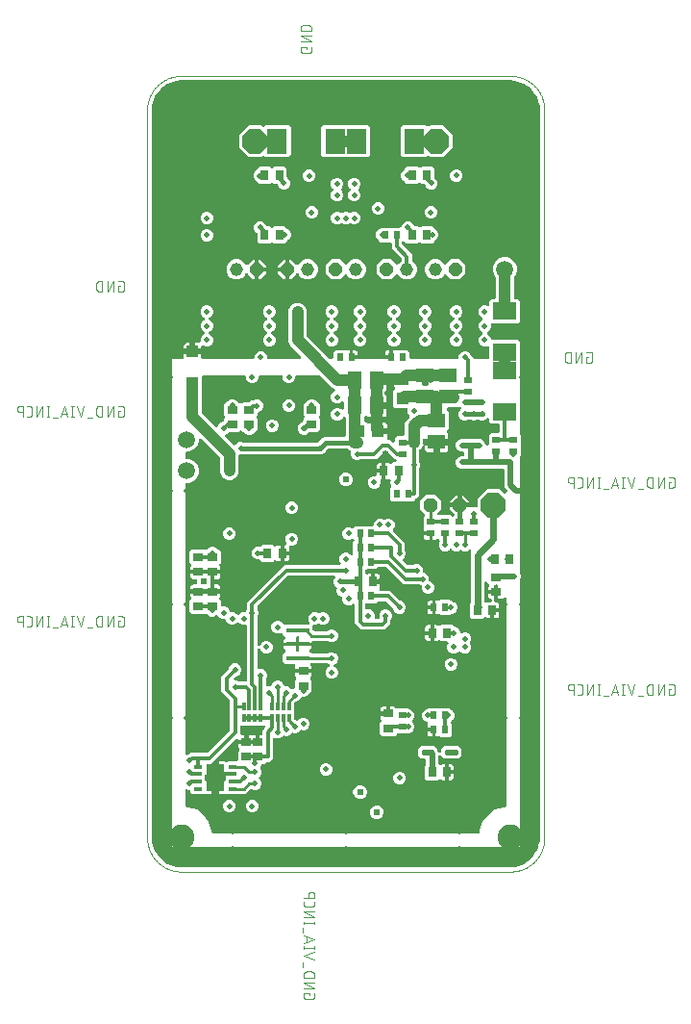
<source format=gbr>
G04 EAGLE Gerber RS-274X export*
G75*
%MOMM*%
%FSLAX35Y35*%
%LPD*%
%INcopper_bottom*%
%IPPOS*%
%AMOC8*
5,1,8,0,0,1.08239X$1,22.5*%
G01*
%ADD10C,0.010000*%
%ADD11C,0.076200*%
%ADD12R,0.900000X0.700000*%
%ADD13R,1.500000X2.400000*%
%ADD14R,0.650000X0.350000*%
%ADD15R,2.000000X0.400000*%
%ADD16R,0.300000X0.650000*%
%ADD17C,0.609600*%
%ADD18C,0.260000*%
%ADD19R,0.600000X0.700000*%
%ADD20R,0.700000X0.900000*%
%ADD21R,0.700000X0.600000*%
%ADD22P,1.319650X8X202.500000*%
%ADD23R,1.800000X2.200000*%
%ADD24P,1.264664X8X22.500000*%
%ADD25C,1.168400*%
%ADD26R,2.100000X1.500000*%
%ADD27P,1.264664X8X202.500000*%
%ADD28R,1.000000X1.100000*%
%ADD29R,1.100000X1.000000*%
%ADD30R,1.300000X1.500000*%
%ADD31R,1.500000X1.300000*%
%ADD32P,2.336880X8X22.500000*%
%ADD33R,1.000000X1.000000*%
%ADD34C,2.250000*%
%ADD35C,0.503200*%
%ADD36C,1.500000*%
%ADD37C,0.603200*%
%ADD38C,0.500000*%
%ADD39C,0.250000*%
%ADD40C,0.300000*%
%ADD41C,0.450000*%
%ADD42C,0.254000*%
%ADD43C,0.609600*%
%ADD44C,0.400000*%
%ADD45C,1.000000*%
%ADD46C,0.553200*%
%ADD47C,0.457200*%

G36*
X3461363Y6700315D02*
X3461363Y6700315D01*
X3461383Y6700610D01*
X3461357Y6700769D01*
X3461353Y6701177D01*
X3458319Y6739722D01*
X3458178Y6740445D01*
X3458133Y6741179D01*
X3457670Y6743028D01*
X3457653Y6743116D01*
X3457642Y6743139D01*
X3457632Y6743180D01*
X3433809Y6816498D01*
X3433259Y6817700D01*
X3432774Y6818931D01*
X3432478Y6819403D01*
X3432369Y6819642D01*
X3432163Y6819907D01*
X3431679Y6820680D01*
X3386366Y6883048D01*
X3385470Y6884021D01*
X3384629Y6885041D01*
X3384202Y6885399D01*
X3384024Y6885592D01*
X3383746Y6885781D01*
X3383048Y6886366D01*
X3320680Y6931679D01*
X3319527Y6932328D01*
X3318412Y6933038D01*
X3317895Y6933247D01*
X3317666Y6933375D01*
X3317344Y6933469D01*
X3316498Y6933809D01*
X3243180Y6957632D01*
X3242459Y6957777D01*
X3241763Y6958017D01*
X3239874Y6958297D01*
X3239790Y6958314D01*
X3239765Y6958313D01*
X3239722Y6958319D01*
X3201177Y6961353D01*
X3200848Y6961341D01*
X3200000Y6961399D01*
X299999Y6961399D01*
X299672Y6961361D01*
X298823Y6961353D01*
X260278Y6958319D01*
X259555Y6958178D01*
X258820Y6958133D01*
X256972Y6957670D01*
X256884Y6957653D01*
X256861Y6957642D01*
X256819Y6957632D01*
X183502Y6933809D01*
X182300Y6933259D01*
X181068Y6932774D01*
X180596Y6932478D01*
X180358Y6932369D01*
X180093Y6932163D01*
X179320Y6931679D01*
X116952Y6886366D01*
X115979Y6885470D01*
X114958Y6884629D01*
X114601Y6884202D01*
X114408Y6884024D01*
X114219Y6883746D01*
X113634Y6883048D01*
X68321Y6820680D01*
X67672Y6819527D01*
X66961Y6818412D01*
X66753Y6817895D01*
X66624Y6817666D01*
X66531Y6817344D01*
X66190Y6816498D01*
X42368Y6743180D01*
X42223Y6742459D01*
X41983Y6741763D01*
X41703Y6739874D01*
X41686Y6739790D01*
X41687Y6739765D01*
X41680Y6739722D01*
X38647Y6701177D01*
X38659Y6700848D01*
X38600Y6700000D01*
X38600Y299999D01*
X38638Y299672D01*
X38647Y298823D01*
X41680Y260278D01*
X41822Y259555D01*
X41867Y258820D01*
X42330Y256972D01*
X42347Y256884D01*
X42358Y256861D01*
X42368Y256819D01*
X66190Y183502D01*
X66741Y182300D01*
X67226Y181068D01*
X67522Y180596D01*
X67631Y180358D01*
X67837Y180093D01*
X68321Y179320D01*
X113634Y116952D01*
X114529Y115979D01*
X115371Y114958D01*
X115798Y114601D01*
X115976Y114408D01*
X116254Y114219D01*
X116952Y113634D01*
X179320Y68321D01*
X180473Y67672D01*
X181588Y66961D01*
X182105Y66753D01*
X182333Y66624D01*
X182656Y66531D01*
X183502Y66190D01*
X256819Y42368D01*
X257540Y42223D01*
X258237Y41983D01*
X260126Y41703D01*
X260210Y41686D01*
X260234Y41687D01*
X260278Y41680D01*
X298823Y38647D01*
X299152Y38659D01*
X300000Y38600D01*
X3200000Y38600D01*
X3200328Y38638D01*
X3201177Y38647D01*
X3239722Y41680D01*
X3240445Y41822D01*
X3241179Y41867D01*
X3243028Y42330D01*
X3243116Y42347D01*
X3243139Y42358D01*
X3243180Y42368D01*
X3316498Y66190D01*
X3317700Y66741D01*
X3318931Y67226D01*
X3319403Y67522D01*
X3319642Y67631D01*
X3319907Y67837D01*
X3320680Y68321D01*
X3383048Y113634D01*
X3384021Y114529D01*
X3385041Y115371D01*
X3385399Y115798D01*
X3385592Y115976D01*
X3385781Y116254D01*
X3386366Y116952D01*
X3431679Y179320D01*
X3432328Y180473D01*
X3433038Y181588D01*
X3433247Y182105D01*
X3433375Y182333D01*
X3433469Y182656D01*
X3433809Y183501D01*
X3457632Y256819D01*
X3457777Y257540D01*
X3458017Y258237D01*
X3458297Y260125D01*
X3458314Y260209D01*
X3458313Y260234D01*
X3458319Y260277D01*
X3461353Y298823D01*
X3461341Y299152D01*
X3461399Y300000D01*
X3461399Y6700000D01*
X3461363Y6700315D01*
G37*
%LPC*%
G36*
X214999Y214999D02*
X214999Y214999D01*
X214999Y4510001D01*
X309600Y4510001D01*
X309949Y4510041D01*
X310301Y4510017D01*
X311666Y4510241D01*
X313035Y4510399D01*
X313366Y4510519D01*
X313713Y4510576D01*
X314991Y4511106D01*
X316288Y4511574D01*
X316582Y4511766D01*
X316908Y4511901D01*
X318027Y4512708D01*
X319185Y4513463D01*
X319429Y4513718D01*
X319713Y4513923D01*
X320616Y4514962D01*
X321573Y4515964D01*
X321751Y4516268D01*
X321981Y4516533D01*
X322624Y4517755D01*
X323323Y4518947D01*
X323427Y4519283D01*
X323591Y4519594D01*
X323937Y4520930D01*
X324345Y4522250D01*
X324370Y4522602D01*
X324458Y4522942D01*
X324599Y4525000D01*
X324599Y4550000D01*
X389998Y4550000D01*
X390347Y4550041D01*
X390698Y4550016D01*
X392064Y4550240D01*
X393433Y4550399D01*
X393763Y4550518D01*
X394111Y4550575D01*
X395388Y4551105D01*
X396686Y4551573D01*
X396980Y4551765D01*
X397305Y4551900D01*
X398425Y4552707D01*
X399583Y4553462D01*
X399827Y4553717D01*
X400064Y4553888D01*
X400966Y4553027D01*
X401270Y4552848D01*
X401535Y4552618D01*
X402757Y4551976D01*
X403948Y4551276D01*
X404284Y4551172D01*
X404596Y4551008D01*
X405932Y4550663D01*
X407252Y4550254D01*
X407604Y4550230D01*
X407944Y4550142D01*
X410002Y4550000D01*
X475400Y4550000D01*
X475400Y4525000D01*
X475441Y4524651D01*
X475417Y4524299D01*
X475640Y4522934D01*
X475799Y4521565D01*
X475918Y4521234D01*
X475975Y4520887D01*
X476505Y4519609D01*
X476974Y4518312D01*
X477166Y4518018D01*
X477301Y4517693D01*
X478107Y4516573D01*
X478862Y4515415D01*
X479118Y4515171D01*
X479323Y4514887D01*
X480362Y4513984D01*
X481364Y4513028D01*
X481668Y4512849D01*
X481933Y4512619D01*
X483155Y4511976D01*
X484346Y4511277D01*
X484682Y4511173D01*
X484994Y4511009D01*
X486330Y4510663D01*
X487650Y4510255D01*
X488002Y4510230D01*
X488342Y4510143D01*
X490400Y4510001D01*
X929840Y4510001D01*
X930189Y4510041D01*
X930541Y4510017D01*
X931906Y4510241D01*
X933275Y4510399D01*
X933606Y4510519D01*
X933953Y4510576D01*
X935231Y4511106D01*
X936528Y4511574D01*
X936822Y4511766D01*
X937148Y4511901D01*
X938267Y4512708D01*
X939425Y4513463D01*
X939669Y4513718D01*
X939953Y4513923D01*
X940856Y4514962D01*
X941813Y4515964D01*
X941991Y4516268D01*
X942221Y4516533D01*
X942864Y4517755D01*
X943563Y4518947D01*
X943667Y4519283D01*
X943831Y4519594D01*
X944177Y4520930D01*
X944585Y4522250D01*
X944610Y4522602D01*
X944698Y4522942D01*
X944839Y4525000D01*
X944839Y4535972D01*
X953237Y4556245D01*
X968754Y4571763D01*
X989028Y4580160D01*
X1010972Y4580160D01*
X1031245Y4571763D01*
X1046763Y4556245D01*
X1055160Y4535972D01*
X1055160Y4525000D01*
X1055201Y4524651D01*
X1055177Y4524299D01*
X1055400Y4522934D01*
X1055559Y4521565D01*
X1055678Y4521234D01*
X1055735Y4520887D01*
X1056265Y4519609D01*
X1056734Y4518312D01*
X1056926Y4518018D01*
X1057061Y4517693D01*
X1057867Y4516573D01*
X1058622Y4515415D01*
X1058878Y4515171D01*
X1059083Y4514887D01*
X1060122Y4513984D01*
X1061124Y4513028D01*
X1061428Y4512849D01*
X1061693Y4512619D01*
X1062915Y4511976D01*
X1064106Y4511277D01*
X1064442Y4511173D01*
X1064754Y4511009D01*
X1066090Y4510663D01*
X1067410Y4510255D01*
X1067762Y4510230D01*
X1068102Y4510143D01*
X1070160Y4510001D01*
X1340650Y4510001D01*
X1341684Y4510121D01*
X1342726Y4510145D01*
X1343398Y4510320D01*
X1344085Y4510399D01*
X1345065Y4510753D01*
X1346073Y4511016D01*
X1346686Y4511339D01*
X1347338Y4511574D01*
X1348212Y4512144D01*
X1349132Y4512629D01*
X1349653Y4513084D01*
X1350235Y4513463D01*
X1350954Y4514217D01*
X1351740Y4514901D01*
X1352144Y4515463D01*
X1352622Y4515964D01*
X1353150Y4516863D01*
X1353758Y4517709D01*
X1354023Y4518350D01*
X1354373Y4518947D01*
X1354681Y4519943D01*
X1355079Y4520905D01*
X1355190Y4521587D01*
X1355395Y4522250D01*
X1355467Y4523293D01*
X1355633Y4524318D01*
X1355585Y4525008D01*
X1355633Y4525701D01*
X1355464Y4526729D01*
X1355392Y4527768D01*
X1355186Y4528430D01*
X1355074Y4529113D01*
X1354674Y4530077D01*
X1354366Y4531071D01*
X1354015Y4531666D01*
X1353749Y4532308D01*
X1353138Y4533154D01*
X1352611Y4534051D01*
X1351926Y4534837D01*
X1351727Y4535113D01*
X1351556Y4535261D01*
X1351256Y4535606D01*
X1281793Y4605069D01*
X1257178Y4629683D01*
X1244999Y4659086D01*
X1244999Y4940913D01*
X1257178Y4970316D01*
X1279683Y4992821D01*
X1309086Y5005000D01*
X1340913Y5005000D01*
X1370316Y4992821D01*
X1392821Y4970316D01*
X1405000Y4940913D01*
X1405000Y4714350D01*
X1405160Y4712971D01*
X1405258Y4711582D01*
X1405360Y4711254D01*
X1405399Y4710915D01*
X1405871Y4709608D01*
X1406284Y4708280D01*
X1406457Y4707985D01*
X1406574Y4707663D01*
X1407335Y4706494D01*
X1408039Y4705300D01*
X1408338Y4704957D01*
X1408462Y4704765D01*
X1408710Y4704529D01*
X1409393Y4703744D01*
X1598744Y4514394D01*
X1599838Y4513527D01*
X1600883Y4512619D01*
X1601185Y4512460D01*
X1601455Y4512247D01*
X1602717Y4511654D01*
X1603944Y4511009D01*
X1604275Y4510923D01*
X1604585Y4510778D01*
X1605946Y4510491D01*
X1607292Y4510143D01*
X1607748Y4510111D01*
X1607969Y4510064D01*
X1608310Y4510072D01*
X1609350Y4510001D01*
X1625000Y4510001D01*
X1625349Y4510041D01*
X1625701Y4510017D01*
X1627066Y4510241D01*
X1628435Y4510399D01*
X1628766Y4510519D01*
X1629113Y4510576D01*
X1630391Y4511106D01*
X1631688Y4511574D01*
X1631982Y4511766D01*
X1632308Y4511901D01*
X1633427Y4512708D01*
X1634585Y4513463D01*
X1634829Y4513718D01*
X1635113Y4513923D01*
X1636016Y4514962D01*
X1636973Y4515964D01*
X1637151Y4516268D01*
X1637381Y4516533D01*
X1638024Y4517755D01*
X1638723Y4518947D01*
X1638827Y4519283D01*
X1638991Y4519594D01*
X1639337Y4520930D01*
X1639745Y4522250D01*
X1639770Y4522602D01*
X1639858Y4522942D01*
X1639999Y4525000D01*
X1639999Y4572426D01*
X1657573Y4590000D01*
X1742426Y4590000D01*
X1745051Y4587376D01*
X1746318Y4586372D01*
X1747575Y4585346D01*
X1747675Y4585297D01*
X1747762Y4585228D01*
X1749227Y4584541D01*
X1750684Y4583831D01*
X1750792Y4583806D01*
X1750892Y4583759D01*
X1752477Y4583425D01*
X1754057Y4583068D01*
X1754168Y4583069D01*
X1754276Y4583046D01*
X1755900Y4583084D01*
X1757515Y4583098D01*
X1757653Y4583125D01*
X1757733Y4583127D01*
X1757949Y4583183D01*
X1759540Y4583493D01*
X1766656Y4585400D01*
X1784999Y4585400D01*
X1784999Y4525003D01*
X1785039Y4524654D01*
X1785015Y4524303D01*
X1785239Y4522937D01*
X1785398Y4521568D01*
X1785517Y4521238D01*
X1785574Y4520890D01*
X1786104Y4519613D01*
X1786572Y4518315D01*
X1786764Y4518021D01*
X1786899Y4517696D01*
X1787706Y4516576D01*
X1788461Y4515418D01*
X1788716Y4515174D01*
X1788921Y4514890D01*
X1789960Y4513987D01*
X1790963Y4513031D01*
X1790967Y4513028D01*
X1790968Y4513028D01*
X1791267Y4512852D01*
X1791532Y4512622D01*
X1791535Y4512620D01*
X1791537Y4512619D01*
X1792758Y4511976D01*
X1793950Y4511277D01*
X1794286Y4511173D01*
X1794597Y4511009D01*
X1795933Y4510663D01*
X1797253Y4510255D01*
X1797605Y4510230D01*
X1797945Y4510143D01*
X1800003Y4510001D01*
X2149997Y4510001D01*
X2150345Y4510041D01*
X2150697Y4510017D01*
X2152063Y4510241D01*
X2153432Y4510399D01*
X2153762Y4510519D01*
X2154110Y4510576D01*
X2155387Y4511106D01*
X2156684Y4511574D01*
X2156979Y4511766D01*
X2157304Y4511901D01*
X2157308Y4511904D01*
X2157309Y4511904D01*
X2158427Y4512710D01*
X2159582Y4513463D01*
X2159586Y4513466D01*
X2159830Y4513721D01*
X2160114Y4513926D01*
X2161018Y4514965D01*
X2161974Y4515968D01*
X2162152Y4516272D01*
X2162383Y4516537D01*
X2163025Y4517758D01*
X2163725Y4518950D01*
X2163828Y4519286D01*
X2163993Y4519597D01*
X2164338Y4520933D01*
X2164747Y4522253D01*
X2164771Y4522605D01*
X2164859Y4522945D01*
X2165001Y4525003D01*
X2165001Y4585400D01*
X2183344Y4585400D01*
X2190461Y4583493D01*
X2192071Y4583256D01*
X2193661Y4582998D01*
X2193772Y4583006D01*
X2193882Y4582990D01*
X2195492Y4583127D01*
X2197111Y4583240D01*
X2197217Y4583273D01*
X2197328Y4583283D01*
X2198868Y4583786D01*
X2200413Y4584266D01*
X2200509Y4584322D01*
X2200615Y4584357D01*
X2202000Y4585200D01*
X2203393Y4586021D01*
X2203500Y4586114D01*
X2203568Y4586156D01*
X2203726Y4586310D01*
X2204949Y4587376D01*
X2207573Y4590000D01*
X2292426Y4590000D01*
X2310000Y4572426D01*
X2310000Y4525000D01*
X2310041Y4524651D01*
X2310017Y4524299D01*
X2310240Y4522934D01*
X2310399Y4521565D01*
X2310518Y4521234D01*
X2310575Y4520887D01*
X2311105Y4519609D01*
X2311574Y4518312D01*
X2311766Y4518018D01*
X2311901Y4517693D01*
X2312707Y4516573D01*
X2313462Y4515415D01*
X2313718Y4515171D01*
X2313923Y4514887D01*
X2314962Y4513984D01*
X2315964Y4513028D01*
X2316268Y4512849D01*
X2316533Y4512619D01*
X2317755Y4511976D01*
X2318946Y4511277D01*
X2319282Y4511173D01*
X2319594Y4511009D01*
X2320930Y4510663D01*
X2322250Y4510255D01*
X2322602Y4510230D01*
X2322942Y4510143D01*
X2325000Y4510001D01*
X2729840Y4510001D01*
X2730189Y4510041D01*
X2730541Y4510017D01*
X2731906Y4510241D01*
X2733275Y4510399D01*
X2733606Y4510519D01*
X2733953Y4510576D01*
X2735231Y4511106D01*
X2736528Y4511574D01*
X2736822Y4511766D01*
X2737148Y4511901D01*
X2738267Y4512708D01*
X2739425Y4513463D01*
X2739669Y4513718D01*
X2739953Y4513923D01*
X2740856Y4514962D01*
X2741813Y4515964D01*
X2741991Y4516268D01*
X2742221Y4516533D01*
X2742864Y4517755D01*
X2743563Y4518947D01*
X2743667Y4519283D01*
X2743831Y4519594D01*
X2744177Y4520930D01*
X2744585Y4522250D01*
X2744610Y4522602D01*
X2744698Y4522942D01*
X2744839Y4525000D01*
X2744839Y4535972D01*
X2753237Y4556245D01*
X2768754Y4571763D01*
X2789028Y4580160D01*
X2810972Y4580160D01*
X2831245Y4571763D01*
X2846763Y4556245D01*
X2855781Y4534474D01*
X2855869Y4534316D01*
X2855923Y4534143D01*
X2856699Y4532825D01*
X2856754Y4532692D01*
X2856840Y4532573D01*
X2857464Y4531453D01*
X2857586Y4531319D01*
X2857678Y4531163D01*
X2858710Y4529978D01*
X2858776Y4529886D01*
X2858833Y4529837D01*
X2859032Y4529608D01*
X2874246Y4514394D01*
X2875340Y4513527D01*
X2876386Y4512619D01*
X2876688Y4512460D01*
X2876957Y4512247D01*
X2878220Y4511654D01*
X2879447Y4511009D01*
X2879778Y4510923D01*
X2880088Y4510778D01*
X2881448Y4510491D01*
X2882794Y4510143D01*
X2883250Y4510111D01*
X2883472Y4510064D01*
X2883813Y4510072D01*
X2884853Y4510001D01*
X3000000Y4510001D01*
X3000349Y4510041D01*
X3000701Y4510017D01*
X3002066Y4510241D01*
X3003435Y4510399D01*
X3003766Y4510519D01*
X3004113Y4510576D01*
X3005391Y4511106D01*
X3006688Y4511574D01*
X3006982Y4511766D01*
X3007308Y4511901D01*
X3008427Y4512708D01*
X3009585Y4513463D01*
X3009829Y4513718D01*
X3010113Y4513923D01*
X3011016Y4514962D01*
X3011973Y4515964D01*
X3012151Y4516268D01*
X3012381Y4516533D01*
X3013024Y4517755D01*
X3013723Y4518947D01*
X3013827Y4519283D01*
X3013991Y4519594D01*
X3014337Y4520930D01*
X3014745Y4522250D01*
X3014770Y4522602D01*
X3014858Y4522942D01*
X3014999Y4525000D01*
X3014999Y4609415D01*
X3014820Y4610960D01*
X3014675Y4612518D01*
X3014620Y4612681D01*
X3014601Y4612850D01*
X3014072Y4614314D01*
X3013574Y4615796D01*
X3013484Y4615942D01*
X3013426Y4616103D01*
X3012573Y4617411D01*
X3011752Y4618735D01*
X3011632Y4618856D01*
X3011538Y4619000D01*
X3010402Y4620083D01*
X3009305Y4621179D01*
X3009160Y4621268D01*
X3009036Y4621388D01*
X3007686Y4622180D01*
X3006363Y4622998D01*
X3006201Y4623052D01*
X3006053Y4623138D01*
X3004564Y4623599D01*
X3003084Y4624094D01*
X3002913Y4624110D01*
X3002750Y4624160D01*
X3001189Y4624268D01*
X2999640Y4624410D01*
X2999471Y4624386D01*
X2999299Y4624398D01*
X2997755Y4624145D01*
X2996215Y4623929D01*
X2996007Y4623859D01*
X2995887Y4623839D01*
X2995625Y4623731D01*
X2994260Y4623273D01*
X2985972Y4619839D01*
X2964028Y4619839D01*
X2943754Y4628237D01*
X2928237Y4643754D01*
X2919839Y4664028D01*
X2919839Y4685972D01*
X2928237Y4706245D01*
X2943754Y4721763D01*
X2948292Y4723643D01*
X2949203Y4724150D01*
X2950156Y4724571D01*
X2950708Y4724988D01*
X2951313Y4725325D01*
X2952084Y4726028D01*
X2952915Y4726656D01*
X2953357Y4727189D01*
X2953869Y4727655D01*
X2954458Y4728515D01*
X2955123Y4729318D01*
X2955432Y4729938D01*
X2955823Y4730509D01*
X2956199Y4731481D01*
X2956663Y4732414D01*
X2956821Y4733088D01*
X2957071Y4733734D01*
X2957215Y4734765D01*
X2957453Y4735781D01*
X2957452Y4736473D01*
X2957548Y4737159D01*
X2957451Y4738198D01*
X2957450Y4739239D01*
X2957292Y4739913D01*
X2957227Y4740603D01*
X2956896Y4741590D01*
X2956656Y4742605D01*
X2956347Y4743225D01*
X2956127Y4743881D01*
X2955578Y4744766D01*
X2955112Y4745699D01*
X2954669Y4746232D01*
X2954304Y4746820D01*
X2953567Y4747557D01*
X2952901Y4748358D01*
X2952348Y4748775D01*
X2951858Y4749264D01*
X2950971Y4749812D01*
X2950139Y4750439D01*
X2949206Y4750903D01*
X2948916Y4751083D01*
X2948700Y4751155D01*
X2948292Y4751358D01*
X2943754Y4753237D01*
X2928237Y4768754D01*
X2919839Y4789028D01*
X2919839Y4810972D01*
X2928237Y4831245D01*
X2943754Y4846763D01*
X2948292Y4848643D01*
X2949203Y4849150D01*
X2950156Y4849571D01*
X2950708Y4849988D01*
X2951313Y4850325D01*
X2952084Y4851028D01*
X2952915Y4851656D01*
X2953357Y4852189D01*
X2953869Y4852655D01*
X2954458Y4853515D01*
X2955123Y4854318D01*
X2955432Y4854938D01*
X2955823Y4855509D01*
X2956199Y4856481D01*
X2956663Y4857414D01*
X2956821Y4858088D01*
X2957071Y4858734D01*
X2957215Y4859765D01*
X2957453Y4860781D01*
X2957452Y4861473D01*
X2957548Y4862159D01*
X2957451Y4863198D01*
X2957450Y4864239D01*
X2957292Y4864913D01*
X2957227Y4865603D01*
X2956896Y4866590D01*
X2956656Y4867605D01*
X2956347Y4868225D01*
X2956127Y4868881D01*
X2955578Y4869766D01*
X2955112Y4870699D01*
X2954669Y4871232D01*
X2954304Y4871820D01*
X2953567Y4872557D01*
X2952901Y4873358D01*
X2952348Y4873775D01*
X2951858Y4874264D01*
X2950971Y4874812D01*
X2950139Y4875439D01*
X2949206Y4875903D01*
X2948916Y4876083D01*
X2948700Y4876155D01*
X2948292Y4876358D01*
X2943754Y4878237D01*
X2928237Y4893754D01*
X2919839Y4914028D01*
X2919839Y4935972D01*
X2928237Y4956245D01*
X2943754Y4971763D01*
X2964028Y4980160D01*
X2985972Y4980160D01*
X2994260Y4976727D01*
X2995758Y4976301D01*
X2997250Y4975839D01*
X2997422Y4975828D01*
X2997586Y4975781D01*
X2999135Y4975709D01*
X3000701Y4975602D01*
X3000871Y4975629D01*
X3001041Y4975622D01*
X3002567Y4975907D01*
X3004113Y4976160D01*
X3004272Y4976226D01*
X3004440Y4976258D01*
X3005863Y4976886D01*
X3007308Y4977486D01*
X3007447Y4977586D01*
X3007603Y4977655D01*
X3008849Y4978597D01*
X3010113Y4979508D01*
X3010225Y4979637D01*
X3010362Y4979740D01*
X3011362Y4980945D01*
X3012381Y4982118D01*
X3012461Y4982269D01*
X3012570Y4982401D01*
X3013265Y4983799D01*
X3013991Y4985179D01*
X3014034Y4985345D01*
X3014110Y4985498D01*
X3014466Y4987012D01*
X3014858Y4988527D01*
X3014873Y4988747D01*
X3014900Y4988865D01*
X3014900Y4989145D01*
X3014999Y4990585D01*
X3014999Y5017426D01*
X3032573Y5035000D01*
X3055000Y5035000D01*
X3055349Y5035041D01*
X3055701Y5035017D01*
X3057066Y5035240D01*
X3058435Y5035399D01*
X3058766Y5035518D01*
X3059113Y5035575D01*
X3060391Y5036105D01*
X3061688Y5036574D01*
X3061982Y5036766D01*
X3062308Y5036901D01*
X3063427Y5037707D01*
X3064585Y5038462D01*
X3064829Y5038718D01*
X3065113Y5038923D01*
X3066016Y5039962D01*
X3066973Y5040964D01*
X3067151Y5041268D01*
X3067381Y5041533D01*
X3068024Y5042755D01*
X3068723Y5043946D01*
X3068827Y5044282D01*
X3068991Y5044594D01*
X3069337Y5045930D01*
X3069745Y5047250D01*
X3069770Y5047602D01*
X3069858Y5047942D01*
X3069999Y5050000D01*
X3069999Y5225294D01*
X3069839Y5226674D01*
X3069742Y5228062D01*
X3069640Y5228390D01*
X3069601Y5228729D01*
X3069128Y5230036D01*
X3068716Y5231365D01*
X3068543Y5231659D01*
X3068426Y5231982D01*
X3067664Y5233150D01*
X3066961Y5234345D01*
X3066662Y5234688D01*
X3066538Y5234879D01*
X3066289Y5235116D01*
X3065606Y5235900D01*
X3060984Y5240522D01*
X3044999Y5279113D01*
X3044999Y5320886D01*
X3060984Y5359478D01*
X3090522Y5389015D01*
X3129113Y5405000D01*
X3170886Y5405000D01*
X3209478Y5389015D01*
X3239015Y5359478D01*
X3255000Y5320886D01*
X3255000Y5279113D01*
X3239015Y5240522D01*
X3234393Y5235900D01*
X3233527Y5234806D01*
X3232618Y5233761D01*
X3232460Y5233459D01*
X3232246Y5233189D01*
X3231654Y5231927D01*
X3231008Y5230700D01*
X3230923Y5230369D01*
X3230777Y5230059D01*
X3230491Y5228698D01*
X3230142Y5227352D01*
X3230111Y5226896D01*
X3230064Y5226675D01*
X3230072Y5226334D01*
X3230000Y5225294D01*
X3230000Y5050000D01*
X3230041Y5049651D01*
X3230017Y5049299D01*
X3230240Y5047933D01*
X3230399Y5046564D01*
X3230518Y5046234D01*
X3230575Y5045886D01*
X3231105Y5044609D01*
X3231574Y5043312D01*
X3231766Y5043018D01*
X3231901Y5042692D01*
X3232707Y5041573D01*
X3233462Y5040415D01*
X3233718Y5040171D01*
X3233923Y5039887D01*
X3234962Y5038983D01*
X3235964Y5038027D01*
X3236268Y5037849D01*
X3236533Y5037618D01*
X3237755Y5036976D01*
X3238946Y5036276D01*
X3239282Y5036173D01*
X3239594Y5036008D01*
X3240930Y5035663D01*
X3242250Y5035254D01*
X3242602Y5035230D01*
X3242942Y5035142D01*
X3245000Y5035000D01*
X3267426Y5035000D01*
X3285000Y5017426D01*
X3285000Y4842573D01*
X3267426Y4824999D01*
X3045160Y4824999D01*
X3044811Y4824959D01*
X3044459Y4824983D01*
X3043093Y4824759D01*
X3041724Y4824601D01*
X3041394Y4824481D01*
X3041046Y4824424D01*
X3039769Y4823894D01*
X3038472Y4823426D01*
X3038178Y4823234D01*
X3037852Y4823099D01*
X3036733Y4822293D01*
X3035575Y4821538D01*
X3035331Y4821282D01*
X3035047Y4821077D01*
X3034143Y4820038D01*
X3033187Y4819036D01*
X3033009Y4818732D01*
X3032778Y4818467D01*
X3032136Y4817245D01*
X3031436Y4816053D01*
X3031333Y4815718D01*
X3031168Y4815406D01*
X3030823Y4814070D01*
X3030414Y4812750D01*
X3030390Y4812398D01*
X3030302Y4812058D01*
X3030160Y4810000D01*
X3030160Y4789028D01*
X3021763Y4768754D01*
X3006246Y4753237D01*
X3001708Y4751358D01*
X3000798Y4750851D01*
X2999844Y4750429D01*
X2999291Y4750012D01*
X2998687Y4749675D01*
X2997917Y4748973D01*
X2997085Y4748344D01*
X2996643Y4747811D01*
X2996131Y4747345D01*
X2995543Y4746486D01*
X2994877Y4745683D01*
X2994568Y4745063D01*
X2994177Y4744492D01*
X2993801Y4743520D01*
X2993337Y4742587D01*
X2993179Y4741912D01*
X2992929Y4741267D01*
X2992785Y4740233D01*
X2992547Y4739220D01*
X2992548Y4738529D01*
X2992452Y4737842D01*
X2992548Y4736804D01*
X2992549Y4735762D01*
X2992708Y4735086D01*
X2992773Y4734398D01*
X2993104Y4733411D01*
X2993343Y4732396D01*
X2993653Y4731776D01*
X2993873Y4731120D01*
X2994422Y4730234D01*
X2994887Y4729301D01*
X2995331Y4728768D01*
X2995695Y4728180D01*
X2996432Y4727444D01*
X2997099Y4726643D01*
X2997651Y4726226D01*
X2998142Y4725736D01*
X2999028Y4725188D01*
X2999860Y4724561D01*
X3000793Y4724097D01*
X3001083Y4723918D01*
X3001299Y4723846D01*
X3001708Y4723643D01*
X3006245Y4721763D01*
X3021763Y4706245D01*
X3030870Y4684260D01*
X3031293Y4683499D01*
X3031628Y4682692D01*
X3032133Y4681992D01*
X3032553Y4681238D01*
X3033140Y4680594D01*
X3033650Y4679887D01*
X3034301Y4679321D01*
X3034883Y4678683D01*
X3035603Y4678190D01*
X3036261Y4677618D01*
X3037024Y4677217D01*
X3037736Y4676729D01*
X3038549Y4676414D01*
X3039321Y4676008D01*
X3040157Y4675792D01*
X3040961Y4675481D01*
X3041825Y4675361D01*
X3042669Y4675142D01*
X3044105Y4675043D01*
X3044386Y4675004D01*
X3044508Y4675015D01*
X3044727Y4675000D01*
X3267426Y4675000D01*
X3285000Y4657426D01*
X3285000Y4525000D01*
X3285001Y4524997D01*
X3285001Y3853639D01*
X3285161Y3852259D01*
X3285258Y3850871D01*
X3285360Y3850543D01*
X3285399Y3850204D01*
X3285872Y3848897D01*
X3286284Y3847568D01*
X3286458Y3847274D01*
X3286574Y3846951D01*
X3287336Y3845783D01*
X3288039Y3844588D01*
X3288338Y3844245D01*
X3288463Y3844054D01*
X3288711Y3843818D01*
X3289394Y3843033D01*
X3290000Y3842426D01*
X3290000Y3756008D01*
X3289417Y3754766D01*
X3289344Y3754421D01*
X3289210Y3754095D01*
X3288989Y3752736D01*
X3288703Y3751383D01*
X3288712Y3751028D01*
X3288655Y3750682D01*
X3288752Y3749302D01*
X3288784Y3747925D01*
X3288873Y3747584D01*
X3288897Y3747232D01*
X3289307Y3745912D01*
X3289654Y3744578D01*
X3289818Y3744267D01*
X3289923Y3743929D01*
X3290000Y3743798D01*
X3290000Y3657573D01*
X3289394Y3656967D01*
X3288527Y3655873D01*
X3287619Y3654827D01*
X3287460Y3654525D01*
X3287247Y3654256D01*
X3286654Y3652993D01*
X3286009Y3651767D01*
X3285923Y3651436D01*
X3285778Y3651125D01*
X3285491Y3649765D01*
X3285143Y3648419D01*
X3285111Y3647963D01*
X3285064Y3647741D01*
X3285072Y3647401D01*
X3285001Y3646361D01*
X3285001Y2625994D01*
X3285022Y2625814D01*
X3285005Y2625634D01*
X3285221Y2624098D01*
X3285399Y2622558D01*
X3285461Y2622388D01*
X3285486Y2622209D01*
X3286143Y2620254D01*
X3290000Y2610940D01*
X3290000Y2589059D01*
X3286143Y2579746D01*
X3286093Y2579572D01*
X3286009Y2579412D01*
X3285619Y2577907D01*
X3285196Y2576420D01*
X3285188Y2576240D01*
X3285143Y2576064D01*
X3285001Y2574006D01*
X3285001Y214999D01*
X214999Y214999D01*
G37*
%LPD*%
G36*
X2917849Y335041D02*
X2917849Y335041D01*
X2918201Y335017D01*
X2919566Y335241D01*
X2920935Y335399D01*
X2921266Y335519D01*
X2921613Y335576D01*
X2922891Y336106D01*
X2924188Y336574D01*
X2924482Y336766D01*
X2924808Y336901D01*
X2925927Y337708D01*
X2927085Y338463D01*
X2927329Y338718D01*
X2927613Y338923D01*
X2928516Y339962D01*
X2929473Y340964D01*
X2929651Y341268D01*
X2929881Y341533D01*
X2930524Y342755D01*
X2931223Y343947D01*
X2931327Y344283D01*
X2931491Y344594D01*
X2931837Y345930D01*
X2932245Y347250D01*
X2932270Y347602D01*
X2932358Y347942D01*
X2932499Y350000D01*
X2932499Y363408D01*
X2956237Y436465D01*
X3001388Y498611D01*
X3063534Y543763D01*
X3136592Y567500D01*
X3150000Y567500D01*
X3150349Y567541D01*
X3150701Y567517D01*
X3152066Y567740D01*
X3153435Y567899D01*
X3153766Y568018D01*
X3154113Y568075D01*
X3155391Y568605D01*
X3156688Y569074D01*
X3156982Y569266D01*
X3157308Y569401D01*
X3158427Y570207D01*
X3159585Y570962D01*
X3159829Y571218D01*
X3160113Y571423D01*
X3161016Y572462D01*
X3161973Y573464D01*
X3162151Y573768D01*
X3162381Y574033D01*
X3163024Y575255D01*
X3163723Y576446D01*
X3163827Y576782D01*
X3163991Y577094D01*
X3164337Y578430D01*
X3164745Y579750D01*
X3164770Y580102D01*
X3164858Y580442D01*
X3164999Y582500D01*
X3164999Y2397866D01*
X3164879Y2398900D01*
X3164855Y2399943D01*
X3164680Y2400613D01*
X3164601Y2401301D01*
X3164247Y2402282D01*
X3163984Y2403289D01*
X3163662Y2403901D01*
X3163426Y2404554D01*
X3162856Y2405428D01*
X3162371Y2406348D01*
X3161916Y2406870D01*
X3161538Y2407451D01*
X3160783Y2408171D01*
X3160099Y2408956D01*
X3159537Y2409360D01*
X3159036Y2409838D01*
X3158137Y2410366D01*
X3157291Y2410974D01*
X3156650Y2411239D01*
X3156053Y2411589D01*
X3155058Y2411897D01*
X3154095Y2412295D01*
X3153413Y2412406D01*
X3152750Y2412611D01*
X3151708Y2412683D01*
X3150682Y2412850D01*
X3149992Y2412801D01*
X3149299Y2412849D01*
X3148271Y2412681D01*
X3147232Y2412608D01*
X3146570Y2412402D01*
X3145887Y2412290D01*
X3144923Y2411891D01*
X3143929Y2411582D01*
X3143334Y2411231D01*
X3142693Y2410965D01*
X3141846Y2410355D01*
X3140949Y2409827D01*
X3140163Y2409142D01*
X3139887Y2408943D01*
X3139739Y2408773D01*
X3139394Y2408472D01*
X3135595Y2404674D01*
X3129805Y2401331D01*
X3123343Y2399599D01*
X3092499Y2399599D01*
X3092499Y2457498D01*
X3092459Y2457847D01*
X3092483Y2458198D01*
X3092259Y2459564D01*
X3092240Y2459734D01*
X3092245Y2459752D01*
X3092270Y2460104D01*
X3092358Y2460444D01*
X3092499Y2462502D01*
X3092499Y2510000D01*
X3092463Y2510315D01*
X3092483Y2510611D01*
X3092479Y2510637D01*
X3092483Y2510701D01*
X3092259Y2512066D01*
X3092101Y2513435D01*
X3091981Y2513766D01*
X3091924Y2514113D01*
X3091394Y2515391D01*
X3090926Y2516688D01*
X3090734Y2516982D01*
X3090599Y2517308D01*
X3089793Y2518427D01*
X3089038Y2519585D01*
X3088782Y2519829D01*
X3088577Y2520113D01*
X3087538Y2521016D01*
X3086536Y2521973D01*
X3086232Y2522151D01*
X3085967Y2522381D01*
X3084745Y2523024D01*
X3083553Y2523723D01*
X3083218Y2523827D01*
X3082906Y2523991D01*
X3081570Y2524337D01*
X3080250Y2524745D01*
X3079898Y2524770D01*
X3079558Y2524858D01*
X3077500Y2524999D01*
X3072499Y2524999D01*
X3072151Y2524959D01*
X3071799Y2524983D01*
X3070433Y2524759D01*
X3069064Y2524601D01*
X3068734Y2524481D01*
X3068386Y2524424D01*
X3067109Y2523894D01*
X3065812Y2523426D01*
X3065517Y2523234D01*
X3065192Y2523099D01*
X3064073Y2522293D01*
X3062914Y2521538D01*
X3062671Y2521282D01*
X3062386Y2521077D01*
X3061483Y2520038D01*
X3060527Y2519036D01*
X3060348Y2518732D01*
X3060118Y2518467D01*
X3059476Y2517245D01*
X3058776Y2516053D01*
X3058672Y2515718D01*
X3058508Y2515406D01*
X3058163Y2514070D01*
X3057754Y2512750D01*
X3057730Y2512398D01*
X3057642Y2512058D01*
X3057500Y2510000D01*
X3057500Y2477499D01*
X3004599Y2477499D01*
X3004599Y2498343D01*
X3006331Y2504805D01*
X3009674Y2510596D01*
X3010219Y2511140D01*
X3010437Y2511416D01*
X3010703Y2511648D01*
X3011509Y2512769D01*
X3012366Y2513851D01*
X3012516Y2514171D01*
X3012722Y2514456D01*
X3013248Y2515730D01*
X3013836Y2516982D01*
X3013908Y2517327D01*
X3014043Y2517652D01*
X3014263Y2519011D01*
X3014549Y2520365D01*
X3014541Y2520718D01*
X3014597Y2521066D01*
X3014501Y2522443D01*
X3014468Y2523823D01*
X3014380Y2524163D01*
X3014355Y2524515D01*
X3013945Y2525835D01*
X3013598Y2527170D01*
X3013434Y2527482D01*
X3013329Y2527818D01*
X3012630Y2529006D01*
X3011985Y2530228D01*
X3011753Y2530494D01*
X3011574Y2530798D01*
X3010220Y2532353D01*
X2996086Y2546487D01*
X2995269Y2547134D01*
X2994515Y2547853D01*
X2993919Y2548204D01*
X2993375Y2548634D01*
X2992430Y2549078D01*
X2991533Y2549604D01*
X2990873Y2549809D01*
X2990244Y2550103D01*
X2989225Y2550318D01*
X2988229Y2550626D01*
X2987537Y2550674D01*
X2986860Y2550817D01*
X2985820Y2550792D01*
X2984779Y2550864D01*
X2984095Y2550752D01*
X2983403Y2550736D01*
X2982396Y2550474D01*
X2981366Y2550305D01*
X2980725Y2550039D01*
X2980056Y2549865D01*
X2979137Y2549380D01*
X2978172Y2548980D01*
X2977609Y2548574D01*
X2976998Y2548252D01*
X2976212Y2547567D01*
X2975367Y2546958D01*
X2974913Y2546436D01*
X2974390Y2545980D01*
X2973781Y2545133D01*
X2973098Y2544348D01*
X2972776Y2543735D01*
X2972372Y2543172D01*
X2971973Y2542208D01*
X2971488Y2541287D01*
X2971315Y2540616D01*
X2971050Y2539976D01*
X2970883Y2538949D01*
X2970622Y2537939D01*
X2970550Y2536898D01*
X2970496Y2536563D01*
X2970512Y2536337D01*
X2970480Y2535881D01*
X2970480Y2380379D01*
X2970574Y2379572D01*
X2970568Y2378759D01*
X2970773Y2377860D01*
X2970879Y2376944D01*
X2971155Y2376179D01*
X2971336Y2375387D01*
X2971741Y2374559D01*
X2972054Y2373692D01*
X2972498Y2373011D01*
X2972855Y2372280D01*
X2973438Y2371567D01*
X2973942Y2370794D01*
X2974532Y2370232D01*
X2975045Y2369604D01*
X2975776Y2369045D01*
X2976444Y2368407D01*
X2977146Y2367995D01*
X2977790Y2367501D01*
X2978632Y2367123D01*
X2979426Y2366656D01*
X2980202Y2366416D01*
X2980944Y2366082D01*
X2981849Y2365907D01*
X2982730Y2365634D01*
X2983542Y2365578D01*
X2984339Y2365423D01*
X2985259Y2365460D01*
X2986180Y2365396D01*
X2986983Y2365528D01*
X2987795Y2365560D01*
X2988683Y2365806D01*
X2989593Y2365955D01*
X2990344Y2366267D01*
X2991127Y2366484D01*
X2992582Y2367195D01*
X2992787Y2367280D01*
X2992853Y2367328D01*
X2992980Y2367390D01*
X2995196Y2368669D01*
X3001656Y2370400D01*
X3021698Y2370400D01*
X3023186Y2370573D01*
X3024683Y2370700D01*
X3024904Y2370773D01*
X3025133Y2370799D01*
X3026543Y2371308D01*
X3027970Y2371775D01*
X3028168Y2371895D01*
X3028385Y2371974D01*
X3029648Y2372797D01*
X3030924Y2373574D01*
X3031088Y2373735D01*
X3031283Y2373862D01*
X3032321Y2374950D01*
X3033387Y2376001D01*
X3033510Y2376197D01*
X3033670Y2376364D01*
X3034430Y2377659D01*
X3035229Y2378928D01*
X3035304Y2379147D01*
X3035421Y2379346D01*
X3035864Y2380779D01*
X3036352Y2382199D01*
X3036375Y2382429D01*
X3036443Y2382650D01*
X3036546Y2384148D01*
X3036695Y2385640D01*
X3036665Y2385869D01*
X3036681Y2386100D01*
X3036438Y2387583D01*
X3036241Y2389068D01*
X3036159Y2389284D01*
X3036122Y2389513D01*
X3035545Y2390903D01*
X3035014Y2392302D01*
X3034886Y2392493D01*
X3034797Y2392707D01*
X3033918Y2393926D01*
X3033080Y2395168D01*
X3032910Y2395326D01*
X3032775Y2395513D01*
X3031643Y2396496D01*
X3030540Y2397515D01*
X3030339Y2397629D01*
X3030164Y2397781D01*
X3028837Y2398479D01*
X3027530Y2399218D01*
X3027246Y2399316D01*
X3027103Y2399391D01*
X3026796Y2399471D01*
X3025579Y2399888D01*
X3020195Y2401331D01*
X3014404Y2404674D01*
X3009674Y2409404D01*
X3006331Y2415194D01*
X3004599Y2421656D01*
X3004599Y2442500D01*
X3057500Y2442500D01*
X3057500Y2385400D01*
X3057541Y2385051D01*
X3057516Y2384699D01*
X3057740Y2383333D01*
X3057899Y2381964D01*
X3058018Y2381634D01*
X3058075Y2381286D01*
X3058605Y2380009D01*
X3059073Y2378712D01*
X3059265Y2378418D01*
X3059400Y2378092D01*
X3060207Y2376973D01*
X3060962Y2375815D01*
X3061217Y2375571D01*
X3061422Y2375287D01*
X3062462Y2374383D01*
X3063464Y2373427D01*
X3063768Y2373249D01*
X3064033Y2373018D01*
X3065254Y2372376D01*
X3066446Y2371676D01*
X3066782Y2371573D01*
X3067093Y2371408D01*
X3068429Y2371063D01*
X3069750Y2370654D01*
X3070101Y2370630D01*
X3070441Y2370542D01*
X3072499Y2370400D01*
X3077500Y2370400D01*
X3077849Y2370441D01*
X3078201Y2370417D01*
X3078425Y2370453D01*
X3079421Y2370112D01*
X3084805Y2368669D01*
X3090595Y2365326D01*
X3095326Y2360595D01*
X3098669Y2354805D01*
X3100400Y2348343D01*
X3100400Y2317499D01*
X3042502Y2317499D01*
X3042153Y2317459D01*
X3041801Y2317483D01*
X3040436Y2317259D01*
X3039067Y2317101D01*
X3038736Y2316981D01*
X3038388Y2316924D01*
X3037111Y2316394D01*
X3035814Y2315926D01*
X3035520Y2315734D01*
X3035194Y2315599D01*
X3034075Y2314793D01*
X3032917Y2314038D01*
X3032673Y2313782D01*
X3032389Y2313577D01*
X3031486Y2312538D01*
X3030529Y2311536D01*
X3030351Y2311232D01*
X3030121Y2310967D01*
X3029764Y2310288D01*
X3029073Y2309790D01*
X3027914Y2309035D01*
X3027671Y2308780D01*
X3027386Y2308575D01*
X3026483Y2307536D01*
X3025527Y2306533D01*
X3025348Y2306229D01*
X3025118Y2305964D01*
X3024476Y2304743D01*
X3023776Y2303551D01*
X3023672Y2303215D01*
X3023508Y2302904D01*
X3023163Y2301568D01*
X3022754Y2300248D01*
X3022730Y2299896D01*
X3022642Y2299556D01*
X3022500Y2297498D01*
X3022500Y2229599D01*
X3001656Y2229599D01*
X2995194Y2231331D01*
X2989404Y2234674D01*
X2988859Y2235219D01*
X2988583Y2235438D01*
X2988352Y2235703D01*
X2987232Y2236508D01*
X2986149Y2237366D01*
X2985829Y2237516D01*
X2985543Y2237722D01*
X2984268Y2238249D01*
X2983018Y2238836D01*
X2982674Y2238908D01*
X2982348Y2239043D01*
X2980985Y2239264D01*
X2979634Y2239549D01*
X2979281Y2239541D01*
X2978934Y2239597D01*
X2977559Y2239501D01*
X2976177Y2239468D01*
X2975836Y2239380D01*
X2975484Y2239355D01*
X2974168Y2238946D01*
X2972830Y2238598D01*
X2972518Y2238434D01*
X2972182Y2238329D01*
X2970990Y2237628D01*
X2969771Y2236985D01*
X2969505Y2236753D01*
X2969202Y2236574D01*
X2967646Y2235219D01*
X2957427Y2224999D01*
X2862573Y2224999D01*
X2844999Y2242573D01*
X2844999Y2357426D01*
X2845126Y2357553D01*
X2845993Y2358647D01*
X2846901Y2359693D01*
X2847060Y2359995D01*
X2847273Y2360264D01*
X2847866Y2361527D01*
X2848511Y2362753D01*
X2848597Y2363084D01*
X2848743Y2363395D01*
X2849029Y2364755D01*
X2849378Y2366101D01*
X2849409Y2366557D01*
X2849456Y2366779D01*
X2849448Y2367119D01*
X2849519Y2368159D01*
X2849519Y2797030D01*
X2855651Y2811832D01*
X2855794Y2812334D01*
X2856016Y2812808D01*
X2856266Y2813994D01*
X2856597Y2815158D01*
X2856621Y2815680D01*
X2856729Y2816192D01*
X2856701Y2817404D01*
X2856757Y2818613D01*
X2856661Y2819126D01*
X2856648Y2819649D01*
X2856343Y2820822D01*
X2856121Y2822012D01*
X2855909Y2822491D01*
X2855778Y2822996D01*
X2855214Y2824065D01*
X2854723Y2825176D01*
X2854408Y2825593D01*
X2854164Y2826055D01*
X2853369Y2826968D01*
X2852638Y2827935D01*
X2852237Y2828268D01*
X2851893Y2828663D01*
X2850907Y2829371D01*
X2849977Y2830143D01*
X2849510Y2830375D01*
X2849084Y2830681D01*
X2847963Y2831144D01*
X2846880Y2831683D01*
X2846372Y2831802D01*
X2845889Y2832002D01*
X2844693Y2832196D01*
X2843513Y2832473D01*
X2842991Y2832473D01*
X2842475Y2832556D01*
X2841268Y2832472D01*
X2840055Y2832471D01*
X2839547Y2832351D01*
X2839025Y2832314D01*
X2837869Y2831955D01*
X2836689Y2831677D01*
X2836221Y2831443D01*
X2835723Y2831288D01*
X2834680Y2830674D01*
X2833595Y2830133D01*
X2833193Y2829798D01*
X2832743Y2829533D01*
X2831262Y2828243D01*
X2810972Y2819839D01*
X2789028Y2819839D01*
X2768240Y2828450D01*
X2766906Y2828829D01*
X2765583Y2829272D01*
X2765242Y2829303D01*
X2764913Y2829396D01*
X2763527Y2829460D01*
X2762140Y2829588D01*
X2761801Y2829540D01*
X2761459Y2829556D01*
X2760092Y2829300D01*
X2758715Y2829107D01*
X2758283Y2828962D01*
X2758060Y2828920D01*
X2757747Y2828781D01*
X2756760Y2828450D01*
X2735972Y2819839D01*
X2714028Y2819839D01*
X2693754Y2828237D01*
X2685606Y2836385D01*
X2685331Y2836603D01*
X2685099Y2836869D01*
X2683975Y2837677D01*
X2682895Y2838532D01*
X2682577Y2838682D01*
X2682291Y2838887D01*
X2681015Y2839415D01*
X2679765Y2840002D01*
X2679420Y2840074D01*
X2679095Y2840208D01*
X2677734Y2840429D01*
X2676381Y2840715D01*
X2676028Y2840707D01*
X2675682Y2840763D01*
X2674305Y2840666D01*
X2672923Y2840634D01*
X2672583Y2840546D01*
X2672232Y2840521D01*
X2670914Y2840112D01*
X2669577Y2839764D01*
X2669265Y2839599D01*
X2668929Y2839495D01*
X2667743Y2838796D01*
X2666518Y2838150D01*
X2666252Y2837918D01*
X2665949Y2837740D01*
X2664394Y2836385D01*
X2656245Y2828237D01*
X2635972Y2819839D01*
X2614028Y2819839D01*
X2593754Y2828237D01*
X2578237Y2843754D01*
X2569839Y2864028D01*
X2569839Y2885972D01*
X2576771Y2902707D01*
X2577010Y2903545D01*
X2577343Y2904352D01*
X2577482Y2905203D01*
X2577718Y2906033D01*
X2577758Y2906904D01*
X2577898Y2907765D01*
X2577837Y2908626D01*
X2577877Y2909488D01*
X2577717Y2910343D01*
X2577656Y2911215D01*
X2577399Y2912040D01*
X2577241Y2912887D01*
X2576888Y2913684D01*
X2576630Y2914518D01*
X2576192Y2915261D01*
X2575843Y2916050D01*
X2575318Y2916746D01*
X2574875Y2917498D01*
X2573928Y2918584D01*
X2573758Y2918809D01*
X2573665Y2918887D01*
X2573520Y2919053D01*
X2569704Y2922869D01*
X2569609Y2922945D01*
X2569533Y2923038D01*
X2568260Y2924013D01*
X2566993Y2925017D01*
X2566883Y2925068D01*
X2566788Y2925141D01*
X2565322Y2925801D01*
X2563862Y2926486D01*
X2563744Y2926511D01*
X2563633Y2926560D01*
X2562046Y2926868D01*
X2560478Y2927199D01*
X2560358Y2927196D01*
X2560239Y2927219D01*
X2558631Y2927156D01*
X2557021Y2927118D01*
X2556903Y2927088D01*
X2556783Y2927083D01*
X2555227Y2926652D01*
X2553674Y2926248D01*
X2553568Y2926192D01*
X2553451Y2926159D01*
X2551598Y2925253D01*
X2544804Y2921331D01*
X2538343Y2919599D01*
X2515001Y2919599D01*
X2515001Y2974997D01*
X2514965Y2975306D01*
X2514984Y2975591D01*
X2514979Y2975623D01*
X2514984Y2975697D01*
X2514761Y2977059D01*
X2514602Y2978432D01*
X2514483Y2978762D01*
X2514426Y2979110D01*
X2513896Y2980387D01*
X2513427Y2981684D01*
X2513235Y2981979D01*
X2513100Y2982304D01*
X2512294Y2983423D01*
X2511539Y2984582D01*
X2511534Y2984586D01*
X2511283Y2984826D01*
X2511078Y2985110D01*
X2511075Y2985113D01*
X2511074Y2985114D01*
X2510034Y2986018D01*
X2509032Y2986974D01*
X2508728Y2987152D01*
X2508463Y2987383D01*
X2507242Y2988025D01*
X2506050Y2988725D01*
X2505714Y2988828D01*
X2505403Y2988993D01*
X2504067Y2989338D01*
X2502746Y2989747D01*
X2502395Y2989771D01*
X2502055Y2989859D01*
X2499997Y2990001D01*
X2439599Y2990001D01*
X2439599Y3008344D01*
X2441506Y3015460D01*
X2441742Y3017060D01*
X2442002Y3018661D01*
X2441994Y3018772D01*
X2442010Y3018881D01*
X2441873Y3020498D01*
X2441760Y3022111D01*
X2441727Y3022217D01*
X2441718Y3022327D01*
X2441213Y3023870D01*
X2440734Y3025413D01*
X2440678Y3025509D01*
X2440643Y3025614D01*
X2439802Y3026997D01*
X2438979Y3028393D01*
X2438886Y3028500D01*
X2438845Y3028568D01*
X2438691Y3028724D01*
X2437624Y3029949D01*
X2434999Y3032573D01*
X2434999Y3117427D01*
X2445362Y3127788D01*
X2445579Y3128063D01*
X2445846Y3128295D01*
X2446654Y3129420D01*
X2447509Y3130499D01*
X2447658Y3130818D01*
X2447864Y3131104D01*
X2448391Y3132379D01*
X2448978Y3133630D01*
X2449051Y3133975D01*
X2449185Y3134300D01*
X2449406Y3135660D01*
X2449691Y3137014D01*
X2449683Y3137366D01*
X2449739Y3137713D01*
X2449643Y3139090D01*
X2449611Y3140471D01*
X2449522Y3140812D01*
X2449498Y3141163D01*
X2449088Y3142482D01*
X2448740Y3143818D01*
X2448576Y3144130D01*
X2448472Y3144466D01*
X2447771Y3145655D01*
X2447126Y3146877D01*
X2446895Y3147143D01*
X2446717Y3147445D01*
X2445362Y3149001D01*
X2407039Y3187323D01*
X2407039Y3262677D01*
X2460323Y3315960D01*
X2535677Y3315960D01*
X2588960Y3262677D01*
X2588960Y3187323D01*
X2562243Y3160606D01*
X2561596Y3159789D01*
X2560877Y3159035D01*
X2560526Y3158438D01*
X2560096Y3157895D01*
X2559653Y3156952D01*
X2559126Y3156053D01*
X2558921Y3155392D01*
X2558627Y3154764D01*
X2558412Y3153745D01*
X2558104Y3152749D01*
X2558056Y3152057D01*
X2557913Y3151380D01*
X2557938Y3150340D01*
X2557866Y3149299D01*
X2557978Y3148615D01*
X2557994Y3147923D01*
X2558256Y3146916D01*
X2558425Y3145886D01*
X2558691Y3145245D01*
X2558865Y3144576D01*
X2559350Y3143657D01*
X2559750Y3142692D01*
X2560156Y3142129D01*
X2560478Y3141518D01*
X2561163Y3140732D01*
X2561772Y3139887D01*
X2562294Y3139433D01*
X2562750Y3138910D01*
X2563598Y3138301D01*
X2564383Y3137618D01*
X2564995Y3137296D01*
X2565558Y3136892D01*
X2566522Y3136493D01*
X2567443Y3136008D01*
X2568114Y3135835D01*
X2568754Y3135570D01*
X2569781Y3135403D01*
X2570791Y3135142D01*
X2571832Y3135070D01*
X2572168Y3135016D01*
X2572393Y3135032D01*
X2572849Y3135000D01*
X2672427Y3135000D01*
X2680296Y3127131D01*
X2680390Y3127056D01*
X2680467Y3126962D01*
X2681752Y3125977D01*
X2683007Y3124983D01*
X2683116Y3124932D01*
X2683212Y3124858D01*
X2684681Y3124198D01*
X2686138Y3123514D01*
X2686256Y3123489D01*
X2686366Y3123440D01*
X2687944Y3123133D01*
X2689521Y3122801D01*
X2689642Y3122804D01*
X2689761Y3122781D01*
X2691369Y3122844D01*
X2692979Y3122882D01*
X2693096Y3122912D01*
X2693217Y3122917D01*
X2694763Y3123345D01*
X2696326Y3123752D01*
X2696433Y3123808D01*
X2696549Y3123841D01*
X2698402Y3124747D01*
X2701583Y3126583D01*
X2702050Y3126931D01*
X2702565Y3127202D01*
X2703433Y3127958D01*
X2704358Y3128646D01*
X2704733Y3129091D01*
X2705173Y3129473D01*
X2705844Y3130408D01*
X2706588Y3131290D01*
X2706851Y3131810D01*
X2707191Y3132282D01*
X2707630Y3133344D01*
X2708152Y3134374D01*
X2708290Y3134941D01*
X2708512Y3135478D01*
X2708696Y3136613D01*
X2708969Y3137734D01*
X2708973Y3138317D01*
X2709066Y3138891D01*
X2708986Y3140041D01*
X2708994Y3141193D01*
X2708865Y3141759D01*
X2708824Y3142341D01*
X2708482Y3143443D01*
X2708227Y3144564D01*
X2707971Y3145087D01*
X2707798Y3145643D01*
X2707214Y3146635D01*
X2706708Y3147671D01*
X2706338Y3148123D01*
X2706043Y3148623D01*
X2704855Y3149988D01*
X2704849Y3149997D01*
X2704843Y3150002D01*
X2704689Y3150179D01*
X2665639Y3189228D01*
X2665639Y3204680D01*
X2731680Y3204680D01*
X2731680Y3145400D01*
X2731721Y3145051D01*
X2731696Y3144699D01*
X2731920Y3143333D01*
X2732079Y3141964D01*
X2732198Y3141634D01*
X2732255Y3141286D01*
X2732785Y3140009D01*
X2733253Y3138712D01*
X2733445Y3138418D01*
X2733580Y3138092D01*
X2734387Y3136973D01*
X2734999Y3136034D01*
X2734999Y3075003D01*
X2735039Y3074654D01*
X2735015Y3074303D01*
X2735239Y3072937D01*
X2735398Y3071568D01*
X2735517Y3071238D01*
X2735574Y3070890D01*
X2736104Y3069613D01*
X2736572Y3068315D01*
X2736764Y3068021D01*
X2736899Y3067696D01*
X2737706Y3066576D01*
X2738461Y3065418D01*
X2738716Y3065174D01*
X2738921Y3064890D01*
X2739960Y3063987D01*
X2740963Y3063031D01*
X2741267Y3062852D01*
X2741532Y3062622D01*
X2742753Y3061979D01*
X2743945Y3061280D01*
X2744281Y3061176D01*
X2744592Y3061012D01*
X2745928Y3060666D01*
X2747248Y3060258D01*
X2747600Y3060233D01*
X2747940Y3060146D01*
X2749998Y3060004D01*
X2750001Y3060004D01*
X2750349Y3060044D01*
X2750699Y3060020D01*
X2750702Y3060020D01*
X2752068Y3060244D01*
X2753437Y3060403D01*
X2753767Y3060522D01*
X2754115Y3060579D01*
X2755392Y3061109D01*
X2756689Y3061577D01*
X2756983Y3061769D01*
X2757309Y3061904D01*
X2758428Y3062711D01*
X2759586Y3063466D01*
X2759830Y3063721D01*
X2760114Y3063926D01*
X2761018Y3064965D01*
X2761974Y3065968D01*
X2762152Y3066272D01*
X2762383Y3066537D01*
X2763025Y3067758D01*
X2763725Y3068950D01*
X2763828Y3069286D01*
X2763993Y3069597D01*
X2764338Y3070933D01*
X2764747Y3072253D01*
X2764771Y3072605D01*
X2764859Y3072945D01*
X2765001Y3075003D01*
X2765001Y3132569D01*
X2765747Y3133107D01*
X2766905Y3133862D01*
X2767149Y3134118D01*
X2767433Y3134323D01*
X2768336Y3135362D01*
X2769293Y3136364D01*
X2769471Y3136668D01*
X2769701Y3136933D01*
X2770344Y3138155D01*
X2771043Y3139346D01*
X2771147Y3139682D01*
X2771311Y3139994D01*
X2771657Y3141330D01*
X2772065Y3142650D01*
X2772090Y3143002D01*
X2772178Y3143342D01*
X2772319Y3145400D01*
X2772319Y3204680D01*
X2844876Y3204680D01*
X2845668Y3204215D01*
X2846996Y3203394D01*
X2847159Y3203339D01*
X2847306Y3203253D01*
X2848793Y3202793D01*
X2850276Y3202298D01*
X2850446Y3202282D01*
X2850610Y3202231D01*
X2852170Y3202124D01*
X2853720Y3201982D01*
X2853888Y3202005D01*
X2854060Y3201993D01*
X2855604Y3202246D01*
X2857144Y3202463D01*
X2857353Y3202533D01*
X2857473Y3202552D01*
X2857734Y3202661D01*
X2859100Y3203119D01*
X2864028Y3205160D01*
X2885972Y3205160D01*
X2891309Y3202949D01*
X2892812Y3202522D01*
X2894300Y3202061D01*
X2894472Y3202049D01*
X2894636Y3202003D01*
X2896186Y3201931D01*
X2897751Y3201823D01*
X2897921Y3201851D01*
X2898090Y3201843D01*
X2899615Y3202129D01*
X2901163Y3202382D01*
X2901322Y3202448D01*
X2901490Y3202479D01*
X2902910Y3203107D01*
X2904358Y3203708D01*
X2904497Y3203808D01*
X2904653Y3203877D01*
X2905893Y3204814D01*
X2907163Y3205729D01*
X2907276Y3205859D01*
X2907412Y3205962D01*
X2908408Y3207162D01*
X2909431Y3208340D01*
X2909511Y3208491D01*
X2909620Y3208623D01*
X2910317Y3210023D01*
X2911041Y3211401D01*
X2911084Y3211566D01*
X2911160Y3211719D01*
X2911516Y3213237D01*
X2911908Y3214748D01*
X2911923Y3214968D01*
X2911950Y3215086D01*
X2911950Y3215367D01*
X2912049Y3216807D01*
X2912049Y3282141D01*
X2992859Y3362950D01*
X3107141Y3362950D01*
X3139394Y3330697D01*
X3140211Y3330050D01*
X3140964Y3329331D01*
X3141561Y3328981D01*
X3142105Y3328550D01*
X3143050Y3328107D01*
X3143947Y3327580D01*
X3144607Y3327376D01*
X3145235Y3327081D01*
X3146254Y3326866D01*
X3147250Y3326558D01*
X3147943Y3326510D01*
X3148619Y3326368D01*
X3149659Y3326392D01*
X3150701Y3326320D01*
X3151385Y3326432D01*
X3152077Y3326448D01*
X3153084Y3326711D01*
X3154113Y3326879D01*
X3154754Y3327145D01*
X3155423Y3327319D01*
X3156343Y3327804D01*
X3157308Y3328204D01*
X3157871Y3328610D01*
X3158482Y3328933D01*
X3159268Y3329617D01*
X3160113Y3330226D01*
X3160567Y3330748D01*
X3161090Y3331204D01*
X3161699Y3332052D01*
X3162381Y3332837D01*
X3162703Y3333449D01*
X3163108Y3334013D01*
X3163507Y3334976D01*
X3163991Y3335898D01*
X3164165Y3336568D01*
X3164429Y3337208D01*
X3164596Y3338236D01*
X3164858Y3339245D01*
X3164929Y3340286D01*
X3164984Y3340622D01*
X3164968Y3340848D01*
X3164999Y3341303D01*
X3164999Y3351005D01*
X3164839Y3352389D01*
X3164742Y3353774D01*
X3164640Y3354100D01*
X3164601Y3354441D01*
X3164128Y3355748D01*
X3163716Y3357076D01*
X3163542Y3357371D01*
X3163426Y3357693D01*
X3162666Y3358858D01*
X3161961Y3360056D01*
X3161662Y3360400D01*
X3161538Y3360590D01*
X3161289Y3360827D01*
X3160606Y3361612D01*
X3153373Y3368845D01*
X3144999Y3389059D01*
X3144999Y3530000D01*
X3144965Y3530299D01*
X3144983Y3530568D01*
X3144977Y3530608D01*
X3144983Y3530701D01*
X3144759Y3532066D01*
X3144601Y3533435D01*
X3144481Y3533766D01*
X3144424Y3534113D01*
X3143894Y3535391D01*
X3143426Y3536688D01*
X3143234Y3536982D01*
X3143099Y3537308D01*
X3142293Y3538427D01*
X3141538Y3539585D01*
X3141282Y3539829D01*
X3141077Y3540113D01*
X3140038Y3541016D01*
X3139036Y3541973D01*
X3138732Y3542151D01*
X3138467Y3542381D01*
X3137245Y3543024D01*
X3136053Y3543723D01*
X3135718Y3543827D01*
X3135406Y3543991D01*
X3134070Y3544337D01*
X3132750Y3544745D01*
X3132398Y3544770D01*
X3132058Y3544858D01*
X3130000Y3544999D01*
X2939342Y3544999D01*
X2939162Y3544978D01*
X2938982Y3544995D01*
X2937874Y3544839D01*
X2912786Y3544839D01*
X2912716Y3544858D01*
X2910658Y3544999D01*
X2864342Y3544999D01*
X2864162Y3544978D01*
X2863982Y3544995D01*
X2862874Y3544839D01*
X2837786Y3544839D01*
X2837716Y3544858D01*
X2835658Y3544999D01*
X2789342Y3544999D01*
X2789162Y3544978D01*
X2788982Y3544995D01*
X2787874Y3544839D01*
X2764028Y3544839D01*
X2743754Y3553237D01*
X2728237Y3568754D01*
X2719839Y3589028D01*
X2719839Y3610972D01*
X2728237Y3631245D01*
X2743754Y3646763D01*
X2764028Y3655160D01*
X2780000Y3655160D01*
X2780349Y3655201D01*
X2780701Y3655177D01*
X2782066Y3655400D01*
X2783435Y3655559D01*
X2783766Y3655678D01*
X2784113Y3655735D01*
X2785391Y3656265D01*
X2786688Y3656734D01*
X2786982Y3656926D01*
X2787308Y3657061D01*
X2788427Y3657867D01*
X2789585Y3658622D01*
X2789829Y3658878D01*
X2790113Y3659083D01*
X2791016Y3660122D01*
X2791973Y3661124D01*
X2792151Y3661428D01*
X2792381Y3661693D01*
X2793024Y3662915D01*
X2793723Y3664106D01*
X2793827Y3664442D01*
X2793991Y3664754D01*
X2794337Y3666090D01*
X2794745Y3667410D01*
X2794770Y3667762D01*
X2794858Y3668102D01*
X2794999Y3670160D01*
X2794999Y3679840D01*
X2794959Y3680189D01*
X2794983Y3680541D01*
X2794759Y3681906D01*
X2794601Y3683275D01*
X2794482Y3683605D01*
X2794424Y3683953D01*
X2793894Y3685231D01*
X2793426Y3686528D01*
X2793234Y3686822D01*
X2793099Y3687148D01*
X2792293Y3688267D01*
X2791538Y3689425D01*
X2791282Y3689669D01*
X2791077Y3689953D01*
X2790038Y3690856D01*
X2789036Y3691813D01*
X2788732Y3691991D01*
X2788467Y3692221D01*
X2787245Y3692864D01*
X2786053Y3693563D01*
X2785718Y3693667D01*
X2785406Y3693831D01*
X2784070Y3694177D01*
X2782750Y3694585D01*
X2782398Y3694610D01*
X2782058Y3694698D01*
X2780000Y3694839D01*
X2764028Y3694839D01*
X2743754Y3703237D01*
X2728237Y3718754D01*
X2719839Y3739028D01*
X2719839Y3760972D01*
X2728237Y3781245D01*
X2743754Y3796763D01*
X2764028Y3805160D01*
X2787214Y3805160D01*
X2787284Y3805142D01*
X2789342Y3805000D01*
X2835658Y3805000D01*
X2835838Y3805021D01*
X2836018Y3805005D01*
X2837126Y3805160D01*
X2862214Y3805160D01*
X2862284Y3805142D01*
X2864342Y3805000D01*
X2910658Y3805000D01*
X2910838Y3805021D01*
X2911018Y3805005D01*
X2912126Y3805160D01*
X2935972Y3805160D01*
X2956245Y3796763D01*
X2971763Y3781245D01*
X2981143Y3758601D01*
X2981396Y3758145D01*
X2981574Y3757653D01*
X2982237Y3756637D01*
X2982825Y3755579D01*
X2983177Y3755194D01*
X2983463Y3754756D01*
X2984340Y3753918D01*
X2985155Y3753024D01*
X2985586Y3752729D01*
X2985964Y3752368D01*
X2987009Y3751754D01*
X2988009Y3751070D01*
X2988496Y3750882D01*
X2988947Y3750617D01*
X2990104Y3750259D01*
X2991234Y3749822D01*
X2991750Y3749750D01*
X2992250Y3749595D01*
X2993460Y3749512D01*
X2994659Y3749345D01*
X2995179Y3749393D01*
X2995701Y3749358D01*
X2996897Y3749553D01*
X2998103Y3749666D01*
X2998598Y3749832D01*
X2999113Y3749916D01*
X3000234Y3750381D01*
X3001381Y3750766D01*
X3001824Y3751041D01*
X3002308Y3751242D01*
X3003293Y3751951D01*
X3004320Y3752588D01*
X3004689Y3752958D01*
X3005113Y3753263D01*
X3005908Y3754178D01*
X3006764Y3755035D01*
X3007039Y3755480D01*
X3007381Y3755874D01*
X3007945Y3756945D01*
X3008583Y3757977D01*
X3008748Y3758473D01*
X3008991Y3758935D01*
X3009295Y3760108D01*
X3009679Y3761257D01*
X3009727Y3761776D01*
X3009858Y3762283D01*
X3009999Y3764341D01*
X3009999Y3842426D01*
X3027573Y3860000D01*
X3090000Y3860000D01*
X3090349Y3860041D01*
X3090701Y3860017D01*
X3092066Y3860240D01*
X3093435Y3860399D01*
X3093766Y3860518D01*
X3094113Y3860575D01*
X3095391Y3861105D01*
X3096688Y3861574D01*
X3096982Y3861766D01*
X3097308Y3861901D01*
X3098427Y3862707D01*
X3099585Y3863462D01*
X3099829Y3863718D01*
X3100113Y3863923D01*
X3101016Y3864962D01*
X3101973Y3865964D01*
X3102151Y3866268D01*
X3102381Y3866533D01*
X3103024Y3867755D01*
X3103723Y3868946D01*
X3103827Y3869282D01*
X3103991Y3869594D01*
X3104337Y3870930D01*
X3104745Y3872250D01*
X3104770Y3872602D01*
X3104858Y3872942D01*
X3104999Y3875000D01*
X3104999Y3925000D01*
X3104959Y3925349D01*
X3104983Y3925701D01*
X3104759Y3927066D01*
X3104601Y3928435D01*
X3104481Y3928766D01*
X3104424Y3929113D01*
X3103894Y3930391D01*
X3103426Y3931688D01*
X3103234Y3931982D01*
X3103099Y3932308D01*
X3102293Y3933427D01*
X3101538Y3934585D01*
X3101282Y3934829D01*
X3101077Y3935113D01*
X3100038Y3936016D01*
X3099036Y3936973D01*
X3098732Y3937151D01*
X3098467Y3937381D01*
X3097245Y3938024D01*
X3096053Y3938723D01*
X3095718Y3938827D01*
X3095406Y3938991D01*
X3094070Y3939337D01*
X3092750Y3939745D01*
X3092398Y3939770D01*
X3092058Y3939858D01*
X3090000Y3939999D01*
X3032573Y3939999D01*
X3014999Y3957573D01*
X3014999Y3975779D01*
X3014879Y3976814D01*
X3014855Y3977856D01*
X3014680Y3978528D01*
X3014601Y3979215D01*
X3014247Y3980194D01*
X3013984Y3981203D01*
X3013661Y3981815D01*
X3013426Y3982467D01*
X3012857Y3983340D01*
X3012371Y3984262D01*
X3011916Y3984784D01*
X3011538Y3985364D01*
X3010783Y3986085D01*
X3010099Y3986869D01*
X3009538Y3987273D01*
X3009036Y3987752D01*
X3008137Y3988280D01*
X3007291Y3988888D01*
X3006650Y3989153D01*
X3006053Y3989503D01*
X3005059Y3989810D01*
X3004095Y3990209D01*
X3003411Y3990320D01*
X3002750Y3990525D01*
X3001708Y3990597D01*
X3000682Y3990763D01*
X2999992Y3990715D01*
X2999299Y3990763D01*
X2998268Y3990594D01*
X2997232Y3990521D01*
X2996571Y3990316D01*
X2995887Y3990204D01*
X2994923Y3989804D01*
X2993929Y3989495D01*
X2993333Y3989144D01*
X2992693Y3988878D01*
X2991846Y3988268D01*
X2990949Y3987740D01*
X2990163Y3987056D01*
X2989887Y3986857D01*
X2989738Y3986685D01*
X2989394Y3986385D01*
X2981246Y3978237D01*
X2960972Y3969839D01*
X2939028Y3969839D01*
X2935363Y3971358D01*
X2935188Y3971407D01*
X2935028Y3971491D01*
X2933527Y3971880D01*
X2932037Y3972304D01*
X2931856Y3972312D01*
X2931681Y3972358D01*
X2929623Y3972499D01*
X2895377Y3972499D01*
X2895197Y3972478D01*
X2895017Y3972495D01*
X2893481Y3972279D01*
X2891942Y3972101D01*
X2891772Y3972039D01*
X2891593Y3972014D01*
X2889637Y3971358D01*
X2885972Y3969839D01*
X2864028Y3969839D01*
X2860363Y3971358D01*
X2860188Y3971407D01*
X2860028Y3971491D01*
X2858527Y3971880D01*
X2857037Y3972304D01*
X2856856Y3972312D01*
X2856681Y3972358D01*
X2854623Y3972499D01*
X2820377Y3972499D01*
X2820197Y3972478D01*
X2820017Y3972495D01*
X2818481Y3972279D01*
X2816942Y3972101D01*
X2816772Y3972039D01*
X2816593Y3972014D01*
X2814637Y3971358D01*
X2810972Y3969839D01*
X2789028Y3969839D01*
X2768754Y3978237D01*
X2753237Y3993754D01*
X2744839Y4014028D01*
X2744839Y4035972D01*
X2753237Y4056245D01*
X2761385Y4064394D01*
X2761604Y4064670D01*
X2761869Y4064901D01*
X2762674Y4066021D01*
X2763533Y4067105D01*
X2763682Y4067424D01*
X2763887Y4067709D01*
X2764414Y4068983D01*
X2765002Y4070235D01*
X2765074Y4070580D01*
X2765208Y4070905D01*
X2765430Y4072266D01*
X2765715Y4073619D01*
X2765707Y4073972D01*
X2765763Y4074318D01*
X2765666Y4075695D01*
X2765634Y4077077D01*
X2765546Y4077417D01*
X2765521Y4077768D01*
X2765110Y4079090D01*
X2764763Y4080423D01*
X2764600Y4080734D01*
X2764495Y4081071D01*
X2763795Y4082260D01*
X2763150Y4083482D01*
X2762918Y4083748D01*
X2762740Y4084051D01*
X2761385Y4085606D01*
X2760315Y4086676D01*
X2760039Y4086895D01*
X2759808Y4087160D01*
X2758687Y4087966D01*
X2757604Y4088823D01*
X2757285Y4088973D01*
X2757000Y4089178D01*
X2755724Y4089706D01*
X2754474Y4090293D01*
X2754129Y4090365D01*
X2753804Y4090500D01*
X2752441Y4090721D01*
X2751090Y4091006D01*
X2750738Y4090998D01*
X2750390Y4091054D01*
X2749016Y4090957D01*
X2747633Y4090925D01*
X2747291Y4090836D01*
X2746941Y4090812D01*
X2745621Y4090402D01*
X2744286Y4090054D01*
X2743975Y4089891D01*
X2743638Y4089786D01*
X2742445Y4089083D01*
X2741227Y4088441D01*
X2740962Y4088210D01*
X2740658Y4088031D01*
X2739103Y4086676D01*
X2737426Y4084999D01*
X2653639Y4084999D01*
X2652604Y4084879D01*
X2651562Y4084855D01*
X2650891Y4084680D01*
X2650203Y4084601D01*
X2649224Y4084247D01*
X2648215Y4083984D01*
X2647603Y4083661D01*
X2646951Y4083426D01*
X2646077Y4082856D01*
X2645157Y4082371D01*
X2644635Y4081917D01*
X2644054Y4081538D01*
X2643333Y4080782D01*
X2642549Y4080099D01*
X2642145Y4079538D01*
X2641666Y4079036D01*
X2641138Y4078137D01*
X2640531Y4077291D01*
X2640266Y4076650D01*
X2639915Y4076053D01*
X2639608Y4075059D01*
X2639209Y4074095D01*
X2639098Y4073411D01*
X2638893Y4072750D01*
X2638822Y4071708D01*
X2638655Y4070682D01*
X2638703Y4069992D01*
X2638656Y4069299D01*
X2638824Y4068268D01*
X2638897Y4067232D01*
X2639102Y4066572D01*
X2639214Y4065887D01*
X2639614Y4064923D01*
X2639923Y4063929D01*
X2640274Y4063333D01*
X2640540Y4062693D01*
X2641150Y4061846D01*
X2641678Y4060949D01*
X2642362Y4060164D01*
X2642562Y4059887D01*
X2642678Y4059786D01*
X2642717Y4059732D01*
X2642805Y4059655D01*
X2643033Y4059394D01*
X2655000Y4047427D01*
X2655000Y3892573D01*
X2644780Y3882353D01*
X2644562Y3882078D01*
X2644296Y3881846D01*
X2643489Y3880723D01*
X2642633Y3879643D01*
X2642484Y3879324D01*
X2642278Y3879037D01*
X2641750Y3877761D01*
X2641164Y3876512D01*
X2641091Y3876166D01*
X2640957Y3875841D01*
X2640735Y3874479D01*
X2640451Y3873128D01*
X2640459Y3872776D01*
X2640402Y3872428D01*
X2640499Y3871049D01*
X2640531Y3869671D01*
X2640620Y3869329D01*
X2640645Y3868978D01*
X2641053Y3867662D01*
X2641402Y3866324D01*
X2641567Y3866011D01*
X2641671Y3865675D01*
X2642370Y3864488D01*
X2643016Y3863265D01*
X2643247Y3862999D01*
X2643426Y3862696D01*
X2644781Y3861140D01*
X2645326Y3860596D01*
X2648669Y3854805D01*
X2650400Y3848343D01*
X2650400Y3809998D01*
X2565001Y3809998D01*
X2564652Y3809958D01*
X2564300Y3809982D01*
X2562935Y3809758D01*
X2561566Y3809600D01*
X2561235Y3809480D01*
X2560888Y3809423D01*
X2559610Y3808893D01*
X2558313Y3808425D01*
X2558019Y3808233D01*
X2557693Y3808098D01*
X2556574Y3807292D01*
X2555416Y3806537D01*
X2555172Y3806281D01*
X2554888Y3806076D01*
X2553984Y3805037D01*
X2553028Y3804035D01*
X2552850Y3803731D01*
X2552620Y3803466D01*
X2551977Y3802244D01*
X2551278Y3801053D01*
X2551174Y3800717D01*
X2551010Y3800405D01*
X2550664Y3799069D01*
X2550256Y3797749D01*
X2550231Y3797397D01*
X2550143Y3797057D01*
X2550002Y3794999D01*
X2550002Y3779998D01*
X2549998Y3779998D01*
X2549998Y3794999D01*
X2549958Y3795348D01*
X2549982Y3795700D01*
X2549758Y3797065D01*
X2549599Y3798434D01*
X2549480Y3798765D01*
X2549423Y3799113D01*
X2548893Y3800390D01*
X2548425Y3801687D01*
X2548233Y3801981D01*
X2548098Y3802307D01*
X2547291Y3803426D01*
X2546536Y3804584D01*
X2546281Y3804828D01*
X2546076Y3805112D01*
X2545037Y3806015D01*
X2544034Y3806972D01*
X2543730Y3807150D01*
X2543465Y3807380D01*
X2542244Y3808023D01*
X2541052Y3808723D01*
X2540716Y3808826D01*
X2540405Y3808990D01*
X2539069Y3809336D01*
X2537748Y3809744D01*
X2537397Y3809769D01*
X2537057Y3809857D01*
X2534999Y3809998D01*
X2445000Y3809998D01*
X2444651Y3809958D01*
X2444299Y3809982D01*
X2442933Y3809758D01*
X2441564Y3809600D01*
X2441234Y3809480D01*
X2440886Y3809423D01*
X2439609Y3808893D01*
X2438312Y3808425D01*
X2438018Y3808233D01*
X2437692Y3808098D01*
X2436573Y3807292D01*
X2435415Y3806537D01*
X2435171Y3806281D01*
X2434887Y3806076D01*
X2433983Y3805037D01*
X2433027Y3804035D01*
X2432849Y3803731D01*
X2432618Y3803466D01*
X2431976Y3802244D01*
X2431276Y3801053D01*
X2431173Y3800717D01*
X2431008Y3800405D01*
X2430663Y3799069D01*
X2430254Y3797749D01*
X2430230Y3797397D01*
X2430142Y3797057D01*
X2430000Y3794999D01*
X2430000Y3765000D01*
X2430041Y3764652D01*
X2430017Y3764300D01*
X2430240Y3762934D01*
X2430399Y3761565D01*
X2430518Y3761235D01*
X2430575Y3760887D01*
X2431105Y3759610D01*
X2431574Y3758313D01*
X2431766Y3758018D01*
X2431901Y3757693D01*
X2432707Y3756573D01*
X2433462Y3755415D01*
X2433718Y3755172D01*
X2433923Y3754887D01*
X2434962Y3753984D01*
X2435964Y3753028D01*
X2436268Y3752849D01*
X2436533Y3752619D01*
X2437755Y3751977D01*
X2438946Y3751277D01*
X2439282Y3751173D01*
X2439594Y3751009D01*
X2440930Y3750663D01*
X2442250Y3750255D01*
X2442602Y3750231D01*
X2442942Y3750143D01*
X2445000Y3750001D01*
X2520001Y3750001D01*
X2520001Y3689599D01*
X2471656Y3689599D01*
X2465194Y3691331D01*
X2459404Y3694674D01*
X2454674Y3699404D01*
X2451331Y3705194D01*
X2449599Y3711656D01*
X2449599Y3730996D01*
X2449539Y3731516D01*
X2449563Y3732037D01*
X2449340Y3733228D01*
X2449201Y3734432D01*
X2449023Y3734922D01*
X2448927Y3735437D01*
X2448437Y3736545D01*
X2448026Y3737684D01*
X2447740Y3738122D01*
X2447529Y3738600D01*
X2446800Y3739565D01*
X2446138Y3740581D01*
X2445759Y3740943D01*
X2445444Y3741359D01*
X2444513Y3742131D01*
X2443636Y3742969D01*
X2443184Y3743234D01*
X2442783Y3743567D01*
X2441698Y3744106D01*
X2440653Y3744720D01*
X2440154Y3744874D01*
X2439686Y3745107D01*
X2438507Y3745383D01*
X2437350Y3745742D01*
X2436828Y3745778D01*
X2436319Y3745897D01*
X2435109Y3745896D01*
X2433899Y3745979D01*
X2433383Y3745895D01*
X2432861Y3745894D01*
X2431684Y3745617D01*
X2430487Y3745421D01*
X2430003Y3745220D01*
X2429495Y3745100D01*
X2428413Y3744560D01*
X2427293Y3744095D01*
X2426868Y3743789D01*
X2426401Y3743556D01*
X2425470Y3742782D01*
X2424487Y3742073D01*
X2424144Y3741679D01*
X2423742Y3741345D01*
X2423012Y3740376D01*
X2422219Y3739463D01*
X2421976Y3739001D01*
X2421661Y3738583D01*
X2420742Y3736736D01*
X2417821Y3729683D01*
X2399393Y3711256D01*
X2398527Y3710162D01*
X2397618Y3709116D01*
X2397460Y3708814D01*
X2397246Y3708545D01*
X2396654Y3707282D01*
X2396008Y3706055D01*
X2395923Y3705724D01*
X2395777Y3705414D01*
X2395491Y3704054D01*
X2395142Y3702708D01*
X2395111Y3702252D01*
X2395064Y3702030D01*
X2395072Y3701689D01*
X2395000Y3700649D01*
X2395000Y3613483D01*
X2395021Y3613303D01*
X2395005Y3613123D01*
X2395220Y3611588D01*
X2395399Y3610048D01*
X2395460Y3609878D01*
X2395486Y3609699D01*
X2396142Y3607743D01*
X2405160Y3585972D01*
X2405160Y3564028D01*
X2396142Y3542256D01*
X2396093Y3542082D01*
X2396008Y3541922D01*
X2395619Y3540417D01*
X2395196Y3538930D01*
X2395188Y3538750D01*
X2395142Y3538574D01*
X2395000Y3536516D01*
X2395000Y3306360D01*
X2368640Y3279999D01*
X2368639Y3279999D01*
X2367260Y3279839D01*
X2365871Y3279742D01*
X2365543Y3279640D01*
X2365204Y3279601D01*
X2363897Y3279128D01*
X2362569Y3278716D01*
X2362274Y3278543D01*
X2361952Y3278426D01*
X2360783Y3277664D01*
X2359589Y3276961D01*
X2359246Y3276662D01*
X2359054Y3276538D01*
X2358818Y3276289D01*
X2358033Y3275606D01*
X2342426Y3259999D01*
X2256008Y3259999D01*
X2254764Y3260583D01*
X2254419Y3260656D01*
X2254093Y3260791D01*
X2252729Y3261012D01*
X2251380Y3261296D01*
X2251029Y3261288D01*
X2250680Y3261345D01*
X2249301Y3261248D01*
X2247923Y3261216D01*
X2247582Y3261127D01*
X2247230Y3261102D01*
X2245909Y3260692D01*
X2244576Y3260345D01*
X2244265Y3260181D01*
X2243928Y3260076D01*
X2243798Y3259999D01*
X2157573Y3259999D01*
X2139999Y3277573D01*
X2139999Y3372426D01*
X2148520Y3380947D01*
X2149062Y3381631D01*
X2149678Y3382248D01*
X2150131Y3382981D01*
X2150667Y3383658D01*
X2151038Y3384448D01*
X2151496Y3385189D01*
X2151770Y3386007D01*
X2152136Y3386788D01*
X2152316Y3387641D01*
X2152593Y3388469D01*
X2152672Y3389329D01*
X2152849Y3390173D01*
X2152829Y3391044D01*
X2152909Y3391913D01*
X2152789Y3392767D01*
X2152769Y3393630D01*
X2152549Y3394474D01*
X2152428Y3395338D01*
X2151969Y3396706D01*
X2151898Y3396977D01*
X2151842Y3397083D01*
X2151771Y3397293D01*
X2144839Y3414028D01*
X2144839Y3436253D01*
X2145043Y3436991D01*
X2145509Y3438628D01*
X2145512Y3438690D01*
X2145528Y3438749D01*
X2145591Y3440405D01*
X2145668Y3442083D01*
X2145657Y3442144D01*
X2145659Y3442204D01*
X2145345Y3443811D01*
X2145033Y3445483D01*
X2145008Y3445539D01*
X2144996Y3445598D01*
X2144307Y3447124D01*
X2143635Y3448646D01*
X2143599Y3448694D01*
X2143573Y3448750D01*
X2142551Y3450081D01*
X2141550Y3451405D01*
X2141503Y3451444D01*
X2141466Y3451493D01*
X2140177Y3452544D01*
X2138889Y3453613D01*
X2138834Y3453641D01*
X2138787Y3453679D01*
X2137282Y3454413D01*
X2135793Y3455153D01*
X2135734Y3455167D01*
X2135678Y3455194D01*
X2134046Y3455563D01*
X2132426Y3455944D01*
X2132365Y3455944D01*
X2132305Y3455957D01*
X2130645Y3455943D01*
X2128968Y3455942D01*
X2128908Y3455928D01*
X2128847Y3455927D01*
X2126823Y3455532D01*
X2123344Y3454599D01*
X2102499Y3454599D01*
X2102499Y3522498D01*
X2102459Y3522847D01*
X2102483Y3523198D01*
X2102259Y3524564D01*
X2102240Y3524734D01*
X2102245Y3524752D01*
X2102270Y3525104D01*
X2102358Y3525444D01*
X2102499Y3527502D01*
X2102499Y3595400D01*
X2123343Y3595400D01*
X2129805Y3593669D01*
X2135596Y3590326D01*
X2136140Y3589781D01*
X2136417Y3589562D01*
X2136648Y3589296D01*
X2137768Y3588492D01*
X2138851Y3587633D01*
X2139171Y3587483D01*
X2139456Y3587278D01*
X2140731Y3586751D01*
X2141982Y3586164D01*
X2142326Y3586092D01*
X2142652Y3585957D01*
X2144014Y3585735D01*
X2145365Y3585451D01*
X2145718Y3585459D01*
X2146066Y3585403D01*
X2147440Y3585499D01*
X2148823Y3585531D01*
X2149164Y3585620D01*
X2149515Y3585645D01*
X2150832Y3586053D01*
X2152170Y3586401D01*
X2152482Y3586566D01*
X2152818Y3586670D01*
X2154008Y3587371D01*
X2155228Y3588015D01*
X2155494Y3588247D01*
X2155798Y3588425D01*
X2157353Y3589780D01*
X2167573Y3600000D01*
X2181361Y3600000D01*
X2182395Y3600120D01*
X2183438Y3600145D01*
X2184108Y3600319D01*
X2184796Y3600399D01*
X2185777Y3600753D01*
X2186784Y3601015D01*
X2187396Y3601338D01*
X2188049Y3601574D01*
X2188923Y3602144D01*
X2189843Y3602629D01*
X2190365Y3603083D01*
X2190946Y3603462D01*
X2191666Y3604216D01*
X2192451Y3604900D01*
X2192855Y3605463D01*
X2193333Y3605964D01*
X2193861Y3606863D01*
X2194469Y3607709D01*
X2194734Y3608349D01*
X2195084Y3608946D01*
X2195392Y3609942D01*
X2195790Y3610904D01*
X2195901Y3611587D01*
X2196106Y3612250D01*
X2196178Y3613292D01*
X2196345Y3614318D01*
X2196296Y3615008D01*
X2196344Y3615700D01*
X2196176Y3616729D01*
X2196103Y3617768D01*
X2195897Y3618430D01*
X2195785Y3619113D01*
X2195386Y3620076D01*
X2195077Y3621070D01*
X2194727Y3621665D01*
X2194460Y3622307D01*
X2193850Y3623154D01*
X2193322Y3624050D01*
X2192637Y3624837D01*
X2192448Y3625099D01*
X2192438Y3625113D01*
X2192268Y3625261D01*
X2191967Y3625606D01*
X2190873Y3626473D01*
X2189827Y3627381D01*
X2189525Y3627540D01*
X2189256Y3627753D01*
X2187993Y3628346D01*
X2186767Y3628991D01*
X2186436Y3629077D01*
X2186125Y3629223D01*
X2184765Y3629509D01*
X2183419Y3629858D01*
X2182963Y3629889D01*
X2182741Y3629936D01*
X2182401Y3629928D01*
X2181361Y3629999D01*
X2181360Y3629999D01*
X2110753Y3700606D01*
X2109659Y3701473D01*
X2108613Y3702381D01*
X2108312Y3702540D01*
X2108042Y3702753D01*
X2106780Y3703346D01*
X2105553Y3703991D01*
X2105222Y3704077D01*
X2104912Y3704223D01*
X2103967Y3704422D01*
X2103948Y3704429D01*
X2103868Y3704442D01*
X2103551Y3704509D01*
X2102205Y3704858D01*
X2101749Y3704889D01*
X2101528Y3704936D01*
X2101187Y3704928D01*
X2100653Y3704964D01*
X2100534Y3704984D01*
X2100455Y3704978D01*
X2100147Y3704999D01*
X2099853Y3704999D01*
X2098744Y3704871D01*
X2098070Y3704855D01*
X2097839Y3704795D01*
X2097085Y3704742D01*
X2096757Y3704640D01*
X2096418Y3704601D01*
X2095111Y3704128D01*
X2093782Y3703716D01*
X2093488Y3703543D01*
X2093165Y3703426D01*
X2091997Y3702664D01*
X2090802Y3701961D01*
X2090459Y3701662D01*
X2090268Y3701538D01*
X2090031Y3701289D01*
X2089247Y3700606D01*
X2018640Y3629999D01*
X1888484Y3629999D01*
X1888304Y3629978D01*
X1888124Y3629995D01*
X1886590Y3629779D01*
X1885048Y3629601D01*
X1884878Y3629539D01*
X1884699Y3629514D01*
X1882744Y3628858D01*
X1860972Y3619839D01*
X1839028Y3619839D01*
X1818754Y3628237D01*
X1803237Y3643754D01*
X1794839Y3664028D01*
X1794839Y3685972D01*
X1795110Y3686624D01*
X1795206Y3686963D01*
X1795363Y3687278D01*
X1795678Y3688624D01*
X1796056Y3689951D01*
X1796072Y3690302D01*
X1796153Y3690645D01*
X1796152Y3692029D01*
X1796215Y3693405D01*
X1796151Y3693751D01*
X1796150Y3694103D01*
X1795833Y3695448D01*
X1795579Y3696804D01*
X1795437Y3697126D01*
X1795356Y3697469D01*
X1794740Y3698704D01*
X1794182Y3699968D01*
X1793969Y3700249D01*
X1793812Y3700564D01*
X1792930Y3701625D01*
X1792097Y3702727D01*
X1791826Y3702952D01*
X1791601Y3703223D01*
X1790498Y3704053D01*
X1789436Y3704935D01*
X1789120Y3705092D01*
X1788839Y3705304D01*
X1786992Y3706223D01*
X1784683Y3707179D01*
X1771256Y3720606D01*
X1770162Y3721473D01*
X1769116Y3722381D01*
X1768814Y3722540D01*
X1768545Y3722753D01*
X1767282Y3723346D01*
X1766055Y3723991D01*
X1765724Y3724077D01*
X1765414Y3724223D01*
X1764054Y3724509D01*
X1762708Y3724858D01*
X1762252Y3724889D01*
X1762030Y3724936D01*
X1761689Y3724928D01*
X1760649Y3724999D01*
X1601924Y3724999D01*
X1600543Y3724839D01*
X1599156Y3724742D01*
X1598828Y3724640D01*
X1598488Y3724601D01*
X1597181Y3724128D01*
X1595853Y3723716D01*
X1595558Y3723543D01*
X1595236Y3723426D01*
X1594071Y3722666D01*
X1592873Y3721961D01*
X1592529Y3721662D01*
X1592339Y3721538D01*
X1592216Y3721409D01*
X1592198Y3721398D01*
X1592063Y3721255D01*
X1591318Y3720606D01*
X1579032Y3708321D01*
X1578920Y3708179D01*
X1578780Y3708063D01*
X1577845Y3706822D01*
X1576885Y3705610D01*
X1576808Y3705446D01*
X1576699Y3705302D01*
X1575780Y3703454D01*
X1571763Y3693754D01*
X1556245Y3678237D01*
X1535972Y3669839D01*
X1514028Y3669839D01*
X1504328Y3673858D01*
X1504153Y3673907D01*
X1503993Y3673991D01*
X1502492Y3674380D01*
X1501001Y3674804D01*
X1500821Y3674812D01*
X1500645Y3674858D01*
X1498587Y3674999D01*
X851413Y3674999D01*
X851233Y3674978D01*
X851053Y3674995D01*
X849517Y3674779D01*
X847977Y3674601D01*
X847807Y3674539D01*
X847628Y3674514D01*
X845672Y3673858D01*
X835972Y3669839D01*
X820000Y3669839D01*
X819651Y3669799D01*
X819299Y3669823D01*
X817933Y3669599D01*
X816564Y3669441D01*
X816234Y3669321D01*
X815886Y3669264D01*
X814609Y3668734D01*
X813312Y3668266D01*
X813018Y3668074D01*
X812692Y3667939D01*
X811573Y3667133D01*
X810415Y3666378D01*
X810171Y3666122D01*
X809887Y3665917D01*
X808983Y3664877D01*
X808027Y3663876D01*
X807849Y3663572D01*
X807618Y3663307D01*
X806976Y3662085D01*
X806276Y3660893D01*
X806173Y3660558D01*
X806008Y3660246D01*
X805663Y3658910D01*
X805254Y3657590D01*
X805230Y3657238D01*
X805142Y3656898D01*
X805000Y3654840D01*
X805000Y3509086D01*
X792821Y3479683D01*
X770316Y3457178D01*
X740913Y3444999D01*
X709086Y3444999D01*
X679683Y3457178D01*
X657178Y3479683D01*
X644999Y3509086D01*
X644999Y3635649D01*
X644839Y3637029D01*
X644742Y3638418D01*
X644640Y3638745D01*
X644601Y3639085D01*
X644128Y3640392D01*
X643716Y3641720D01*
X643543Y3642015D01*
X643426Y3642337D01*
X642664Y3643506D01*
X641961Y3644700D01*
X641662Y3645043D01*
X641538Y3645234D01*
X641289Y3645471D01*
X640606Y3646256D01*
X480606Y3806256D01*
X479789Y3806903D01*
X479035Y3807623D01*
X478439Y3807973D01*
X477895Y3808403D01*
X476950Y3808847D01*
X476053Y3809373D01*
X475393Y3809578D01*
X474764Y3809873D01*
X473745Y3810087D01*
X472749Y3810395D01*
X472057Y3810443D01*
X471380Y3810586D01*
X470340Y3810561D01*
X469299Y3810633D01*
X468615Y3810521D01*
X467923Y3810505D01*
X466916Y3810243D01*
X465886Y3810074D01*
X465245Y3809808D01*
X464576Y3809634D01*
X463657Y3809149D01*
X462692Y3808749D01*
X462129Y3808343D01*
X461518Y3808021D01*
X460732Y3807336D01*
X459887Y3806727D01*
X459433Y3806205D01*
X458910Y3805749D01*
X458301Y3804902D01*
X457618Y3804117D01*
X457296Y3803504D01*
X456892Y3802941D01*
X456493Y3801978D01*
X456008Y3801056D01*
X455835Y3800385D01*
X455570Y3799745D01*
X455403Y3798718D01*
X455142Y3797708D01*
X455070Y3796667D01*
X455016Y3796332D01*
X455032Y3796106D01*
X455000Y3795650D01*
X455000Y3779113D01*
X439015Y3740522D01*
X409478Y3710984D01*
X370886Y3694999D01*
X350000Y3694999D01*
X349651Y3694959D01*
X349299Y3694983D01*
X347934Y3694759D01*
X346565Y3694601D01*
X346234Y3694481D01*
X345887Y3694424D01*
X344609Y3693894D01*
X343312Y3693426D01*
X343018Y3693234D01*
X342693Y3693099D01*
X341573Y3692293D01*
X340415Y3691538D01*
X340171Y3691282D01*
X339887Y3691077D01*
X338984Y3690038D01*
X338028Y3689036D01*
X337849Y3688732D01*
X337619Y3688467D01*
X336976Y3687245D01*
X336277Y3686053D01*
X336173Y3685718D01*
X336009Y3685406D01*
X335663Y3684070D01*
X335255Y3682750D01*
X335230Y3682398D01*
X335143Y3682058D01*
X335001Y3680000D01*
X335001Y3645000D01*
X335041Y3644651D01*
X335017Y3644299D01*
X335241Y3642933D01*
X335399Y3641564D01*
X335519Y3641234D01*
X335576Y3640886D01*
X336106Y3639609D01*
X336574Y3638312D01*
X336766Y3638018D01*
X336901Y3637692D01*
X337708Y3636573D01*
X338463Y3635415D01*
X338718Y3635171D01*
X338923Y3634887D01*
X339962Y3633983D01*
X340964Y3633027D01*
X341268Y3632849D01*
X341533Y3632618D01*
X342755Y3631976D01*
X343947Y3631276D01*
X344283Y3631173D01*
X344594Y3631008D01*
X345930Y3630663D01*
X347250Y3630254D01*
X347602Y3630230D01*
X347942Y3630142D01*
X350000Y3630000D01*
X370886Y3630000D01*
X409478Y3614015D01*
X439015Y3584478D01*
X455000Y3545886D01*
X455000Y3504113D01*
X439015Y3465522D01*
X409478Y3435984D01*
X370886Y3419999D01*
X350000Y3419999D01*
X349651Y3419959D01*
X349299Y3419983D01*
X347934Y3419759D01*
X346565Y3419601D01*
X346234Y3419481D01*
X345887Y3419424D01*
X344609Y3418894D01*
X343312Y3418426D01*
X343018Y3418234D01*
X342693Y3418099D01*
X341573Y3417293D01*
X340415Y3416538D01*
X340171Y3416282D01*
X339887Y3416077D01*
X338983Y3415037D01*
X338028Y3414036D01*
X337849Y3413732D01*
X337619Y3413467D01*
X336976Y3412245D01*
X336277Y3411053D01*
X336173Y3410718D01*
X336009Y3410406D01*
X335663Y3409070D01*
X335255Y3407750D01*
X335230Y3407398D01*
X335143Y3407058D01*
X335001Y3405000D01*
X335001Y1040585D01*
X335180Y1039041D01*
X335325Y1037482D01*
X335380Y1037318D01*
X335399Y1037149D01*
X335930Y1035681D01*
X336426Y1034203D01*
X336516Y1034059D01*
X336574Y1033897D01*
X337431Y1032583D01*
X338248Y1031264D01*
X338369Y1031144D01*
X338463Y1031000D01*
X339594Y1029920D01*
X340695Y1028820D01*
X340841Y1028730D01*
X340964Y1028612D01*
X342304Y1027826D01*
X343637Y1027002D01*
X343800Y1026947D01*
X343947Y1026861D01*
X345432Y1026402D01*
X346917Y1025906D01*
X347087Y1025890D01*
X347250Y1025839D01*
X348812Y1025732D01*
X350360Y1025590D01*
X350529Y1025613D01*
X350701Y1025602D01*
X352243Y1025854D01*
X353785Y1026071D01*
X353994Y1026141D01*
X354113Y1026160D01*
X354373Y1026268D01*
X355741Y1026727D01*
X365526Y1030781D01*
X365685Y1030869D01*
X365856Y1030923D01*
X367188Y1031707D01*
X368547Y1032464D01*
X368681Y1032586D01*
X368836Y1032678D01*
X370392Y1034032D01*
X381360Y1045000D01*
X525147Y1045000D01*
X526527Y1045160D01*
X527915Y1045258D01*
X528243Y1045360D01*
X528582Y1045399D01*
X529889Y1045871D01*
X531218Y1046284D01*
X531512Y1046457D01*
X531835Y1046574D01*
X533003Y1047335D01*
X534198Y1048039D01*
X534541Y1048338D01*
X534732Y1048462D01*
X534968Y1048710D01*
X535753Y1049393D01*
X725606Y1239247D01*
X726473Y1240341D01*
X727381Y1241386D01*
X727540Y1241688D01*
X727753Y1241958D01*
X728346Y1243220D01*
X728578Y1243662D01*
X728723Y1243909D01*
X728745Y1243979D01*
X728991Y1244447D01*
X729077Y1244778D01*
X729223Y1245088D01*
X729509Y1246448D01*
X729511Y1246454D01*
X729745Y1247213D01*
X729759Y1247415D01*
X729858Y1247795D01*
X729889Y1248251D01*
X729936Y1248472D01*
X729928Y1248813D01*
X729999Y1249853D01*
X729999Y1500147D01*
X729839Y1501527D01*
X729742Y1502915D01*
X729640Y1503243D01*
X729601Y1503582D01*
X729128Y1504889D01*
X728716Y1506218D01*
X728543Y1506512D01*
X728426Y1506835D01*
X727664Y1508003D01*
X726961Y1509198D01*
X726662Y1509541D01*
X726538Y1509732D01*
X726289Y1509968D01*
X725606Y1510753D01*
X654999Y1581360D01*
X654999Y1718640D01*
X685753Y1749393D01*
X715968Y1779608D01*
X716080Y1779750D01*
X716219Y1779865D01*
X716785Y1780616D01*
X717060Y1780904D01*
X717247Y1781223D01*
X718115Y1782319D01*
X718192Y1782483D01*
X718301Y1782627D01*
X719219Y1784474D01*
X728237Y1806245D01*
X743754Y1821763D01*
X764028Y1830160D01*
X785972Y1830160D01*
X806245Y1821763D01*
X821763Y1806245D01*
X830160Y1785972D01*
X830160Y1764028D01*
X821763Y1743754D01*
X806245Y1728237D01*
X784474Y1719219D01*
X784316Y1719131D01*
X784143Y1719078D01*
X782807Y1718290D01*
X781453Y1717536D01*
X781319Y1717414D01*
X781163Y1717323D01*
X779608Y1715968D01*
X769406Y1705766D01*
X768759Y1704949D01*
X768040Y1704195D01*
X767689Y1703599D01*
X767259Y1703055D01*
X766815Y1702110D01*
X766289Y1701213D01*
X766084Y1700553D01*
X765790Y1699924D01*
X765575Y1698905D01*
X765267Y1697909D01*
X765219Y1697217D01*
X765077Y1696540D01*
X765101Y1695500D01*
X765029Y1694459D01*
X765141Y1693775D01*
X765157Y1693083D01*
X765419Y1692075D01*
X765588Y1691046D01*
X765854Y1690405D01*
X766028Y1689736D01*
X766513Y1688817D01*
X766913Y1687852D01*
X767319Y1687289D01*
X767642Y1686678D01*
X768326Y1685892D01*
X768935Y1685047D01*
X769457Y1684593D01*
X769913Y1684070D01*
X770761Y1683461D01*
X771546Y1682778D01*
X772158Y1682456D01*
X772721Y1682052D01*
X773685Y1681653D01*
X774606Y1681168D01*
X775277Y1680995D01*
X775917Y1680730D01*
X776944Y1680563D01*
X777954Y1680302D01*
X778995Y1680230D01*
X779331Y1680176D01*
X779556Y1680192D01*
X780012Y1680160D01*
X785972Y1680160D01*
X807744Y1671142D01*
X807918Y1671093D01*
X808078Y1671008D01*
X809583Y1670619D01*
X811070Y1670196D01*
X811250Y1670188D01*
X811426Y1670142D01*
X813484Y1670000D01*
X865000Y1670000D01*
X865349Y1670041D01*
X865701Y1670017D01*
X867066Y1670240D01*
X868435Y1670399D01*
X868766Y1670518D01*
X869113Y1670575D01*
X870391Y1671105D01*
X871688Y1671574D01*
X871982Y1671766D01*
X872308Y1671901D01*
X873427Y1672707D01*
X874585Y1673462D01*
X874829Y1673718D01*
X875113Y1673923D01*
X876016Y1674962D01*
X876973Y1675964D01*
X877151Y1676268D01*
X877381Y1676533D01*
X878024Y1677755D01*
X878723Y1678946D01*
X878827Y1679282D01*
X878991Y1679594D01*
X879337Y1680930D01*
X879745Y1682250D01*
X879770Y1682602D01*
X879858Y1682942D01*
X879999Y1685000D01*
X879999Y2155273D01*
X879819Y2156823D01*
X879674Y2158378D01*
X879620Y2158539D01*
X879601Y2158708D01*
X879071Y2160174D01*
X878573Y2161656D01*
X878483Y2161801D01*
X878426Y2161961D01*
X877573Y2163269D01*
X876751Y2164595D01*
X876631Y2164715D01*
X876538Y2164858D01*
X875402Y2165942D01*
X874303Y2167038D01*
X874159Y2167128D01*
X874036Y2167245D01*
X872688Y2168037D01*
X871362Y2168856D01*
X871200Y2168910D01*
X871053Y2168996D01*
X869558Y2169459D01*
X868081Y2169952D01*
X867913Y2169968D01*
X867750Y2170018D01*
X866186Y2170126D01*
X864638Y2170268D01*
X864470Y2170244D01*
X864299Y2170256D01*
X862755Y2170003D01*
X861591Y2169839D01*
X839028Y2169839D01*
X818754Y2178237D01*
X810606Y2186385D01*
X810329Y2186604D01*
X810099Y2186869D01*
X808983Y2187671D01*
X807895Y2188533D01*
X807576Y2188683D01*
X807291Y2188887D01*
X806015Y2189414D01*
X804764Y2190002D01*
X804421Y2190074D01*
X804095Y2190209D01*
X802730Y2190430D01*
X801380Y2190715D01*
X801028Y2190707D01*
X800681Y2190763D01*
X799307Y2190666D01*
X797923Y2190634D01*
X797582Y2190545D01*
X797231Y2190521D01*
X795912Y2190111D01*
X794576Y2189763D01*
X794266Y2189600D01*
X793929Y2189495D01*
X792736Y2188793D01*
X791518Y2188150D01*
X791253Y2187919D01*
X790949Y2187740D01*
X789393Y2186385D01*
X781246Y2178237D01*
X760972Y2169839D01*
X739028Y2169839D01*
X718754Y2178237D01*
X703237Y2193754D01*
X696268Y2210580D01*
X695844Y2211341D01*
X695509Y2212148D01*
X695004Y2212848D01*
X694585Y2213601D01*
X693997Y2214246D01*
X693487Y2214953D01*
X692837Y2215518D01*
X692255Y2216157D01*
X691534Y2216650D01*
X690877Y2217221D01*
X690113Y2217623D01*
X689401Y2218110D01*
X688588Y2218425D01*
X687816Y2218831D01*
X686980Y2219048D01*
X686176Y2219359D01*
X685313Y2219479D01*
X684468Y2219698D01*
X683032Y2219797D01*
X682751Y2219836D01*
X682629Y2219824D01*
X682410Y2219839D01*
X664028Y2219839D01*
X643754Y2228237D01*
X628237Y2243754D01*
X627404Y2245766D01*
X627233Y2246074D01*
X627121Y2246407D01*
X626845Y2246852D01*
X626688Y2247229D01*
X626251Y2247836D01*
X625721Y2248787D01*
X625484Y2249048D01*
X625298Y2249346D01*
X624813Y2249831D01*
X624667Y2250034D01*
X624268Y2250381D01*
X623391Y2251342D01*
X623101Y2251541D01*
X622852Y2251790D01*
X622138Y2252231D01*
X622056Y2252303D01*
X621832Y2252420D01*
X621678Y2252516D01*
X620538Y2253296D01*
X620209Y2253423D01*
X619910Y2253608D01*
X618599Y2254047D01*
X617313Y2254545D01*
X616965Y2254593D01*
X616630Y2254705D01*
X615255Y2254831D01*
X613888Y2255022D01*
X613536Y2254989D01*
X613186Y2255021D01*
X611820Y2254829D01*
X610444Y2254701D01*
X610110Y2254589D01*
X609762Y2254540D01*
X607806Y2253883D01*
X585972Y2244839D01*
X564028Y2244839D01*
X543754Y2253237D01*
X531385Y2265606D01*
X530291Y2266473D01*
X529245Y2267381D01*
X528943Y2267540D01*
X528674Y2267753D01*
X527412Y2268346D01*
X526185Y2268991D01*
X525854Y2269077D01*
X525543Y2269223D01*
X524183Y2269509D01*
X522837Y2269858D01*
X522381Y2269889D01*
X522159Y2269936D01*
X521819Y2269928D01*
X520779Y2269999D01*
X392573Y2269999D01*
X374999Y2287573D01*
X374999Y2382427D01*
X385219Y2392646D01*
X385438Y2392922D01*
X385704Y2393154D01*
X386511Y2394277D01*
X387367Y2395357D01*
X387516Y2395676D01*
X387722Y2395963D01*
X388250Y2397239D01*
X388836Y2398488D01*
X388909Y2398833D01*
X389043Y2399158D01*
X389264Y2400520D01*
X389549Y2401872D01*
X389541Y2402223D01*
X389598Y2402572D01*
X389501Y2403951D01*
X389468Y2405329D01*
X389380Y2405670D01*
X389355Y2406022D01*
X388946Y2407338D01*
X388598Y2408676D01*
X388433Y2408989D01*
X388329Y2409324D01*
X387629Y2410512D01*
X386984Y2411735D01*
X386753Y2412000D01*
X386574Y2412304D01*
X385219Y2413859D01*
X384674Y2414404D01*
X381331Y2420194D01*
X379599Y2426656D01*
X379599Y2447500D01*
X447498Y2447500D01*
X447847Y2447541D01*
X448198Y2447516D01*
X449564Y2447740D01*
X449734Y2447760D01*
X449752Y2447754D01*
X450104Y2447730D01*
X450444Y2447642D01*
X452502Y2447500D01*
X572498Y2447500D01*
X572847Y2447541D01*
X573198Y2447516D01*
X574564Y2447740D01*
X574734Y2447760D01*
X574752Y2447754D01*
X575104Y2447730D01*
X575444Y2447642D01*
X577502Y2447500D01*
X645400Y2447500D01*
X645400Y2426656D01*
X643669Y2420194D01*
X640326Y2414404D01*
X639781Y2413859D01*
X639562Y2413583D01*
X639296Y2413352D01*
X638492Y2412232D01*
X637633Y2411149D01*
X637483Y2410829D01*
X637278Y2410543D01*
X636751Y2409268D01*
X636164Y2408018D01*
X636092Y2407674D01*
X635957Y2407348D01*
X635735Y2405985D01*
X635451Y2404634D01*
X635459Y2404281D01*
X635403Y2403934D01*
X635499Y2402559D01*
X635531Y2401177D01*
X635620Y2400836D01*
X635645Y2400484D01*
X636053Y2399168D01*
X636401Y2397830D01*
X636566Y2397518D01*
X636670Y2397182D01*
X637371Y2395992D01*
X638015Y2394771D01*
X638247Y2394505D01*
X638425Y2394202D01*
X639780Y2392646D01*
X650000Y2382427D01*
X650000Y2345160D01*
X650041Y2344811D01*
X650017Y2344459D01*
X650240Y2343093D01*
X650399Y2341724D01*
X650518Y2341394D01*
X650575Y2341046D01*
X651105Y2339769D01*
X651574Y2338472D01*
X651766Y2338178D01*
X651901Y2337852D01*
X652707Y2336733D01*
X653462Y2335575D01*
X653718Y2335331D01*
X653923Y2335047D01*
X654962Y2334143D01*
X655964Y2333187D01*
X656268Y2333009D01*
X656533Y2332778D01*
X657755Y2332136D01*
X658946Y2331436D01*
X659282Y2331333D01*
X659594Y2331168D01*
X660930Y2330823D01*
X662250Y2330414D01*
X662602Y2330390D01*
X662942Y2330302D01*
X665000Y2330160D01*
X685972Y2330160D01*
X706245Y2321763D01*
X721763Y2306245D01*
X728732Y2289420D01*
X729156Y2288659D01*
X729491Y2287852D01*
X729995Y2287152D01*
X730415Y2286398D01*
X731003Y2285754D01*
X731513Y2285047D01*
X732163Y2284481D01*
X732745Y2283843D01*
X733465Y2283350D01*
X734123Y2282778D01*
X734886Y2282377D01*
X735598Y2281889D01*
X736412Y2281574D01*
X737184Y2281168D01*
X738019Y2280952D01*
X738823Y2280641D01*
X739687Y2280521D01*
X740532Y2280302D01*
X741968Y2280203D01*
X742249Y2280164D01*
X742371Y2280175D01*
X742590Y2280160D01*
X760972Y2280160D01*
X781246Y2271763D01*
X789393Y2263615D01*
X789668Y2263397D01*
X789900Y2263131D01*
X791025Y2262323D01*
X792104Y2261468D01*
X792423Y2261318D01*
X792709Y2261113D01*
X793985Y2260585D01*
X795235Y2259998D01*
X795580Y2259926D01*
X795904Y2259791D01*
X797265Y2259570D01*
X798619Y2259285D01*
X798971Y2259293D01*
X799318Y2259237D01*
X800695Y2259333D01*
X802076Y2259366D01*
X802417Y2259454D01*
X802768Y2259479D01*
X804086Y2259888D01*
X805423Y2260236D01*
X805735Y2260401D01*
X806070Y2260505D01*
X807257Y2261203D01*
X808482Y2261850D01*
X808748Y2262081D01*
X809050Y2262260D01*
X810606Y2263614D01*
X818754Y2271763D01*
X839028Y2280160D01*
X857410Y2280160D01*
X858278Y2280261D01*
X859148Y2280262D01*
X859988Y2280459D01*
X860845Y2280559D01*
X861666Y2280856D01*
X862514Y2281056D01*
X863286Y2281441D01*
X864098Y2281734D01*
X864829Y2282210D01*
X865609Y2282599D01*
X866271Y2283150D01*
X866995Y2283622D01*
X867598Y2284254D01*
X868268Y2284811D01*
X868786Y2285499D01*
X869383Y2286124D01*
X869824Y2286877D01*
X870349Y2287573D01*
X870991Y2288863D01*
X871133Y2289106D01*
X871169Y2289222D01*
X871268Y2289420D01*
X878858Y2307744D01*
X878907Y2307918D01*
X878991Y2308078D01*
X879381Y2309583D01*
X879804Y2311070D01*
X879812Y2311250D01*
X879858Y2311426D01*
X879999Y2313484D01*
X879999Y2368640D01*
X1206360Y2695000D01*
X1690779Y2695000D01*
X1691818Y2695121D01*
X1692865Y2695146D01*
X1693532Y2695320D01*
X1694215Y2695399D01*
X1695198Y2695754D01*
X1696212Y2696018D01*
X1696820Y2696340D01*
X1697467Y2696574D01*
X1698344Y2697145D01*
X1699269Y2697634D01*
X1699787Y2698086D01*
X1700364Y2698462D01*
X1701088Y2699221D01*
X1701875Y2699907D01*
X1702276Y2700465D01*
X1702752Y2700964D01*
X1703282Y2701867D01*
X1703892Y2702717D01*
X1704155Y2703353D01*
X1704503Y2703946D01*
X1704812Y2704946D01*
X1705211Y2705913D01*
X1705321Y2706592D01*
X1705525Y2707250D01*
X1705597Y2708295D01*
X1705764Y2709327D01*
X1705715Y2710013D01*
X1705763Y2710700D01*
X1705593Y2711734D01*
X1705519Y2712777D01*
X1705315Y2713433D01*
X1705204Y2714113D01*
X1704802Y2715081D01*
X1704492Y2716079D01*
X1704143Y2716670D01*
X1703878Y2717307D01*
X1703779Y2717445D01*
X1694839Y2739028D01*
X1694839Y2760972D01*
X1703237Y2781245D01*
X1718754Y2796763D01*
X1739028Y2805160D01*
X1760972Y2805160D01*
X1781246Y2796763D01*
X1789394Y2788614D01*
X1790209Y2787969D01*
X1790964Y2787248D01*
X1791563Y2786897D01*
X1792105Y2786467D01*
X1793048Y2786024D01*
X1793947Y2785497D01*
X1794608Y2785293D01*
X1795235Y2784998D01*
X1796254Y2784783D01*
X1797250Y2784475D01*
X1797943Y2784427D01*
X1798619Y2784285D01*
X1799659Y2784309D01*
X1800701Y2784237D01*
X1801385Y2784349D01*
X1802077Y2784365D01*
X1803085Y2784628D01*
X1804113Y2784796D01*
X1804753Y2785061D01*
X1805423Y2785236D01*
X1806345Y2785722D01*
X1807308Y2786121D01*
X1807870Y2786526D01*
X1808482Y2786849D01*
X1809268Y2787534D01*
X1810113Y2788143D01*
X1810568Y2788666D01*
X1811090Y2789121D01*
X1811698Y2789968D01*
X1812381Y2790754D01*
X1812703Y2791366D01*
X1813108Y2791929D01*
X1813507Y2792893D01*
X1813991Y2793814D01*
X1814165Y2794485D01*
X1814429Y2795125D01*
X1814596Y2796153D01*
X1814858Y2797162D01*
X1814929Y2798203D01*
X1814984Y2798538D01*
X1814968Y2798764D01*
X1814999Y2799220D01*
X1814999Y2897427D01*
X1819467Y2901893D01*
X1819683Y2902167D01*
X1819947Y2902396D01*
X1820755Y2903520D01*
X1821614Y2904604D01*
X1821762Y2904920D01*
X1821966Y2905204D01*
X1822495Y2906481D01*
X1823083Y2907735D01*
X1823155Y2908077D01*
X1823288Y2908399D01*
X1823511Y2909764D01*
X1823796Y2911119D01*
X1823788Y2911467D01*
X1823844Y2911813D01*
X1823748Y2913195D01*
X1823716Y2914576D01*
X1823628Y2914914D01*
X1823603Y2915262D01*
X1823194Y2916582D01*
X1822845Y2917923D01*
X1822682Y2918233D01*
X1822579Y2918565D01*
X1821879Y2919755D01*
X1821232Y2920982D01*
X1821002Y2921245D01*
X1820825Y2921546D01*
X1819471Y2923102D01*
X1819057Y2923516D01*
X1818371Y2924060D01*
X1817752Y2924678D01*
X1817021Y2925130D01*
X1816347Y2925664D01*
X1815555Y2926036D01*
X1814811Y2926496D01*
X1813994Y2926769D01*
X1813217Y2927134D01*
X1812362Y2927315D01*
X1811531Y2927593D01*
X1810674Y2927671D01*
X1809833Y2927849D01*
X1808958Y2927829D01*
X1808087Y2927909D01*
X1807236Y2927789D01*
X1806376Y2927769D01*
X1805529Y2927550D01*
X1804662Y2927428D01*
X1803305Y2926972D01*
X1803028Y2926900D01*
X1802918Y2926842D01*
X1802707Y2926771D01*
X1785972Y2919839D01*
X1764028Y2919839D01*
X1743754Y2928237D01*
X1728237Y2943754D01*
X1719839Y2964028D01*
X1719839Y2985972D01*
X1728237Y3006245D01*
X1743754Y3021763D01*
X1764028Y3030160D01*
X1785972Y3030160D01*
X1802707Y3023228D01*
X1803544Y3022990D01*
X1804352Y3022656D01*
X1805205Y3022518D01*
X1806033Y3022282D01*
X1806904Y3022242D01*
X1807765Y3022102D01*
X1808626Y3022163D01*
X1809488Y3022123D01*
X1810346Y3022283D01*
X1811215Y3022344D01*
X1812038Y3022600D01*
X1812887Y3022759D01*
X1813684Y3023111D01*
X1814518Y3023370D01*
X1815262Y3023808D01*
X1816050Y3024157D01*
X1816746Y3024682D01*
X1817498Y3025125D01*
X1818583Y3026070D01*
X1818809Y3026241D01*
X1818888Y3026336D01*
X1819053Y3026480D01*
X1832573Y3040000D01*
X1918991Y3040000D01*
X1920235Y3039417D01*
X1920581Y3039344D01*
X1920907Y3039209D01*
X1922271Y3038988D01*
X1923619Y3038703D01*
X1923971Y3038712D01*
X1924320Y3038655D01*
X1925699Y3038752D01*
X1927077Y3038784D01*
X1927418Y3038873D01*
X1927770Y3038898D01*
X1929091Y3039308D01*
X1930423Y3039655D01*
X1930735Y3039819D01*
X1931072Y3039924D01*
X1931202Y3040000D01*
X1979840Y3040000D01*
X1980189Y3040041D01*
X1980541Y3040017D01*
X1981906Y3040240D01*
X1983275Y3040399D01*
X1983606Y3040518D01*
X1983953Y3040575D01*
X1985231Y3041105D01*
X1986528Y3041574D01*
X1986822Y3041766D01*
X1987148Y3041901D01*
X1988267Y3042707D01*
X1989425Y3043462D01*
X1989669Y3043718D01*
X1989953Y3043923D01*
X1990856Y3044962D01*
X1991813Y3045964D01*
X1991991Y3046268D01*
X1992221Y3046533D01*
X1992864Y3047755D01*
X1993563Y3048946D01*
X1993667Y3049282D01*
X1993831Y3049594D01*
X1994177Y3050930D01*
X1994585Y3052250D01*
X1994610Y3052602D01*
X1994698Y3052942D01*
X1994839Y3055000D01*
X1994839Y3060972D01*
X2003237Y3081245D01*
X2018754Y3096763D01*
X2039028Y3105160D01*
X2060972Y3105160D01*
X2081760Y3096550D01*
X2083092Y3096171D01*
X2084416Y3095728D01*
X2084758Y3095697D01*
X2085086Y3095603D01*
X2086472Y3095539D01*
X2087859Y3095412D01*
X2088199Y3095460D01*
X2088540Y3095444D01*
X2089907Y3095700D01*
X2091284Y3095893D01*
X2091716Y3096038D01*
X2091940Y3096080D01*
X2092253Y3096218D01*
X2093240Y3096550D01*
X2114028Y3105160D01*
X2135972Y3105160D01*
X2156245Y3096763D01*
X2171763Y3081245D01*
X2180160Y3060972D01*
X2180160Y3039028D01*
X2171763Y3018755D01*
X2168931Y3015923D01*
X2168712Y3015647D01*
X2168447Y3015415D01*
X2167641Y3014294D01*
X2166783Y3013212D01*
X2166634Y3012893D01*
X2166428Y3012607D01*
X2165902Y3011333D01*
X2165314Y3010081D01*
X2165241Y3009736D01*
X2165107Y3009411D01*
X2164887Y3008052D01*
X2164601Y3006697D01*
X2164609Y3006344D01*
X2164553Y3005998D01*
X2164649Y3004620D01*
X2164682Y3003240D01*
X2164770Y3002899D01*
X2164795Y3002548D01*
X2165205Y3001228D01*
X2165552Y2999893D01*
X2165716Y2999581D01*
X2165821Y2999245D01*
X2166520Y2998058D01*
X2167166Y2996834D01*
X2167398Y2996568D01*
X2167576Y2996265D01*
X2168930Y2994710D01*
X2270000Y2893640D01*
X2270000Y2838484D01*
X2270021Y2838304D01*
X2270005Y2838124D01*
X2270220Y2836590D01*
X2270399Y2835048D01*
X2270461Y2834878D01*
X2270486Y2834699D01*
X2271142Y2832744D01*
X2280160Y2810972D01*
X2280160Y2789028D01*
X2271763Y2768754D01*
X2256430Y2753422D01*
X2256212Y2753146D01*
X2255947Y2752915D01*
X2255142Y2751795D01*
X2254283Y2750711D01*
X2254133Y2750392D01*
X2253928Y2750107D01*
X2253401Y2748831D01*
X2252814Y2747580D01*
X2252742Y2747237D01*
X2252607Y2746911D01*
X2252385Y2745546D01*
X2252101Y2744196D01*
X2252109Y2743844D01*
X2252053Y2743497D01*
X2252149Y2742120D01*
X2252182Y2740739D01*
X2252270Y2740399D01*
X2252295Y2740048D01*
X2252705Y2738725D01*
X2253052Y2737392D01*
X2253216Y2737082D01*
X2253321Y2736745D01*
X2254023Y2735553D01*
X2254666Y2734333D01*
X2254897Y2734068D01*
X2255076Y2733765D01*
X2256430Y2732209D01*
X2289247Y2699393D01*
X2290339Y2698528D01*
X2291386Y2697618D01*
X2291689Y2697459D01*
X2291958Y2697246D01*
X2293218Y2696655D01*
X2294447Y2696008D01*
X2294778Y2695923D01*
X2295088Y2695777D01*
X2296448Y2695491D01*
X2297795Y2695142D01*
X2298251Y2695111D01*
X2298472Y2695064D01*
X2298813Y2695072D01*
X2299853Y2695000D01*
X2336516Y2695000D01*
X2336696Y2695021D01*
X2336876Y2695005D01*
X2338410Y2695220D01*
X2339951Y2695399D01*
X2340121Y2695461D01*
X2340300Y2695486D01*
X2342256Y2696142D01*
X2364028Y2705160D01*
X2385972Y2705160D01*
X2406245Y2696763D01*
X2421763Y2681245D01*
X2430160Y2660972D01*
X2430160Y2642590D01*
X2430261Y2641722D01*
X2430262Y2640851D01*
X2430459Y2640012D01*
X2430559Y2639154D01*
X2430856Y2638333D01*
X2431056Y2637485D01*
X2431441Y2636714D01*
X2431734Y2635902D01*
X2432210Y2635171D01*
X2432599Y2634391D01*
X2433150Y2633728D01*
X2433622Y2633005D01*
X2434254Y2632402D01*
X2434811Y2631732D01*
X2435499Y2631213D01*
X2436124Y2630617D01*
X2436877Y2630175D01*
X2437573Y2629651D01*
X2438863Y2629009D01*
X2439106Y2628866D01*
X2439222Y2628830D01*
X2439420Y2628732D01*
X2456245Y2621763D01*
X2471763Y2606245D01*
X2480160Y2585972D01*
X2480160Y2567590D01*
X2480261Y2566722D01*
X2480262Y2565851D01*
X2480459Y2565012D01*
X2480559Y2564154D01*
X2480856Y2563333D01*
X2481056Y2562485D01*
X2481441Y2561714D01*
X2481734Y2560902D01*
X2482210Y2560171D01*
X2482599Y2559391D01*
X2483150Y2558728D01*
X2483622Y2558005D01*
X2484254Y2557402D01*
X2484811Y2556732D01*
X2485499Y2556213D01*
X2486124Y2555617D01*
X2486877Y2555175D01*
X2487573Y2554651D01*
X2488863Y2554009D01*
X2489106Y2553866D01*
X2489222Y2553830D01*
X2489420Y2553732D01*
X2506245Y2546763D01*
X2521763Y2531245D01*
X2530160Y2510972D01*
X2530160Y2489028D01*
X2521763Y2468754D01*
X2506245Y2453237D01*
X2485972Y2444839D01*
X2464028Y2444839D01*
X2443754Y2453237D01*
X2428237Y2468754D01*
X2419839Y2489028D01*
X2419839Y2507410D01*
X2419739Y2508278D01*
X2419738Y2509148D01*
X2419540Y2509988D01*
X2419441Y2510845D01*
X2419144Y2511666D01*
X2418944Y2512514D01*
X2418559Y2513286D01*
X2418266Y2514098D01*
X2417789Y2514829D01*
X2417400Y2515609D01*
X2416849Y2516271D01*
X2416378Y2516995D01*
X2415746Y2517598D01*
X2415189Y2518268D01*
X2414500Y2518786D01*
X2413876Y2519383D01*
X2413123Y2519824D01*
X2412427Y2520349D01*
X2411136Y2520991D01*
X2410893Y2521133D01*
X2410778Y2521169D01*
X2410580Y2521268D01*
X2392256Y2528858D01*
X2392082Y2528907D01*
X2391922Y2528991D01*
X2390417Y2529381D01*
X2388930Y2529804D01*
X2388750Y2529812D01*
X2388574Y2529858D01*
X2386516Y2529999D01*
X2256360Y2529999D01*
X2110753Y2675606D01*
X2109659Y2676473D01*
X2108613Y2677381D01*
X2108312Y2677540D01*
X2108042Y2677753D01*
X2106780Y2678346D01*
X2105553Y2678991D01*
X2105222Y2679077D01*
X2104912Y2679223D01*
X2103551Y2679509D01*
X2102205Y2679858D01*
X2101749Y2679889D01*
X2101528Y2679936D01*
X2101187Y2679928D01*
X2100147Y2679999D01*
X2043639Y2679999D01*
X2042255Y2679839D01*
X2040871Y2679742D01*
X2040544Y2679640D01*
X2040204Y2679601D01*
X2038895Y2679128D01*
X2037568Y2678716D01*
X2037273Y2678542D01*
X2036951Y2678426D01*
X2035784Y2677665D01*
X2034588Y2676961D01*
X2034246Y2676663D01*
X2034054Y2676538D01*
X2033817Y2676288D01*
X2033033Y2675606D01*
X2017427Y2659999D01*
X1935000Y2659999D01*
X1934651Y2659959D01*
X1934299Y2659983D01*
X1932933Y2659759D01*
X1931564Y2659601D01*
X1931234Y2659481D01*
X1930886Y2659424D01*
X1929609Y2658894D01*
X1928312Y2658426D01*
X1928018Y2658234D01*
X1927692Y2658099D01*
X1926573Y2657293D01*
X1925415Y2656538D01*
X1925171Y2656282D01*
X1924887Y2656077D01*
X1923983Y2655038D01*
X1923027Y2654036D01*
X1922849Y2653732D01*
X1922618Y2653467D01*
X1921976Y2652245D01*
X1921276Y2651053D01*
X1921173Y2650718D01*
X1921008Y2650406D01*
X1920663Y2649070D01*
X1920254Y2647750D01*
X1920230Y2647398D01*
X1920142Y2647058D01*
X1920000Y2645000D01*
X1920000Y2630102D01*
X1920094Y2629294D01*
X1920088Y2628482D01*
X1920293Y2627583D01*
X1920399Y2626667D01*
X1920675Y2625902D01*
X1920856Y2625110D01*
X1921260Y2624282D01*
X1921574Y2623414D01*
X1922018Y2622732D01*
X1922375Y2622003D01*
X1922958Y2621291D01*
X1923462Y2620517D01*
X1924051Y2619955D01*
X1924565Y2619327D01*
X1925297Y2618766D01*
X1925964Y2618130D01*
X1926665Y2617718D01*
X1927310Y2617224D01*
X1928152Y2616845D01*
X1928946Y2616379D01*
X1929722Y2616139D01*
X1930464Y2615805D01*
X1931369Y2615629D01*
X1932250Y2615357D01*
X1933062Y2615301D01*
X1933859Y2615146D01*
X1934779Y2615183D01*
X1935700Y2615119D01*
X1936503Y2615251D01*
X1937315Y2615283D01*
X1938203Y2615529D01*
X1939113Y2615678D01*
X1939864Y2615989D01*
X1940647Y2616207D01*
X1942102Y2616918D01*
X1942307Y2617003D01*
X1942373Y2617051D01*
X1942500Y2617113D01*
X1945196Y2618669D01*
X1951656Y2620400D01*
X1972500Y2620400D01*
X1972500Y2552502D01*
X1972541Y2552153D01*
X1972516Y2551801D01*
X1972740Y2550436D01*
X1972899Y2549067D01*
X1973018Y2548736D01*
X1973075Y2548388D01*
X1973605Y2547111D01*
X1974073Y2545814D01*
X1974265Y2545520D01*
X1974400Y2545194D01*
X1975207Y2544075D01*
X1975962Y2542917D01*
X1976217Y2542673D01*
X1976422Y2542389D01*
X1977462Y2541486D01*
X1978464Y2540529D01*
X1978768Y2540351D01*
X1979033Y2540121D01*
X1979711Y2539764D01*
X1980209Y2539073D01*
X1980964Y2537914D01*
X1981220Y2537671D01*
X1981425Y2537386D01*
X1982464Y2536483D01*
X1983466Y2535527D01*
X1983770Y2535348D01*
X1984035Y2535118D01*
X1985257Y2534476D01*
X1986448Y2533776D01*
X1986784Y2533672D01*
X1987096Y2533508D01*
X1988432Y2533163D01*
X1989752Y2532754D01*
X1990104Y2532730D01*
X1990444Y2532642D01*
X1992502Y2532500D01*
X2050400Y2532500D01*
X2050400Y2501656D01*
X2048669Y2495196D01*
X2047113Y2492500D01*
X2046790Y2491753D01*
X2046379Y2491053D01*
X2046107Y2490173D01*
X2045740Y2489326D01*
X2045597Y2488526D01*
X2045357Y2487749D01*
X2045293Y2486828D01*
X2045131Y2485922D01*
X2045175Y2485111D01*
X2045119Y2484299D01*
X2045268Y2483389D01*
X2045318Y2482469D01*
X2045546Y2481689D01*
X2045678Y2480886D01*
X2046032Y2480033D01*
X2046291Y2479150D01*
X2046691Y2478444D01*
X2047003Y2477692D01*
X2047542Y2476944D01*
X2047997Y2476142D01*
X2048551Y2475545D01*
X2049025Y2474887D01*
X2049719Y2474283D01*
X2050348Y2473605D01*
X2051023Y2473150D01*
X2051636Y2472618D01*
X2052451Y2472190D01*
X2053216Y2471674D01*
X2053977Y2471387D01*
X2054696Y2471008D01*
X2055589Y2470777D01*
X2056451Y2470452D01*
X2057257Y2470346D01*
X2058044Y2470142D01*
X2059659Y2470031D01*
X2059880Y2470002D01*
X2059961Y2470010D01*
X2060102Y2470000D01*
X2143640Y2470000D01*
X2229608Y2384032D01*
X2229750Y2383920D01*
X2229865Y2383781D01*
X2231101Y2382850D01*
X2232318Y2381885D01*
X2232482Y2381808D01*
X2232627Y2381699D01*
X2234474Y2380781D01*
X2256245Y2371763D01*
X2271763Y2356245D01*
X2280160Y2335972D01*
X2280160Y2314028D01*
X2271763Y2293754D01*
X2256245Y2278237D01*
X2235972Y2269839D01*
X2214028Y2269839D01*
X2193754Y2278237D01*
X2178237Y2293754D01*
X2169219Y2315526D01*
X2169131Y2315684D01*
X2169077Y2315857D01*
X2168292Y2317190D01*
X2167536Y2318547D01*
X2167413Y2318681D01*
X2167322Y2318837D01*
X2165968Y2320392D01*
X2110753Y2375606D01*
X2109659Y2376473D01*
X2108613Y2377381D01*
X2108312Y2377540D01*
X2108042Y2377753D01*
X2106781Y2378345D01*
X2105553Y2378991D01*
X2105221Y2379077D01*
X2104911Y2379223D01*
X2103552Y2379509D01*
X2102205Y2379858D01*
X2101749Y2379889D01*
X2101528Y2379936D01*
X2101187Y2379928D01*
X2100147Y2379999D01*
X2043639Y2379999D01*
X2042260Y2379839D01*
X2040871Y2379742D01*
X2040543Y2379640D01*
X2040204Y2379601D01*
X2038897Y2379128D01*
X2037569Y2378716D01*
X2037274Y2378543D01*
X2036952Y2378426D01*
X2035783Y2377664D01*
X2034589Y2376961D01*
X2034246Y2376662D01*
X2034054Y2376538D01*
X2033818Y2376289D01*
X2033033Y2375606D01*
X2017426Y2359999D01*
X1935000Y2359999D01*
X1934651Y2359959D01*
X1934299Y2359983D01*
X1932933Y2359759D01*
X1931564Y2359601D01*
X1931234Y2359481D01*
X1930886Y2359424D01*
X1929609Y2358894D01*
X1928312Y2358426D01*
X1928018Y2358234D01*
X1927692Y2358099D01*
X1926573Y2357293D01*
X1925415Y2356538D01*
X1925171Y2356282D01*
X1924887Y2356077D01*
X1923981Y2355035D01*
X1923027Y2354036D01*
X1922849Y2353732D01*
X1922618Y2353467D01*
X1921976Y2352245D01*
X1921276Y2351053D01*
X1921173Y2350718D01*
X1921008Y2350406D01*
X1920663Y2349070D01*
X1920254Y2347750D01*
X1920230Y2347398D01*
X1920142Y2347058D01*
X1920000Y2345000D01*
X1920000Y2319727D01*
X1920180Y2318177D01*
X1920325Y2316622D01*
X1920379Y2316461D01*
X1920399Y2316292D01*
X1920929Y2314825D01*
X1921426Y2313343D01*
X1921516Y2313198D01*
X1921574Y2313039D01*
X1922427Y2311730D01*
X1923249Y2310405D01*
X1923369Y2310285D01*
X1923462Y2310142D01*
X1924598Y2309058D01*
X1925697Y2307961D01*
X1925840Y2307872D01*
X1925964Y2307754D01*
X1927312Y2306963D01*
X1928638Y2306143D01*
X1928800Y2306089D01*
X1928946Y2306003D01*
X1930441Y2305541D01*
X1931918Y2305048D01*
X1932087Y2305032D01*
X1932250Y2304982D01*
X1933814Y2304874D01*
X1935362Y2304732D01*
X1935530Y2304756D01*
X1935700Y2304744D01*
X1937245Y2304997D01*
X1938409Y2305160D01*
X1960972Y2305160D01*
X1981245Y2296763D01*
X1996763Y2281245D01*
X2005160Y2260972D01*
X2005160Y2238327D01*
X2004982Y2237749D01*
X2004970Y2237579D01*
X2004923Y2237416D01*
X2004852Y2235862D01*
X2004744Y2234299D01*
X2004771Y2234131D01*
X2004763Y2233962D01*
X2005051Y2232426D01*
X2005303Y2230886D01*
X2005368Y2230728D01*
X2005399Y2230562D01*
X2006027Y2229139D01*
X2006628Y2227692D01*
X2006728Y2227554D01*
X2006796Y2227399D01*
X2007737Y2226154D01*
X2008650Y2224887D01*
X2008778Y2224775D01*
X2008881Y2224639D01*
X2010082Y2223642D01*
X2011260Y2222618D01*
X2011410Y2222539D01*
X2011542Y2222431D01*
X2012943Y2221734D01*
X2014321Y2221008D01*
X2014485Y2220966D01*
X2014638Y2220890D01*
X2016157Y2220533D01*
X2017669Y2220142D01*
X2017888Y2220127D01*
X2018004Y2220100D01*
X2018284Y2220100D01*
X2019727Y2220000D01*
X2030273Y2220000D01*
X2031823Y2220180D01*
X2033378Y2220325D01*
X2033539Y2220379D01*
X2033708Y2220399D01*
X2035174Y2220929D01*
X2036656Y2221426D01*
X2036801Y2221516D01*
X2036961Y2221574D01*
X2038269Y2222427D01*
X2039595Y2223249D01*
X2039715Y2223369D01*
X2039858Y2223462D01*
X2040942Y2224598D01*
X2042038Y2225697D01*
X2042128Y2225840D01*
X2042245Y2225964D01*
X2043035Y2227310D01*
X2043856Y2228638D01*
X2043910Y2228800D01*
X2043996Y2228946D01*
X2044459Y2230441D01*
X2044952Y2231918D01*
X2044968Y2232087D01*
X2045018Y2232250D01*
X2045126Y2233814D01*
X2045268Y2235362D01*
X2045244Y2235530D01*
X2045256Y2235700D01*
X2045003Y2237245D01*
X2044839Y2238409D01*
X2044839Y2260972D01*
X2053237Y2281245D01*
X2068754Y2296763D01*
X2089028Y2305160D01*
X2110972Y2305160D01*
X2131245Y2296763D01*
X2146763Y2281245D01*
X2155160Y2260972D01*
X2155160Y2239028D01*
X2146142Y2217256D01*
X2146093Y2217082D01*
X2146008Y2216922D01*
X2145619Y2215417D01*
X2145196Y2213930D01*
X2145188Y2213750D01*
X2145142Y2213574D01*
X2145000Y2211516D01*
X2145000Y2181360D01*
X2093640Y2129999D01*
X1881360Y2129999D01*
X1850606Y2160753D01*
X1829999Y2181360D01*
X1829999Y2340779D01*
X1829879Y2341818D01*
X1829854Y2342865D01*
X1829680Y2343532D01*
X1829601Y2344215D01*
X1829246Y2345198D01*
X1828981Y2346212D01*
X1828660Y2346820D01*
X1828426Y2347467D01*
X1827855Y2348344D01*
X1827366Y2349269D01*
X1826914Y2349787D01*
X1826538Y2350364D01*
X1825779Y2351088D01*
X1825093Y2351875D01*
X1824534Y2352276D01*
X1824036Y2352752D01*
X1823133Y2353282D01*
X1822283Y2353892D01*
X1821646Y2354155D01*
X1821053Y2354503D01*
X1820054Y2354812D01*
X1819087Y2355211D01*
X1818408Y2355321D01*
X1817750Y2355525D01*
X1816705Y2355597D01*
X1815673Y2355764D01*
X1814986Y2355715D01*
X1814299Y2355763D01*
X1813266Y2355593D01*
X1812223Y2355519D01*
X1811567Y2355315D01*
X1810887Y2355204D01*
X1809919Y2354802D01*
X1808921Y2354492D01*
X1808329Y2354143D01*
X1807693Y2353878D01*
X1807555Y2353779D01*
X1785972Y2344839D01*
X1764028Y2344839D01*
X1743754Y2353237D01*
X1728237Y2368754D01*
X1719839Y2389028D01*
X1719839Y2407410D01*
X1719739Y2408278D01*
X1719738Y2409148D01*
X1719540Y2409988D01*
X1719441Y2410845D01*
X1719144Y2411666D01*
X1718944Y2412514D01*
X1718559Y2413286D01*
X1718266Y2414098D01*
X1717789Y2414829D01*
X1717400Y2415609D01*
X1716849Y2416271D01*
X1716378Y2416995D01*
X1715746Y2417598D01*
X1715189Y2418268D01*
X1714500Y2418786D01*
X1713876Y2419383D01*
X1713123Y2419824D01*
X1712427Y2420349D01*
X1711136Y2420991D01*
X1710893Y2421133D01*
X1710778Y2421169D01*
X1710580Y2421268D01*
X1693754Y2428237D01*
X1678237Y2443754D01*
X1669839Y2464028D01*
X1669839Y2485973D01*
X1670743Y2488153D01*
X1670981Y2488992D01*
X1671315Y2489798D01*
X1671453Y2490650D01*
X1671689Y2491480D01*
X1671729Y2492351D01*
X1671869Y2493212D01*
X1671809Y2494073D01*
X1671848Y2494934D01*
X1671688Y2495791D01*
X1671627Y2496662D01*
X1671371Y2497486D01*
X1671213Y2498333D01*
X1670860Y2499131D01*
X1670601Y2499964D01*
X1670164Y2500707D01*
X1669815Y2501497D01*
X1669288Y2502193D01*
X1668846Y2502944D01*
X1667899Y2504031D01*
X1667730Y2504256D01*
X1667637Y2504333D01*
X1667492Y2504500D01*
X1653237Y2518754D01*
X1644839Y2539028D01*
X1644839Y2560972D01*
X1654003Y2583096D01*
X1654503Y2583947D01*
X1654706Y2584603D01*
X1654999Y2585227D01*
X1655216Y2586251D01*
X1655525Y2587250D01*
X1655572Y2587937D01*
X1655714Y2588610D01*
X1655691Y2589657D01*
X1655763Y2590701D01*
X1655651Y2591380D01*
X1655636Y2592068D01*
X1655373Y2593080D01*
X1655204Y2594113D01*
X1654940Y2594749D01*
X1654767Y2595415D01*
X1654280Y2596340D01*
X1653878Y2597308D01*
X1653476Y2597866D01*
X1653155Y2598475D01*
X1652468Y2599265D01*
X1651857Y2600113D01*
X1651337Y2600564D01*
X1650885Y2601084D01*
X1650035Y2601696D01*
X1649246Y2602381D01*
X1648638Y2602701D01*
X1648078Y2603104D01*
X1647110Y2603505D01*
X1646185Y2603991D01*
X1645519Y2604164D01*
X1644883Y2604427D01*
X1643852Y2604595D01*
X1642838Y2604858D01*
X1641807Y2604928D01*
X1641470Y2604983D01*
X1641241Y2604968D01*
X1640779Y2604999D01*
X1249853Y2604999D01*
X1248473Y2604839D01*
X1247085Y2604742D01*
X1246757Y2604640D01*
X1246418Y2604601D01*
X1245111Y2604128D01*
X1243782Y2603716D01*
X1243488Y2603543D01*
X1243165Y2603426D01*
X1241997Y2602664D01*
X1240802Y2601961D01*
X1240459Y2601662D01*
X1240268Y2601538D01*
X1240031Y2601289D01*
X1239247Y2600606D01*
X974393Y2335753D01*
X973527Y2334659D01*
X972618Y2333613D01*
X972460Y2333312D01*
X972246Y2333042D01*
X971654Y2331780D01*
X971008Y2330553D01*
X970923Y2330222D01*
X970777Y2329912D01*
X970491Y2328551D01*
X970142Y2327205D01*
X970111Y2326749D01*
X970064Y2326528D01*
X970072Y2326187D01*
X970000Y2325147D01*
X970000Y2313484D01*
X970021Y2313304D01*
X970005Y2313124D01*
X970220Y2311590D01*
X970399Y2310048D01*
X970461Y2309878D01*
X970486Y2309699D01*
X971142Y2307744D01*
X980160Y2285972D01*
X980160Y2264028D01*
X971142Y2242256D01*
X971093Y2242082D01*
X971008Y2241922D01*
X970619Y2240417D01*
X970196Y2238930D01*
X970188Y2238750D01*
X970142Y2238574D01*
X970000Y2236516D01*
X970000Y2001412D01*
X970061Y2000892D01*
X970037Y2000371D01*
X970259Y1999179D01*
X970399Y1997976D01*
X970576Y1997486D01*
X970673Y1996971D01*
X971163Y1995863D01*
X971574Y1994724D01*
X971859Y1994286D01*
X972070Y1993808D01*
X972800Y1992843D01*
X973462Y1991827D01*
X973841Y1991465D01*
X974155Y1991049D01*
X975087Y1990277D01*
X975964Y1989439D01*
X976415Y1989174D01*
X976817Y1988841D01*
X977902Y1988301D01*
X978946Y1987688D01*
X979445Y1987534D01*
X979913Y1987301D01*
X981093Y1987024D01*
X982250Y1986666D01*
X982771Y1986630D01*
X983280Y1986511D01*
X984491Y1986512D01*
X985700Y1986428D01*
X986217Y1986513D01*
X986738Y1986513D01*
X987915Y1986791D01*
X989113Y1986987D01*
X989597Y1987188D01*
X990104Y1987308D01*
X991187Y1987848D01*
X992307Y1988313D01*
X992731Y1988618D01*
X993199Y1988851D01*
X994131Y1989627D01*
X995113Y1990334D01*
X995455Y1990728D01*
X995857Y1991063D01*
X996587Y1992031D01*
X997381Y1992945D01*
X997624Y1993407D01*
X997939Y1993825D01*
X998858Y1995672D01*
X1003238Y2006246D01*
X1018754Y2021763D01*
X1039028Y2030160D01*
X1060972Y2030160D01*
X1081245Y2021763D01*
X1096763Y2006245D01*
X1105160Y1985972D01*
X1105160Y1964028D01*
X1096763Y1943754D01*
X1081245Y1928237D01*
X1060972Y1919839D01*
X1039028Y1919839D01*
X1018754Y1928237D01*
X1003238Y1943754D01*
X998858Y1954328D01*
X998603Y1954785D01*
X998426Y1955276D01*
X997763Y1956292D01*
X997174Y1957349D01*
X996823Y1957734D01*
X996537Y1958173D01*
X995659Y1959011D01*
X994844Y1959905D01*
X994413Y1960200D01*
X994035Y1960561D01*
X992990Y1961174D01*
X991991Y1961858D01*
X991503Y1962047D01*
X991053Y1962312D01*
X989895Y1962670D01*
X988766Y1963107D01*
X988249Y1963179D01*
X987749Y1963333D01*
X986540Y1963417D01*
X985341Y1963584D01*
X984820Y1963535D01*
X984299Y1963571D01*
X983102Y1963375D01*
X981898Y1963263D01*
X981403Y1963097D01*
X980886Y1963013D01*
X979764Y1962547D01*
X978619Y1962163D01*
X978176Y1961888D01*
X977692Y1961687D01*
X976708Y1960978D01*
X975680Y1960341D01*
X975310Y1959970D01*
X974887Y1959665D01*
X974093Y1958752D01*
X973236Y1957894D01*
X972961Y1957449D01*
X972618Y1957055D01*
X972056Y1955985D01*
X971417Y1954952D01*
X971251Y1954456D01*
X971008Y1953994D01*
X970705Y1952821D01*
X970321Y1951672D01*
X970273Y1951153D01*
X970142Y1950646D01*
X970000Y1948588D01*
X970000Y1794727D01*
X970180Y1793177D01*
X970325Y1791622D01*
X970379Y1791461D01*
X970399Y1791292D01*
X970929Y1789825D01*
X971426Y1788343D01*
X971516Y1788198D01*
X971574Y1788039D01*
X972427Y1786730D01*
X973249Y1785405D01*
X973369Y1785285D01*
X973462Y1785142D01*
X974598Y1784058D01*
X975697Y1782961D01*
X975840Y1782872D01*
X975964Y1782754D01*
X977312Y1781963D01*
X978638Y1781143D01*
X978800Y1781089D01*
X978946Y1781003D01*
X980441Y1780541D01*
X981918Y1780048D01*
X982087Y1780032D01*
X982250Y1779982D01*
X983814Y1779874D01*
X985362Y1779732D01*
X985530Y1779756D01*
X985700Y1779744D01*
X987245Y1779997D01*
X988409Y1780160D01*
X1010972Y1780160D01*
X1031245Y1771763D01*
X1046763Y1756245D01*
X1055160Y1735972D01*
X1055160Y1714028D01*
X1046142Y1692256D01*
X1046093Y1692082D01*
X1046008Y1691922D01*
X1045619Y1690417D01*
X1045196Y1688930D01*
X1045188Y1688750D01*
X1045142Y1688574D01*
X1045000Y1686516D01*
X1045000Y1644727D01*
X1045180Y1643177D01*
X1045325Y1641622D01*
X1045379Y1641461D01*
X1045399Y1641292D01*
X1045929Y1639825D01*
X1046426Y1638343D01*
X1046516Y1638198D01*
X1046574Y1638039D01*
X1047427Y1636730D01*
X1048249Y1635405D01*
X1048369Y1635285D01*
X1048462Y1635142D01*
X1049598Y1634058D01*
X1050697Y1632961D01*
X1050840Y1632872D01*
X1050964Y1632754D01*
X1052312Y1631963D01*
X1053638Y1631143D01*
X1053800Y1631089D01*
X1053946Y1631003D01*
X1055441Y1630541D01*
X1056918Y1630048D01*
X1057087Y1630032D01*
X1057250Y1629982D01*
X1058814Y1629874D01*
X1060362Y1629732D01*
X1060530Y1629756D01*
X1060700Y1629744D01*
X1062245Y1629997D01*
X1063409Y1630160D01*
X1082410Y1630160D01*
X1083278Y1630261D01*
X1084148Y1630262D01*
X1084988Y1630459D01*
X1085845Y1630559D01*
X1086666Y1630856D01*
X1087514Y1631056D01*
X1088286Y1631441D01*
X1089098Y1631734D01*
X1089829Y1632210D01*
X1090609Y1632599D01*
X1091271Y1633150D01*
X1091995Y1633622D01*
X1092598Y1634254D01*
X1093268Y1634811D01*
X1093786Y1635499D01*
X1094383Y1636124D01*
X1094824Y1636877D01*
X1095349Y1637573D01*
X1095991Y1638863D01*
X1096133Y1639106D01*
X1096169Y1639222D01*
X1096268Y1639420D01*
X1103237Y1656245D01*
X1118754Y1671763D01*
X1139028Y1680160D01*
X1160972Y1680160D01*
X1181245Y1671763D01*
X1196763Y1656245D01*
X1203732Y1639420D01*
X1204156Y1638659D01*
X1204491Y1637852D01*
X1204995Y1637152D01*
X1205415Y1636398D01*
X1206003Y1635754D01*
X1206513Y1635047D01*
X1207163Y1634481D01*
X1207745Y1633843D01*
X1208465Y1633350D01*
X1209123Y1632778D01*
X1209886Y1632377D01*
X1210598Y1631889D01*
X1211412Y1631574D01*
X1212184Y1631168D01*
X1213019Y1630952D01*
X1213823Y1630641D01*
X1214687Y1630521D01*
X1215532Y1630302D01*
X1216968Y1630203D01*
X1217249Y1630164D01*
X1217371Y1630175D01*
X1217590Y1630160D01*
X1235972Y1630160D01*
X1256246Y1621763D01*
X1270500Y1607508D01*
X1271183Y1606967D01*
X1271802Y1606349D01*
X1272537Y1605895D01*
X1273211Y1605361D01*
X1274000Y1604991D01*
X1274743Y1604531D01*
X1275561Y1604258D01*
X1276342Y1603892D01*
X1277196Y1603712D01*
X1278023Y1603435D01*
X1278882Y1603356D01*
X1279725Y1603178D01*
X1280598Y1603199D01*
X1281467Y1603119D01*
X1282320Y1603239D01*
X1283183Y1603259D01*
X1284029Y1603479D01*
X1284892Y1603600D01*
X1286253Y1604058D01*
X1286530Y1604129D01*
X1286639Y1604187D01*
X1286847Y1604257D01*
X1290741Y1605870D01*
X1291501Y1606293D01*
X1292308Y1606628D01*
X1293009Y1607134D01*
X1293762Y1607553D01*
X1294406Y1608140D01*
X1295113Y1608650D01*
X1295678Y1609301D01*
X1296317Y1609883D01*
X1296811Y1610604D01*
X1297381Y1611261D01*
X1297783Y1612023D01*
X1298271Y1612737D01*
X1298586Y1613551D01*
X1298991Y1614321D01*
X1299208Y1615157D01*
X1299519Y1615962D01*
X1299639Y1616825D01*
X1299858Y1617669D01*
X1299957Y1619107D01*
X1299996Y1619387D01*
X1299984Y1619509D01*
X1299999Y1619727D01*
X1299999Y1682427D01*
X1310219Y1692646D01*
X1310438Y1692922D01*
X1310704Y1693154D01*
X1311511Y1694277D01*
X1312367Y1695357D01*
X1312516Y1695676D01*
X1312722Y1695963D01*
X1313250Y1697239D01*
X1313836Y1698488D01*
X1313909Y1698833D01*
X1314043Y1699158D01*
X1314264Y1700520D01*
X1314549Y1701872D01*
X1314541Y1702223D01*
X1314598Y1702572D01*
X1314501Y1703951D01*
X1314468Y1705329D01*
X1314380Y1705670D01*
X1314355Y1706022D01*
X1313946Y1707338D01*
X1313598Y1708676D01*
X1313433Y1708989D01*
X1313329Y1709324D01*
X1312629Y1710512D01*
X1311984Y1711735D01*
X1311753Y1712000D01*
X1311574Y1712304D01*
X1310219Y1713859D01*
X1309674Y1714404D01*
X1306331Y1720194D01*
X1304599Y1726656D01*
X1304599Y1747500D01*
X1372498Y1747500D01*
X1372847Y1747541D01*
X1373198Y1747516D01*
X1374564Y1747740D01*
X1374734Y1747760D01*
X1374752Y1747754D01*
X1375104Y1747730D01*
X1375444Y1747642D01*
X1377502Y1747500D01*
X1445400Y1747500D01*
X1445400Y1726656D01*
X1443669Y1720194D01*
X1440326Y1714404D01*
X1439781Y1713859D01*
X1439562Y1713583D01*
X1439296Y1713352D01*
X1438492Y1712232D01*
X1437633Y1711149D01*
X1437483Y1710829D01*
X1437278Y1710543D01*
X1436751Y1709268D01*
X1436164Y1708018D01*
X1436092Y1707674D01*
X1435957Y1707348D01*
X1435735Y1705985D01*
X1435451Y1704634D01*
X1435459Y1704281D01*
X1435403Y1703934D01*
X1435499Y1702559D01*
X1435531Y1701177D01*
X1435620Y1700836D01*
X1435645Y1700484D01*
X1436053Y1699168D01*
X1436401Y1697830D01*
X1436566Y1697518D01*
X1436670Y1697182D01*
X1437371Y1695992D01*
X1438015Y1694771D01*
X1438247Y1694505D01*
X1438425Y1694202D01*
X1439780Y1692646D01*
X1450000Y1682427D01*
X1450000Y1587573D01*
X1428776Y1566349D01*
X1428663Y1566207D01*
X1428524Y1566091D01*
X1427591Y1564853D01*
X1426629Y1563638D01*
X1426552Y1563474D01*
X1426443Y1563330D01*
X1425524Y1561483D01*
X1424187Y1558254D01*
X1408670Y1542737D01*
X1388397Y1534339D01*
X1363468Y1534339D01*
X1363391Y1534330D01*
X1362232Y1534384D01*
X1361886Y1534319D01*
X1361535Y1534319D01*
X1360193Y1534002D01*
X1358833Y1533748D01*
X1358511Y1533605D01*
X1358169Y1533525D01*
X1356933Y1532908D01*
X1355669Y1532349D01*
X1355389Y1532138D01*
X1355075Y1531981D01*
X1354013Y1531098D01*
X1352911Y1530264D01*
X1352686Y1529994D01*
X1352416Y1529769D01*
X1351585Y1528667D01*
X1350703Y1527603D01*
X1350546Y1527288D01*
X1350335Y1527008D01*
X1349416Y1525160D01*
X1346763Y1518754D01*
X1331245Y1503237D01*
X1310900Y1494810D01*
X1309778Y1494679D01*
X1308389Y1494582D01*
X1308061Y1494480D01*
X1307722Y1494441D01*
X1306415Y1493968D01*
X1305087Y1493556D01*
X1304792Y1493383D01*
X1304469Y1493266D01*
X1303301Y1492504D01*
X1302107Y1491801D01*
X1301763Y1491502D01*
X1301572Y1491378D01*
X1301336Y1491129D01*
X1300551Y1490446D01*
X1299393Y1489289D01*
X1298527Y1488195D01*
X1297618Y1487149D01*
X1297460Y1486847D01*
X1297246Y1486578D01*
X1296654Y1485315D01*
X1296008Y1484088D01*
X1295923Y1483758D01*
X1295777Y1483447D01*
X1295491Y1482087D01*
X1295142Y1480741D01*
X1295111Y1480284D01*
X1295064Y1480063D01*
X1295072Y1479723D01*
X1295000Y1478683D01*
X1295000Y1346600D01*
X1295160Y1345220D01*
X1295258Y1343832D01*
X1295360Y1343504D01*
X1295399Y1343165D01*
X1295871Y1341858D01*
X1296284Y1340529D01*
X1296457Y1340235D01*
X1296574Y1339912D01*
X1297335Y1338744D01*
X1298039Y1337549D01*
X1298338Y1337206D01*
X1298462Y1337015D01*
X1298710Y1336778D01*
X1299393Y1335994D01*
X1300834Y1334553D01*
X1301928Y1333687D01*
X1302973Y1332778D01*
X1303275Y1332620D01*
X1303545Y1332406D01*
X1304807Y1331814D01*
X1306034Y1331168D01*
X1306365Y1331083D01*
X1306675Y1330937D01*
X1308036Y1330651D01*
X1309382Y1330302D01*
X1309838Y1330271D01*
X1310059Y1330224D01*
X1310400Y1330232D01*
X1310879Y1330199D01*
X1313380Y1329163D01*
X1314218Y1328925D01*
X1315024Y1328591D01*
X1315876Y1328453D01*
X1316706Y1328217D01*
X1317577Y1328177D01*
X1318438Y1328037D01*
X1319299Y1328097D01*
X1320160Y1328058D01*
X1321016Y1328218D01*
X1321888Y1328279D01*
X1322713Y1328535D01*
X1323560Y1328693D01*
X1324357Y1329046D01*
X1325190Y1329305D01*
X1325934Y1329743D01*
X1326723Y1330091D01*
X1327419Y1330617D01*
X1328170Y1331060D01*
X1329257Y1332006D01*
X1329482Y1332176D01*
X1329559Y1332269D01*
X1329726Y1332414D01*
X1344074Y1346763D01*
X1364348Y1355160D01*
X1386292Y1355160D01*
X1406565Y1346763D01*
X1422083Y1331245D01*
X1430480Y1310972D01*
X1430480Y1289028D01*
X1422083Y1268754D01*
X1406565Y1253237D01*
X1386292Y1244839D01*
X1364348Y1244839D01*
X1361941Y1245837D01*
X1361103Y1246075D01*
X1360295Y1246409D01*
X1359443Y1246547D01*
X1358615Y1246783D01*
X1357743Y1246823D01*
X1356882Y1246963D01*
X1356022Y1246903D01*
X1355160Y1246943D01*
X1354302Y1246782D01*
X1353432Y1246721D01*
X1352610Y1246466D01*
X1351761Y1246307D01*
X1350962Y1245954D01*
X1350129Y1245695D01*
X1349387Y1245258D01*
X1348598Y1244909D01*
X1347901Y1244383D01*
X1347149Y1243940D01*
X1346065Y1242996D01*
X1345838Y1242824D01*
X1345760Y1242730D01*
X1345594Y1242585D01*
X1331246Y1228237D01*
X1310972Y1219839D01*
X1289028Y1219839D01*
X1286847Y1220743D01*
X1286009Y1220981D01*
X1285201Y1221315D01*
X1284349Y1221453D01*
X1283521Y1221689D01*
X1282649Y1221730D01*
X1281788Y1221869D01*
X1280928Y1221809D01*
X1280066Y1221849D01*
X1279208Y1221688D01*
X1278338Y1221627D01*
X1277516Y1221372D01*
X1276667Y1221213D01*
X1275868Y1220860D01*
X1275035Y1220602D01*
X1274293Y1220164D01*
X1273504Y1219816D01*
X1272807Y1219289D01*
X1272056Y1218847D01*
X1270971Y1217902D01*
X1270744Y1217731D01*
X1270666Y1217636D01*
X1270500Y1217492D01*
X1256246Y1203237D01*
X1235972Y1194839D01*
X1214028Y1194839D01*
X1211847Y1195743D01*
X1211009Y1195981D01*
X1210201Y1196315D01*
X1209349Y1196453D01*
X1208521Y1196689D01*
X1207649Y1196730D01*
X1206788Y1196869D01*
X1205928Y1196809D01*
X1205066Y1196849D01*
X1204208Y1196688D01*
X1203338Y1196627D01*
X1202516Y1196372D01*
X1201667Y1196213D01*
X1200868Y1195860D01*
X1200035Y1195602D01*
X1199293Y1195164D01*
X1198504Y1194816D01*
X1197807Y1194289D01*
X1197056Y1193847D01*
X1195971Y1192902D01*
X1195744Y1192731D01*
X1195666Y1192636D01*
X1195500Y1192492D01*
X1181246Y1178237D01*
X1160972Y1169839D01*
X1139028Y1169839D01*
X1128080Y1174374D01*
X1126581Y1174801D01*
X1125089Y1175262D01*
X1124918Y1175274D01*
X1124754Y1175321D01*
X1123205Y1175392D01*
X1121639Y1175500D01*
X1121469Y1175472D01*
X1121299Y1175480D01*
X1119773Y1175194D01*
X1118226Y1174941D01*
X1118068Y1174875D01*
X1117900Y1174844D01*
X1116477Y1174216D01*
X1115032Y1173616D01*
X1114893Y1173516D01*
X1114737Y1173447D01*
X1113490Y1172505D01*
X1112227Y1171594D01*
X1112115Y1171465D01*
X1111978Y1171362D01*
X1110978Y1170157D01*
X1109958Y1168983D01*
X1109879Y1168833D01*
X1109769Y1168700D01*
X1109074Y1167303D01*
X1108348Y1165923D01*
X1108306Y1165757D01*
X1108229Y1165604D01*
X1107874Y1164090D01*
X1107482Y1162575D01*
X1107467Y1162355D01*
X1107439Y1162237D01*
X1107439Y1161956D01*
X1107340Y1160517D01*
X1107340Y993700D01*
X1078640Y964999D01*
X1058639Y964999D01*
X1057260Y964839D01*
X1055871Y964742D01*
X1055543Y964640D01*
X1055204Y964601D01*
X1053897Y964128D01*
X1052569Y963716D01*
X1052274Y963543D01*
X1051952Y963426D01*
X1050783Y962664D01*
X1049589Y961961D01*
X1049246Y961662D01*
X1049054Y961538D01*
X1049033Y961514D01*
X1049029Y961513D01*
X1048811Y961283D01*
X1048033Y960606D01*
X1032426Y944999D01*
X1017656Y944999D01*
X1016790Y944899D01*
X1015918Y944898D01*
X1015077Y944700D01*
X1014221Y944601D01*
X1013400Y944304D01*
X1012552Y944104D01*
X1011780Y943719D01*
X1010968Y943426D01*
X1010237Y942949D01*
X1009457Y942560D01*
X1008795Y942009D01*
X1008071Y941538D01*
X1007468Y940906D01*
X1006798Y940349D01*
X1006279Y939660D01*
X1005683Y939036D01*
X1005242Y938284D01*
X1004717Y937587D01*
X1004075Y936296D01*
X1003933Y936053D01*
X1003897Y935938D01*
X1003798Y935740D01*
X996550Y918240D01*
X996171Y916908D01*
X995728Y915584D01*
X995697Y915242D01*
X995603Y914914D01*
X995539Y913528D01*
X995412Y912140D01*
X995460Y911801D01*
X995444Y911459D01*
X995700Y910092D01*
X995893Y908716D01*
X996038Y908284D01*
X996080Y908060D01*
X996218Y907747D01*
X996550Y906760D01*
X1005160Y885972D01*
X1005160Y864028D01*
X996763Y843754D01*
X988614Y835606D01*
X988395Y835329D01*
X988131Y835099D01*
X987327Y833981D01*
X986467Y832895D01*
X986317Y832576D01*
X986113Y832291D01*
X985585Y831015D01*
X984998Y829764D01*
X984926Y829421D01*
X984791Y829095D01*
X984569Y827730D01*
X984285Y826380D01*
X984293Y826028D01*
X984237Y825681D01*
X984333Y824307D01*
X984366Y822923D01*
X984454Y822582D01*
X984479Y822231D01*
X984889Y820912D01*
X985236Y819576D01*
X985400Y819266D01*
X985505Y818929D01*
X986207Y817736D01*
X986850Y816518D01*
X987081Y816253D01*
X987260Y815949D01*
X988615Y814393D01*
X996763Y806246D01*
X1005160Y785972D01*
X1005160Y764028D01*
X996763Y743754D01*
X981245Y728237D01*
X960972Y719839D01*
X939028Y719839D01*
X924186Y725987D01*
X923347Y726226D01*
X922541Y726559D01*
X921690Y726697D01*
X920860Y726933D01*
X919988Y726973D01*
X919128Y727113D01*
X918267Y727053D01*
X917406Y727093D01*
X916550Y726933D01*
X915678Y726871D01*
X914853Y726615D01*
X914006Y726457D01*
X913209Y726104D01*
X912375Y725845D01*
X911631Y725407D01*
X910843Y725059D01*
X910148Y724533D01*
X909396Y724090D01*
X908309Y723144D01*
X908084Y722974D01*
X908007Y722881D01*
X907840Y722736D01*
X870104Y684999D01*
X811139Y684999D01*
X809760Y684839D01*
X808371Y684742D01*
X808043Y684640D01*
X807704Y684601D01*
X806397Y684128D01*
X805069Y683716D01*
X804774Y683543D01*
X804452Y683426D01*
X803283Y682664D01*
X802089Y681961D01*
X801746Y681662D01*
X801554Y681538D01*
X801318Y681289D01*
X800533Y680606D01*
X799926Y679999D01*
X710073Y679999D01*
X708119Y681954D01*
X708024Y682029D01*
X707948Y682123D01*
X706675Y683098D01*
X705408Y684101D01*
X705298Y684153D01*
X705203Y684226D01*
X703741Y684883D01*
X702277Y685570D01*
X702158Y685595D01*
X702049Y685645D01*
X700468Y685952D01*
X698893Y686283D01*
X698773Y686281D01*
X698654Y686304D01*
X697047Y686240D01*
X695436Y686203D01*
X695318Y686172D01*
X695198Y686168D01*
X693645Y685737D01*
X692089Y685332D01*
X691983Y685276D01*
X691866Y685244D01*
X690013Y684338D01*
X684805Y681331D01*
X678343Y679599D01*
X629998Y679599D01*
X629998Y795001D01*
X677500Y795001D01*
X677849Y795042D01*
X678201Y795017D01*
X679566Y795241D01*
X680935Y795400D01*
X681266Y795519D01*
X681613Y795576D01*
X682891Y796106D01*
X684188Y796574D01*
X684482Y796766D01*
X684808Y796901D01*
X685927Y797708D01*
X687085Y798463D01*
X687329Y798718D01*
X687613Y798923D01*
X688516Y799963D01*
X689473Y800965D01*
X689651Y801269D01*
X689881Y801534D01*
X690524Y802755D01*
X691223Y803947D01*
X691327Y804283D01*
X691491Y804594D01*
X691837Y805930D01*
X692245Y807251D01*
X692270Y807602D01*
X692358Y807942D01*
X692499Y810000D01*
X692499Y822426D01*
X693011Y822938D01*
X694018Y824208D01*
X695043Y825466D01*
X695090Y825563D01*
X695158Y825648D01*
X695850Y827122D01*
X696557Y828575D01*
X696581Y828680D01*
X696628Y828779D01*
X696963Y830368D01*
X697319Y831948D01*
X697318Y832058D01*
X697341Y832163D01*
X697303Y833775D01*
X697288Y835406D01*
X697262Y835542D01*
X697260Y835620D01*
X697206Y835830D01*
X697099Y836372D01*
X697099Y839999D01*
X697059Y840348D01*
X697083Y840700D01*
X696859Y842065D01*
X696701Y843434D01*
X696581Y843765D01*
X696524Y844113D01*
X695994Y845390D01*
X695526Y846687D01*
X695334Y846981D01*
X695199Y847307D01*
X694393Y848426D01*
X693638Y849584D01*
X693382Y849828D01*
X693177Y850112D01*
X692138Y851015D01*
X691136Y851972D01*
X690832Y852150D01*
X690567Y852380D01*
X689345Y853023D01*
X688153Y853723D01*
X687818Y853826D01*
X687506Y853990D01*
X686170Y854336D01*
X684850Y854744D01*
X684498Y854769D01*
X684158Y854857D01*
X682100Y854998D01*
X629998Y854998D01*
X629998Y970400D01*
X678343Y970400D01*
X684805Y968669D01*
X690013Y965662D01*
X690123Y965614D01*
X690222Y965544D01*
X691704Y964931D01*
X693187Y964290D01*
X693306Y964268D01*
X693417Y964223D01*
X695001Y963965D01*
X696591Y963681D01*
X696712Y963688D01*
X696831Y963668D01*
X698443Y963781D01*
X700044Y963868D01*
X700159Y963902D01*
X700281Y963910D01*
X701828Y964391D01*
X703363Y964841D01*
X703468Y964900D01*
X703583Y964936D01*
X704968Y965752D01*
X706371Y966548D01*
X706460Y966630D01*
X706563Y966691D01*
X708119Y968046D01*
X710073Y970000D01*
X785000Y970000D01*
X785349Y970041D01*
X785701Y970017D01*
X787066Y970240D01*
X788435Y970399D01*
X788766Y970518D01*
X789113Y970575D01*
X790391Y971105D01*
X791688Y971574D01*
X791982Y971766D01*
X792308Y971901D01*
X793427Y972707D01*
X794585Y973462D01*
X794829Y973718D01*
X795113Y973923D01*
X796016Y974962D01*
X796973Y975964D01*
X797151Y976268D01*
X797381Y976533D01*
X798024Y977755D01*
X798723Y978946D01*
X798827Y979282D01*
X798991Y979594D01*
X799337Y980930D01*
X799745Y982250D01*
X799770Y982602D01*
X799858Y982942D01*
X799999Y985000D01*
X799999Y1057427D01*
X810219Y1067646D01*
X810438Y1067922D01*
X810704Y1068154D01*
X811511Y1069277D01*
X812367Y1070357D01*
X812516Y1070676D01*
X812722Y1070963D01*
X813250Y1072239D01*
X813836Y1073488D01*
X813909Y1073833D01*
X814043Y1074158D01*
X814264Y1075520D01*
X814549Y1076872D01*
X814541Y1077223D01*
X814598Y1077572D01*
X814501Y1078951D01*
X814468Y1080329D01*
X814380Y1080670D01*
X814355Y1081022D01*
X813946Y1082338D01*
X813598Y1083676D01*
X813433Y1083989D01*
X813329Y1084324D01*
X812629Y1085512D01*
X811984Y1086735D01*
X811753Y1087000D01*
X811574Y1087304D01*
X810219Y1088859D01*
X809674Y1089404D01*
X806331Y1095194D01*
X804599Y1101656D01*
X804599Y1122500D01*
X872498Y1122500D01*
X872847Y1122541D01*
X873198Y1122516D01*
X874564Y1122740D01*
X874734Y1122760D01*
X874752Y1122754D01*
X875104Y1122730D01*
X875444Y1122642D01*
X877502Y1122500D01*
X972498Y1122500D01*
X972847Y1122541D01*
X973198Y1122516D01*
X974564Y1122740D01*
X975933Y1122899D01*
X976263Y1123018D01*
X976611Y1123075D01*
X977888Y1123605D01*
X979186Y1124073D01*
X979480Y1124265D01*
X979805Y1124400D01*
X980925Y1125207D01*
X982083Y1125962D01*
X982327Y1126217D01*
X982611Y1126422D01*
X983514Y1127462D01*
X984470Y1128464D01*
X984649Y1128768D01*
X984879Y1129033D01*
X985236Y1129712D01*
X985927Y1130209D01*
X987085Y1130964D01*
X987329Y1131220D01*
X987613Y1131425D01*
X988516Y1132464D01*
X989473Y1133466D01*
X989651Y1133770D01*
X989881Y1134035D01*
X990524Y1135257D01*
X991223Y1136448D01*
X991327Y1136784D01*
X991491Y1137096D01*
X991837Y1138432D01*
X992245Y1139752D01*
X992270Y1140104D01*
X992358Y1140444D01*
X992499Y1142502D01*
X992499Y1200400D01*
X1002340Y1200400D01*
X1002689Y1200441D01*
X1003041Y1200416D01*
X1004406Y1200640D01*
X1005775Y1200799D01*
X1006106Y1200918D01*
X1006453Y1200975D01*
X1007731Y1201505D01*
X1009028Y1201973D01*
X1009322Y1202165D01*
X1009648Y1202300D01*
X1010767Y1203107D01*
X1011925Y1203862D01*
X1012169Y1204117D01*
X1012453Y1204322D01*
X1013356Y1205362D01*
X1014313Y1206364D01*
X1014491Y1206668D01*
X1014721Y1206933D01*
X1015364Y1208154D01*
X1016063Y1209346D01*
X1016167Y1209682D01*
X1016331Y1209993D01*
X1016677Y1211329D01*
X1017085Y1212650D01*
X1017110Y1213001D01*
X1017198Y1213341D01*
X1017339Y1215399D01*
X1017339Y1244595D01*
X1034638Y1261894D01*
X1035284Y1262709D01*
X1036005Y1263464D01*
X1036356Y1264063D01*
X1036786Y1264605D01*
X1037228Y1265548D01*
X1037756Y1266447D01*
X1037960Y1267108D01*
X1038255Y1267735D01*
X1038470Y1268754D01*
X1038778Y1269750D01*
X1038826Y1270443D01*
X1038968Y1271119D01*
X1038944Y1272159D01*
X1039016Y1273201D01*
X1038904Y1273885D01*
X1038888Y1274577D01*
X1038625Y1275585D01*
X1038457Y1276613D01*
X1038192Y1277253D01*
X1038017Y1277923D01*
X1037531Y1278845D01*
X1037132Y1279808D01*
X1036726Y1280370D01*
X1036403Y1280982D01*
X1035719Y1281768D01*
X1035110Y1282613D01*
X1034587Y1283068D01*
X1034132Y1283590D01*
X1033285Y1284198D01*
X1032499Y1284881D01*
X1031887Y1285203D01*
X1031324Y1285608D01*
X1030359Y1286007D01*
X1029438Y1286491D01*
X1028768Y1286665D01*
X1028128Y1286929D01*
X1027100Y1287096D01*
X1026091Y1287358D01*
X1025050Y1287429D01*
X1024714Y1287484D01*
X1024489Y1287468D01*
X1024033Y1287499D01*
X835000Y1287499D01*
X834651Y1287459D01*
X834299Y1287483D01*
X832933Y1287259D01*
X831564Y1287101D01*
X831234Y1286981D01*
X830886Y1286924D01*
X829609Y1286394D01*
X828312Y1285926D01*
X828018Y1285734D01*
X827692Y1285599D01*
X826573Y1284793D01*
X825415Y1284038D01*
X825171Y1283782D01*
X824887Y1283577D01*
X823983Y1282538D01*
X823027Y1281536D01*
X822849Y1281232D01*
X822618Y1280967D01*
X821976Y1279745D01*
X821276Y1278553D01*
X821173Y1278218D01*
X821008Y1277906D01*
X820663Y1276570D01*
X820254Y1275250D01*
X820230Y1274898D01*
X820142Y1274558D01*
X820000Y1272500D01*
X820000Y1215400D01*
X820041Y1215051D01*
X820017Y1214699D01*
X820240Y1213333D01*
X820399Y1211964D01*
X820518Y1211634D01*
X820575Y1211286D01*
X821105Y1210009D01*
X821574Y1208712D01*
X821766Y1208418D01*
X821901Y1208092D01*
X822707Y1206973D01*
X823462Y1205815D01*
X823718Y1205571D01*
X823923Y1205287D01*
X824962Y1204383D01*
X825964Y1203427D01*
X826268Y1203249D01*
X826533Y1203018D01*
X827755Y1202376D01*
X828946Y1201676D01*
X829282Y1201573D01*
X829594Y1201408D01*
X830930Y1201063D01*
X832250Y1200654D01*
X832602Y1200630D01*
X832942Y1200542D01*
X835000Y1200400D01*
X857500Y1200400D01*
X857500Y1157499D01*
X804280Y1157499D01*
X804201Y1158183D01*
X803847Y1159163D01*
X803584Y1160171D01*
X803262Y1160783D01*
X803026Y1161435D01*
X802456Y1162310D01*
X801971Y1163230D01*
X801516Y1163751D01*
X801138Y1164333D01*
X800383Y1165052D01*
X799699Y1165838D01*
X799137Y1166242D01*
X798636Y1166720D01*
X797737Y1167248D01*
X796891Y1167856D01*
X796250Y1168121D01*
X795653Y1168471D01*
X794658Y1168779D01*
X793695Y1169177D01*
X793013Y1169288D01*
X792350Y1169493D01*
X791308Y1169565D01*
X790282Y1169731D01*
X789592Y1169683D01*
X788899Y1169731D01*
X787871Y1169562D01*
X786832Y1169489D01*
X786170Y1169284D01*
X785487Y1169172D01*
X784523Y1168772D01*
X783529Y1168463D01*
X782934Y1168113D01*
X782293Y1167847D01*
X781446Y1167236D01*
X780549Y1166708D01*
X779763Y1166024D01*
X779487Y1165825D01*
X779339Y1165654D01*
X778994Y1165354D01*
X609646Y996006D01*
X608998Y995188D01*
X608279Y994435D01*
X607929Y993838D01*
X607498Y993295D01*
X607365Y993010D01*
X606845Y992636D01*
X605948Y992108D01*
X605331Y991570D01*
X605241Y991511D01*
X605145Y991411D01*
X604886Y991224D01*
X604738Y991053D01*
X604393Y990753D01*
X574394Y960754D01*
X573529Y959661D01*
X572619Y958614D01*
X572460Y958312D01*
X572247Y958043D01*
X571656Y956783D01*
X571009Y955553D01*
X570923Y955222D01*
X570778Y954912D01*
X570491Y953553D01*
X570390Y953162D01*
X570255Y952725D01*
X570247Y952608D01*
X570143Y952206D01*
X570111Y951750D01*
X570065Y951528D01*
X570073Y951188D01*
X570001Y950148D01*
X570001Y854998D01*
X522500Y854998D01*
X522151Y854958D01*
X521799Y854982D01*
X520433Y854758D01*
X519064Y854600D01*
X518734Y854480D01*
X518386Y854423D01*
X517109Y853893D01*
X515812Y853425D01*
X515518Y853233D01*
X515192Y853098D01*
X514073Y852292D01*
X512915Y851537D01*
X512671Y851281D01*
X512387Y851076D01*
X511483Y850037D01*
X510527Y849035D01*
X510349Y848731D01*
X510118Y848466D01*
X509476Y847244D01*
X508776Y846053D01*
X508673Y845717D01*
X508508Y845405D01*
X508163Y844069D01*
X507754Y842749D01*
X507730Y842397D01*
X507642Y842057D01*
X507500Y839999D01*
X507500Y810000D01*
X507541Y809652D01*
X507517Y809300D01*
X507740Y807934D01*
X507899Y806565D01*
X508018Y806235D01*
X508075Y805887D01*
X508605Y804610D01*
X509074Y803313D01*
X509266Y803018D01*
X509401Y802693D01*
X510207Y801573D01*
X510962Y800415D01*
X511218Y800172D01*
X511423Y799887D01*
X512462Y798984D01*
X513464Y798028D01*
X513768Y797849D01*
X514033Y797619D01*
X515255Y796977D01*
X516446Y796277D01*
X516782Y796173D01*
X517094Y796009D01*
X518430Y795663D01*
X519750Y795255D01*
X520102Y795231D01*
X520442Y795143D01*
X522500Y795001D01*
X570001Y795001D01*
X570001Y679599D01*
X521656Y679599D01*
X515195Y681331D01*
X509987Y684338D01*
X509876Y684386D01*
X509778Y684456D01*
X508295Y685069D01*
X506813Y685710D01*
X506693Y685731D01*
X506583Y685777D01*
X504999Y686034D01*
X503408Y686319D01*
X503288Y686312D01*
X503169Y686332D01*
X501557Y686218D01*
X499955Y686132D01*
X499840Y686098D01*
X499719Y686090D01*
X498172Y685609D01*
X496637Y685159D01*
X496532Y685100D01*
X496417Y685064D01*
X495031Y684248D01*
X493629Y683452D01*
X493540Y683370D01*
X493437Y683309D01*
X491881Y681954D01*
X489926Y679999D01*
X400073Y679999D01*
X382499Y697573D01*
X382499Y704840D01*
X382459Y705189D01*
X382483Y705541D01*
X382259Y706906D01*
X382101Y708275D01*
X381981Y708606D01*
X381924Y708953D01*
X381394Y710231D01*
X380926Y711528D01*
X380734Y711822D01*
X380599Y712148D01*
X379793Y713267D01*
X379038Y714425D01*
X378782Y714669D01*
X378577Y714953D01*
X377538Y715856D01*
X376536Y716813D01*
X376232Y716991D01*
X375967Y717221D01*
X374745Y717864D01*
X373553Y718563D01*
X373218Y718667D01*
X372906Y718831D01*
X371570Y719177D01*
X370250Y719585D01*
X369898Y719610D01*
X369558Y719698D01*
X367500Y719839D01*
X364028Y719839D01*
X355740Y723272D01*
X354245Y723698D01*
X352750Y724160D01*
X352578Y724172D01*
X352414Y724218D01*
X350865Y724290D01*
X349299Y724398D01*
X349129Y724370D01*
X348959Y724378D01*
X347432Y724092D01*
X345887Y723839D01*
X345728Y723773D01*
X345560Y723742D01*
X344140Y723114D01*
X342693Y722514D01*
X342553Y722413D01*
X342397Y722344D01*
X341156Y721406D01*
X339887Y720492D01*
X339775Y720363D01*
X339638Y720259D01*
X338638Y719054D01*
X337619Y717881D01*
X337539Y717730D01*
X337429Y717598D01*
X336732Y716195D01*
X336009Y714821D01*
X335966Y714655D01*
X335889Y714501D01*
X335533Y712982D01*
X335143Y711473D01*
X335127Y711253D01*
X335100Y711135D01*
X335100Y710854D01*
X335001Y709415D01*
X335001Y582500D01*
X335041Y582151D01*
X335017Y581799D01*
X335241Y580433D01*
X335399Y579064D01*
X335519Y578734D01*
X335576Y578386D01*
X336106Y577109D01*
X336574Y575812D01*
X336766Y575518D01*
X336901Y575192D01*
X337708Y574073D01*
X338463Y572915D01*
X338718Y572671D01*
X338923Y572387D01*
X339962Y571483D01*
X340964Y570527D01*
X341268Y570349D01*
X341533Y570118D01*
X342755Y569476D01*
X343947Y568776D01*
X344283Y568673D01*
X344594Y568508D01*
X345930Y568163D01*
X347250Y567754D01*
X347602Y567730D01*
X347942Y567642D01*
X350000Y567500D01*
X363408Y567500D01*
X436465Y543763D01*
X498611Y498611D01*
X543763Y436465D01*
X567500Y363408D01*
X567500Y350000D01*
X567541Y349651D01*
X567517Y349299D01*
X567740Y347934D01*
X567899Y346565D01*
X568018Y346234D01*
X568075Y345887D01*
X568605Y344609D01*
X569074Y343312D01*
X569266Y343018D01*
X569401Y342693D01*
X570207Y341573D01*
X570962Y340415D01*
X571218Y340171D01*
X571423Y339887D01*
X572462Y338984D01*
X573464Y338028D01*
X573768Y337849D01*
X574033Y337619D01*
X575255Y336976D01*
X576446Y336277D01*
X576782Y336173D01*
X577094Y336009D01*
X578430Y335663D01*
X579750Y335255D01*
X580102Y335230D01*
X580442Y335143D01*
X582500Y335001D01*
X2917500Y335001D01*
X2917849Y335041D01*
G37*
G36*
X768257Y3751898D02*
X768257Y3751898D01*
X769641Y3751930D01*
X769983Y3752019D01*
X770333Y3752044D01*
X771652Y3752453D01*
X772988Y3752801D01*
X773298Y3752965D01*
X773636Y3753069D01*
X774827Y3753771D01*
X776047Y3754415D01*
X776313Y3754646D01*
X776615Y3754824D01*
X778171Y3756179D01*
X793754Y3771763D01*
X814028Y3780160D01*
X835972Y3780160D01*
X845672Y3776142D01*
X845847Y3776093D01*
X846007Y3776008D01*
X847508Y3775620D01*
X848998Y3775196D01*
X849179Y3775188D01*
X849354Y3775142D01*
X851413Y3775000D01*
X1498076Y3775000D01*
X1499456Y3775160D01*
X1500844Y3775258D01*
X1501172Y3775360D01*
X1501511Y3775399D01*
X1502818Y3775871D01*
X1504147Y3776284D01*
X1504441Y3776457D01*
X1504764Y3776574D01*
X1505932Y3777335D01*
X1507127Y3778039D01*
X1507470Y3778338D01*
X1507661Y3778462D01*
X1507898Y3778710D01*
X1508682Y3779393D01*
X1546677Y3817388D01*
X1565054Y3825000D01*
X1735000Y3825000D01*
X1735349Y3825041D01*
X1735701Y3825017D01*
X1737066Y3825240D01*
X1738435Y3825399D01*
X1738766Y3825518D01*
X1739113Y3825575D01*
X1740391Y3826105D01*
X1741688Y3826574D01*
X1741982Y3826766D01*
X1742308Y3826901D01*
X1743427Y3827707D01*
X1744585Y3828462D01*
X1744829Y3828718D01*
X1745113Y3828923D01*
X1746016Y3829962D01*
X1746973Y3830964D01*
X1747151Y3831268D01*
X1747381Y3831533D01*
X1748024Y3832755D01*
X1748723Y3833946D01*
X1748827Y3834282D01*
X1748991Y3834594D01*
X1749337Y3835930D01*
X1749745Y3837250D01*
X1749770Y3837602D01*
X1749858Y3837942D01*
X1749999Y3840000D01*
X1749999Y3986517D01*
X1749939Y3987037D01*
X1749963Y3987560D01*
X1749740Y3988752D01*
X1749601Y3989953D01*
X1749423Y3990444D01*
X1749327Y3990959D01*
X1748837Y3992068D01*
X1748426Y3993205D01*
X1748140Y3993643D01*
X1747928Y3994123D01*
X1747199Y3995088D01*
X1746538Y3996102D01*
X1746158Y3996464D01*
X1745843Y3996881D01*
X1744912Y3997653D01*
X1744036Y3998490D01*
X1743584Y3998755D01*
X1743181Y3999089D01*
X1742096Y3999628D01*
X1741053Y4000241D01*
X1740553Y4000395D01*
X1740084Y4000628D01*
X1738908Y4000904D01*
X1737750Y4001263D01*
X1737226Y4001299D01*
X1736718Y4001418D01*
X1735509Y4001417D01*
X1734299Y4001500D01*
X1733783Y4001416D01*
X1733259Y4001415D01*
X1732082Y4001137D01*
X1730887Y4000942D01*
X1730403Y4000741D01*
X1729894Y4000621D01*
X1728813Y4000081D01*
X1727693Y3999616D01*
X1727267Y3999310D01*
X1726799Y3999076D01*
X1725869Y3998302D01*
X1724887Y3997594D01*
X1724544Y3997200D01*
X1724141Y3996864D01*
X1723412Y3995897D01*
X1722619Y3994984D01*
X1722375Y3994520D01*
X1722060Y3994102D01*
X1722010Y3994002D01*
X1706245Y3978237D01*
X1685972Y3969839D01*
X1664028Y3969839D01*
X1643754Y3978237D01*
X1628237Y3993754D01*
X1619839Y4014028D01*
X1619839Y4035972D01*
X1628237Y4056245D01*
X1643754Y4071763D01*
X1664028Y4080160D01*
X1685972Y4080160D01*
X1706245Y4071763D01*
X1709393Y4068614D01*
X1710211Y4067967D01*
X1710964Y4067248D01*
X1711561Y4066898D01*
X1712104Y4066467D01*
X1713049Y4066024D01*
X1713947Y4065497D01*
X1714607Y4065293D01*
X1715235Y4064998D01*
X1716255Y4064783D01*
X1717250Y4064475D01*
X1717942Y4064427D01*
X1718619Y4064285D01*
X1719659Y4064309D01*
X1720701Y4064237D01*
X1721385Y4064349D01*
X1722076Y4064365D01*
X1723084Y4064628D01*
X1724113Y4064796D01*
X1724753Y4065062D01*
X1725423Y4065236D01*
X1726344Y4065722D01*
X1727308Y4066121D01*
X1727870Y4066526D01*
X1728482Y4066849D01*
X1729268Y4067534D01*
X1730113Y4068143D01*
X1730567Y4068665D01*
X1731090Y4069121D01*
X1731699Y4069968D01*
X1732381Y4070754D01*
X1732704Y4071367D01*
X1733108Y4071929D01*
X1733506Y4072892D01*
X1733991Y4073814D01*
X1734165Y4074485D01*
X1734429Y4075125D01*
X1734596Y4076153D01*
X1734858Y4077162D01*
X1734929Y4078202D01*
X1734984Y4078538D01*
X1734968Y4078764D01*
X1734999Y4079220D01*
X1734999Y4120779D01*
X1734879Y4121814D01*
X1734855Y4122857D01*
X1734680Y4123528D01*
X1734601Y4124215D01*
X1734247Y4125194D01*
X1733984Y4126203D01*
X1733661Y4126816D01*
X1733426Y4127467D01*
X1732856Y4128342D01*
X1732370Y4129262D01*
X1731917Y4129783D01*
X1731538Y4130364D01*
X1730783Y4131084D01*
X1730099Y4131870D01*
X1729536Y4132274D01*
X1729036Y4132752D01*
X1728138Y4133279D01*
X1727291Y4133888D01*
X1726649Y4134153D01*
X1726053Y4134503D01*
X1725059Y4134810D01*
X1724095Y4135209D01*
X1723412Y4135320D01*
X1722750Y4135525D01*
X1721708Y4135597D01*
X1720681Y4135763D01*
X1719992Y4135715D01*
X1719299Y4135763D01*
X1718269Y4135594D01*
X1717232Y4135521D01*
X1716571Y4135316D01*
X1715887Y4135204D01*
X1714922Y4134803D01*
X1713929Y4134495D01*
X1713333Y4134144D01*
X1712693Y4133878D01*
X1711847Y4133269D01*
X1710949Y4132740D01*
X1710163Y4132055D01*
X1709887Y4131857D01*
X1709739Y4131686D01*
X1709393Y4131385D01*
X1706245Y4128237D01*
X1685972Y4119839D01*
X1664028Y4119839D01*
X1643754Y4128237D01*
X1628237Y4143754D01*
X1619839Y4164028D01*
X1619839Y4185972D01*
X1628237Y4206245D01*
X1643754Y4221762D01*
X1646015Y4222699D01*
X1646926Y4223206D01*
X1647878Y4223627D01*
X1648431Y4224045D01*
X1649036Y4224382D01*
X1649805Y4225083D01*
X1650637Y4225712D01*
X1651079Y4226245D01*
X1651591Y4226712D01*
X1652180Y4227572D01*
X1652845Y4228374D01*
X1653154Y4228994D01*
X1653545Y4229565D01*
X1653921Y4230537D01*
X1654385Y4231470D01*
X1654544Y4232145D01*
X1654793Y4232790D01*
X1654937Y4233821D01*
X1655175Y4234837D01*
X1655175Y4235530D01*
X1655270Y4236216D01*
X1655173Y4237255D01*
X1655173Y4238295D01*
X1655014Y4238969D01*
X1654950Y4239659D01*
X1654618Y4240647D01*
X1654379Y4241661D01*
X1654069Y4242282D01*
X1653849Y4242937D01*
X1653301Y4243821D01*
X1652835Y4244756D01*
X1652392Y4245288D01*
X1652027Y4245877D01*
X1651289Y4246614D01*
X1650623Y4247414D01*
X1650071Y4247830D01*
X1649580Y4248320D01*
X1648693Y4248869D01*
X1647862Y4249496D01*
X1646930Y4249959D01*
X1646639Y4250139D01*
X1646423Y4250211D01*
X1646014Y4250414D01*
X1629683Y4257179D01*
X1605071Y4281791D01*
X1605069Y4281793D01*
X1526256Y4360606D01*
X1525162Y4361473D01*
X1524116Y4362381D01*
X1523814Y4362540D01*
X1523545Y4362753D01*
X1522283Y4363346D01*
X1521056Y4363991D01*
X1520725Y4364077D01*
X1520414Y4364223D01*
X1519054Y4364509D01*
X1517708Y4364858D01*
X1517252Y4364889D01*
X1517030Y4364936D01*
X1516690Y4364928D01*
X1515650Y4364999D01*
X1320160Y4364999D01*
X1319811Y4364959D01*
X1319459Y4364983D01*
X1318093Y4364759D01*
X1316724Y4364601D01*
X1316394Y4364481D01*
X1316046Y4364424D01*
X1314769Y4363894D01*
X1313472Y4363426D01*
X1313178Y4363234D01*
X1312852Y4363099D01*
X1311733Y4362293D01*
X1310575Y4361538D01*
X1310331Y4361282D01*
X1310047Y4361077D01*
X1309143Y4360038D01*
X1308187Y4359036D01*
X1308009Y4358732D01*
X1307778Y4358467D01*
X1307136Y4357245D01*
X1306436Y4356053D01*
X1306333Y4355718D01*
X1306168Y4355406D01*
X1305823Y4354070D01*
X1305414Y4352750D01*
X1305390Y4352398D01*
X1305302Y4352058D01*
X1305160Y4350000D01*
X1305160Y4339028D01*
X1296763Y4318754D01*
X1281245Y4303237D01*
X1260972Y4294839D01*
X1239028Y4294839D01*
X1218754Y4303237D01*
X1203237Y4318754D01*
X1194839Y4339028D01*
X1194839Y4350000D01*
X1194799Y4350349D01*
X1194823Y4350701D01*
X1194599Y4352066D01*
X1194441Y4353435D01*
X1194321Y4353766D01*
X1194264Y4354113D01*
X1193734Y4355391D01*
X1193266Y4356688D01*
X1193074Y4356982D01*
X1192939Y4357308D01*
X1192133Y4358426D01*
X1191378Y4359585D01*
X1191122Y4359829D01*
X1190917Y4360113D01*
X1189878Y4361016D01*
X1188876Y4361973D01*
X1188572Y4362151D01*
X1188307Y4362381D01*
X1187085Y4363024D01*
X1185893Y4363723D01*
X1185558Y4363827D01*
X1185246Y4363991D01*
X1183910Y4364337D01*
X1182590Y4364745D01*
X1182238Y4364770D01*
X1181898Y4364858D01*
X1179840Y4364999D01*
X995160Y4364999D01*
X994811Y4364959D01*
X994459Y4364983D01*
X993093Y4364759D01*
X991724Y4364601D01*
X991394Y4364481D01*
X991046Y4364424D01*
X989769Y4363894D01*
X988472Y4363426D01*
X988178Y4363234D01*
X987852Y4363099D01*
X986733Y4362293D01*
X985575Y4361538D01*
X985331Y4361282D01*
X985047Y4361077D01*
X984143Y4360038D01*
X983187Y4359036D01*
X983009Y4358732D01*
X982778Y4358467D01*
X982136Y4357245D01*
X981436Y4356053D01*
X981333Y4355718D01*
X981168Y4355406D01*
X980823Y4354070D01*
X980414Y4352750D01*
X980390Y4352398D01*
X980302Y4352058D01*
X980160Y4350000D01*
X980160Y4339028D01*
X971763Y4318754D01*
X956245Y4303237D01*
X935972Y4294839D01*
X914028Y4294839D01*
X893754Y4303237D01*
X878237Y4318754D01*
X869839Y4339028D01*
X869839Y4350000D01*
X869799Y4350349D01*
X869823Y4350701D01*
X869599Y4352066D01*
X869441Y4353435D01*
X869321Y4353766D01*
X869264Y4354113D01*
X868734Y4355391D01*
X868266Y4356688D01*
X868074Y4356982D01*
X867939Y4357308D01*
X867133Y4358426D01*
X866378Y4359585D01*
X866122Y4359829D01*
X865917Y4360113D01*
X864878Y4361016D01*
X863876Y4361973D01*
X863572Y4362151D01*
X863307Y4362381D01*
X862085Y4363024D01*
X860893Y4363723D01*
X860558Y4363827D01*
X860246Y4363991D01*
X858910Y4364337D01*
X857590Y4364745D01*
X857238Y4364770D01*
X856898Y4364858D01*
X854840Y4364999D01*
X495000Y4364999D01*
X494651Y4364959D01*
X494299Y4364983D01*
X492933Y4364759D01*
X491564Y4364601D01*
X491234Y4364481D01*
X490886Y4364424D01*
X489609Y4363894D01*
X488312Y4363426D01*
X488018Y4363234D01*
X487692Y4363099D01*
X486573Y4362293D01*
X485415Y4361538D01*
X485171Y4361282D01*
X484887Y4361077D01*
X483983Y4360038D01*
X483027Y4359036D01*
X482849Y4358732D01*
X482618Y4358467D01*
X481976Y4357245D01*
X481276Y4356053D01*
X481173Y4355718D01*
X481008Y4355406D01*
X480663Y4354070D01*
X480254Y4352750D01*
X480230Y4352398D01*
X480142Y4352058D01*
X480000Y4350000D01*
X480000Y4039350D01*
X480019Y4039186D01*
X480017Y4039146D01*
X480043Y4038988D01*
X480160Y4037971D01*
X480258Y4036582D01*
X480360Y4036254D01*
X480399Y4035915D01*
X480871Y4034608D01*
X481284Y4033280D01*
X481457Y4032985D01*
X481574Y4032663D01*
X482335Y4031494D01*
X483039Y4030300D01*
X483338Y4029957D01*
X483462Y4029765D01*
X483710Y4029529D01*
X484393Y4028744D01*
X598790Y3914348D01*
X600019Y3913374D01*
X601213Y3912383D01*
X601366Y3912308D01*
X601501Y3912201D01*
X602917Y3911536D01*
X604309Y3910843D01*
X604476Y3910804D01*
X604631Y3910732D01*
X606152Y3910411D01*
X607676Y3910053D01*
X607849Y3910053D01*
X608015Y3910018D01*
X609575Y3910055D01*
X611135Y3910056D01*
X611300Y3910095D01*
X611473Y3910099D01*
X612984Y3910492D01*
X614500Y3910850D01*
X614654Y3910927D01*
X614819Y3910970D01*
X616193Y3911694D01*
X617595Y3912394D01*
X617728Y3912504D01*
X617878Y3912583D01*
X619053Y3913606D01*
X620253Y3914605D01*
X620356Y3914742D01*
X620486Y3914855D01*
X621398Y3916125D01*
X622335Y3917367D01*
X622433Y3917564D01*
X622504Y3917663D01*
X622612Y3917923D01*
X623254Y3919214D01*
X628238Y3931246D01*
X643754Y3946763D01*
X665526Y3955781D01*
X665683Y3955869D01*
X665856Y3955923D01*
X667173Y3956698D01*
X667308Y3956754D01*
X667428Y3956840D01*
X668547Y3957464D01*
X668681Y3957586D01*
X668836Y3957678D01*
X670021Y3958709D01*
X670113Y3958776D01*
X670163Y3958833D01*
X670392Y3959032D01*
X670606Y3959247D01*
X670877Y3959588D01*
X671102Y3959794D01*
X671491Y3960362D01*
X672381Y3961386D01*
X672540Y3961688D01*
X672753Y3961958D01*
X673346Y3963220D01*
X673991Y3964447D01*
X674077Y3964778D01*
X674223Y3965088D01*
X674509Y3966448D01*
X674858Y3967795D01*
X674889Y3968251D01*
X674936Y3968472D01*
X674928Y3968813D01*
X674999Y3969853D01*
X674999Y3982426D01*
X681967Y3989394D01*
X682186Y3989670D01*
X682451Y3989901D01*
X683254Y3991019D01*
X684114Y3992105D01*
X684264Y3992424D01*
X684469Y3992709D01*
X684996Y3993984D01*
X685583Y3995235D01*
X685656Y3995579D01*
X685790Y3995905D01*
X686012Y3997270D01*
X686296Y3998619D01*
X686288Y3998971D01*
X686344Y3999318D01*
X686248Y4000693D01*
X686216Y4002077D01*
X686127Y4002418D01*
X686102Y4002768D01*
X685693Y4004088D01*
X685345Y4005423D01*
X685181Y4005734D01*
X685077Y4006071D01*
X684374Y4007264D01*
X683731Y4008482D01*
X683500Y4008747D01*
X683322Y4009051D01*
X681967Y4010606D01*
X674999Y4017573D01*
X674999Y4112426D01*
X692573Y4130000D01*
X695779Y4130000D01*
X697158Y4130160D01*
X698547Y4130258D01*
X698875Y4130360D01*
X699214Y4130399D01*
X700521Y4130871D01*
X701849Y4131284D01*
X702144Y4131457D01*
X702467Y4131574D01*
X703635Y4132335D01*
X704829Y4133039D01*
X705173Y4133338D01*
X705364Y4133462D01*
X705600Y4133710D01*
X706385Y4134393D01*
X718754Y4146763D01*
X739028Y4155160D01*
X760972Y4155160D01*
X781245Y4146763D01*
X793615Y4134393D01*
X794709Y4133527D01*
X795754Y4132618D01*
X796056Y4132460D01*
X796326Y4132246D01*
X797588Y4131654D01*
X798815Y4131008D01*
X799146Y4130923D01*
X799456Y4130777D01*
X800817Y4130491D01*
X802163Y4130142D01*
X802619Y4130111D01*
X802840Y4130064D01*
X803181Y4130072D01*
X804221Y4130000D01*
X807426Y4130000D01*
X814394Y4123033D01*
X814670Y4122814D01*
X814901Y4122549D01*
X816019Y4121746D01*
X817105Y4120886D01*
X817424Y4120736D01*
X817709Y4120531D01*
X818984Y4120004D01*
X820235Y4119417D01*
X820579Y4119344D01*
X820905Y4119209D01*
X822270Y4118988D01*
X823619Y4118703D01*
X823971Y4118712D01*
X824318Y4118655D01*
X825693Y4118752D01*
X827077Y4118784D01*
X827418Y4118873D01*
X827768Y4118898D01*
X829088Y4119307D01*
X830423Y4119655D01*
X830734Y4119818D01*
X831071Y4119923D01*
X832264Y4120626D01*
X833482Y4121268D01*
X833747Y4121499D01*
X834051Y4121678D01*
X835606Y4123033D01*
X842573Y4130000D01*
X895147Y4130000D01*
X896531Y4130161D01*
X897916Y4130258D01*
X898242Y4130360D01*
X898583Y4130399D01*
X899890Y4130871D01*
X901218Y4131284D01*
X901513Y4131458D01*
X901835Y4131574D01*
X903000Y4132333D01*
X904198Y4133039D01*
X904542Y4133338D01*
X904732Y4133462D01*
X904969Y4133710D01*
X905753Y4134394D01*
X914360Y4143000D01*
X929516Y4143000D01*
X929696Y4143021D01*
X929876Y4143005D01*
X931410Y4143220D01*
X932951Y4143399D01*
X933121Y4143461D01*
X933300Y4143486D01*
X935256Y4144142D01*
X957028Y4153160D01*
X978972Y4153160D01*
X999245Y4144763D01*
X1014763Y4129245D01*
X1023160Y4108972D01*
X1023160Y4087028D01*
X1014763Y4066754D01*
X999245Y4051237D01*
X984260Y4045030D01*
X983499Y4044606D01*
X982692Y4044271D01*
X981991Y4043766D01*
X981239Y4043347D01*
X980595Y4042760D01*
X979887Y4042249D01*
X979321Y4041598D01*
X978683Y4041017D01*
X978190Y4040297D01*
X977618Y4039639D01*
X977217Y4038876D01*
X976729Y4038163D01*
X976414Y4037350D01*
X976008Y4036578D01*
X975792Y4035743D01*
X975481Y4034938D01*
X975361Y4034075D01*
X975142Y4033230D01*
X975043Y4031794D01*
X975004Y4031513D01*
X975015Y4031391D01*
X975000Y4031172D01*
X975000Y4017573D01*
X968033Y4010606D01*
X967814Y4010329D01*
X967549Y4010099D01*
X966746Y4008981D01*
X965886Y4007895D01*
X965736Y4007576D01*
X965531Y4007291D01*
X965004Y4006015D01*
X964417Y4004764D01*
X964344Y4004421D01*
X964209Y4004095D01*
X963988Y4002730D01*
X963703Y4001380D01*
X963712Y4001028D01*
X963655Y4000681D01*
X963752Y3999307D01*
X963784Y3997923D01*
X963873Y3997582D01*
X963898Y3997231D01*
X964307Y3995912D01*
X964655Y3994576D01*
X964818Y3994266D01*
X964923Y3993929D01*
X965626Y3992736D01*
X966268Y3991518D01*
X966499Y3991253D01*
X966678Y3990949D01*
X968033Y3989393D01*
X975000Y3982427D01*
X975000Y3887573D01*
X957426Y3869999D01*
X954221Y3869999D01*
X952837Y3869839D01*
X951453Y3869742D01*
X951126Y3869640D01*
X950785Y3869601D01*
X949477Y3869128D01*
X948150Y3868716D01*
X947855Y3868542D01*
X947533Y3868426D01*
X946366Y3867665D01*
X945170Y3866961D01*
X944827Y3866663D01*
X944636Y3866538D01*
X944398Y3866288D01*
X943614Y3865606D01*
X931246Y3853237D01*
X910972Y3844839D01*
X889028Y3844839D01*
X868754Y3853237D01*
X856385Y3865606D01*
X855295Y3866469D01*
X854246Y3867381D01*
X853943Y3867541D01*
X853674Y3867753D01*
X852415Y3868344D01*
X851185Y3868991D01*
X850854Y3869077D01*
X850544Y3869223D01*
X849183Y3869509D01*
X847837Y3869858D01*
X847382Y3869889D01*
X847160Y3869936D01*
X846819Y3869928D01*
X845779Y3869999D01*
X842573Y3869999D01*
X835606Y3876967D01*
X835331Y3877184D01*
X835099Y3877451D01*
X833975Y3878259D01*
X832895Y3879114D01*
X832577Y3879263D01*
X832291Y3879469D01*
X831015Y3879996D01*
X829765Y3880583D01*
X829420Y3880656D01*
X829095Y3880790D01*
X827734Y3881011D01*
X826381Y3881296D01*
X826028Y3881288D01*
X825682Y3881344D01*
X824305Y3881248D01*
X822923Y3881216D01*
X822583Y3881127D01*
X822232Y3881103D01*
X820914Y3880693D01*
X819577Y3880345D01*
X819265Y3880181D01*
X818929Y3880077D01*
X817743Y3879378D01*
X816518Y3878732D01*
X816252Y3878500D01*
X815949Y3878322D01*
X814394Y3876967D01*
X807426Y3869999D01*
X729221Y3869999D01*
X727841Y3869839D01*
X726453Y3869742D01*
X726125Y3869640D01*
X725786Y3869601D01*
X724479Y3869128D01*
X723150Y3868716D01*
X722856Y3868543D01*
X722533Y3868426D01*
X721365Y3867664D01*
X720170Y3866961D01*
X719827Y3866662D01*
X719636Y3866538D01*
X719399Y3866289D01*
X718615Y3865606D01*
X706246Y3853238D01*
X694214Y3848254D01*
X692846Y3847492D01*
X691472Y3846767D01*
X691343Y3846654D01*
X691193Y3846571D01*
X690040Y3845520D01*
X688864Y3844495D01*
X688764Y3844356D01*
X688638Y3844241D01*
X687758Y3842956D01*
X686846Y3841687D01*
X686780Y3841528D01*
X686684Y3841387D01*
X686121Y3839934D01*
X685525Y3838491D01*
X685497Y3838322D01*
X685435Y3838162D01*
X685219Y3836612D01*
X684970Y3835078D01*
X684982Y3834908D01*
X684958Y3834737D01*
X685103Y3833182D01*
X685212Y3831628D01*
X685263Y3831463D01*
X685279Y3831293D01*
X685775Y3829817D01*
X686238Y3828325D01*
X686325Y3828178D01*
X686380Y3828015D01*
X687202Y3826689D01*
X687993Y3825345D01*
X688138Y3825179D01*
X688202Y3825076D01*
X688400Y3824878D01*
X689348Y3823790D01*
X756958Y3756179D01*
X757235Y3755960D01*
X757466Y3755695D01*
X758584Y3754892D01*
X759669Y3754032D01*
X759989Y3753882D01*
X760274Y3753677D01*
X761549Y3753150D01*
X762800Y3752563D01*
X763144Y3752490D01*
X763470Y3752356D01*
X764834Y3752134D01*
X766184Y3751850D01*
X766536Y3751858D01*
X766883Y3751802D01*
X768257Y3751898D01*
G37*
%LPC*%
G36*
X2074475Y5211579D02*
X2074475Y5211579D01*
X2022679Y5263375D01*
X2022679Y5336625D01*
X2074475Y5388420D01*
X2147725Y5388420D01*
X2189901Y5346244D01*
X2191132Y5345269D01*
X2192325Y5344279D01*
X2192477Y5344204D01*
X2192612Y5344097D01*
X2194031Y5343431D01*
X2195422Y5342739D01*
X2195588Y5342700D01*
X2195743Y5342628D01*
X2197266Y5342307D01*
X2198788Y5341949D01*
X2198960Y5341949D01*
X2199127Y5341914D01*
X2200686Y5341951D01*
X2202247Y5341952D01*
X2202413Y5341991D01*
X2202584Y5341995D01*
X2204095Y5342388D01*
X2205613Y5342746D01*
X2205766Y5342823D01*
X2205931Y5342866D01*
X2207307Y5343592D01*
X2208707Y5344290D01*
X2208838Y5344400D01*
X2208989Y5344479D01*
X2210167Y5345505D01*
X2211365Y5346502D01*
X2211468Y5346638D01*
X2211597Y5346751D01*
X2212510Y5348021D01*
X2213447Y5349264D01*
X2213544Y5349460D01*
X2213615Y5349559D01*
X2213723Y5349820D01*
X2213771Y5349917D01*
X2239501Y5375646D01*
X2239719Y5375922D01*
X2239985Y5376153D01*
X2240790Y5377273D01*
X2241648Y5378357D01*
X2241798Y5378677D01*
X2242003Y5378962D01*
X2242529Y5380234D01*
X2243117Y5381488D01*
X2243190Y5381833D01*
X2243324Y5382158D01*
X2243545Y5383518D01*
X2243830Y5384872D01*
X2243822Y5385224D01*
X2243878Y5385571D01*
X2243782Y5386948D01*
X2243750Y5388329D01*
X2243661Y5388669D01*
X2243637Y5389021D01*
X2243226Y5390342D01*
X2242879Y5391676D01*
X2242715Y5391987D01*
X2242611Y5392323D01*
X2241910Y5393513D01*
X2241265Y5394735D01*
X2241034Y5395000D01*
X2240856Y5395303D01*
X2239501Y5396859D01*
X2185753Y5450606D01*
X2154999Y5481360D01*
X2154999Y5520000D01*
X2154959Y5520349D01*
X2154983Y5520701D01*
X2154759Y5522066D01*
X2154601Y5523435D01*
X2154481Y5523766D01*
X2154424Y5524113D01*
X2153894Y5525391D01*
X2153426Y5526688D01*
X2153234Y5526982D01*
X2153099Y5527308D01*
X2152293Y5528427D01*
X2151538Y5529585D01*
X2151282Y5529829D01*
X2151077Y5530113D01*
X2150038Y5531016D01*
X2149036Y5531973D01*
X2148732Y5532151D01*
X2148467Y5532381D01*
X2147245Y5533024D01*
X2146053Y5533723D01*
X2145718Y5533827D01*
X2145406Y5533991D01*
X2144070Y5534337D01*
X2142750Y5534745D01*
X2142398Y5534770D01*
X2142058Y5534858D01*
X2140000Y5534999D01*
X2057573Y5534999D01*
X2039796Y5552777D01*
X2039742Y5553547D01*
X2039640Y5553875D01*
X2039601Y5554214D01*
X2039128Y5555521D01*
X2038716Y5556849D01*
X2038543Y5557144D01*
X2038426Y5557467D01*
X2037664Y5558635D01*
X2036961Y5559829D01*
X2036662Y5560173D01*
X2036538Y5560364D01*
X2036289Y5560600D01*
X2035606Y5561385D01*
X2025237Y5571754D01*
X2016839Y5592028D01*
X2016839Y5613972D01*
X2025237Y5634245D01*
X2040772Y5649781D01*
X2040855Y5649827D01*
X2041028Y5649881D01*
X2042362Y5650666D01*
X2043718Y5651421D01*
X2043852Y5651544D01*
X2044008Y5651636D01*
X2045564Y5652991D01*
X2057573Y5665000D01*
X2143991Y5665000D01*
X2145235Y5664417D01*
X2145581Y5664344D01*
X2145907Y5664209D01*
X2147271Y5663988D01*
X2148619Y5663703D01*
X2148971Y5663712D01*
X2149320Y5663655D01*
X2150699Y5663752D01*
X2152077Y5663784D01*
X2152418Y5663873D01*
X2152770Y5663898D01*
X2154091Y5664308D01*
X2155423Y5664655D01*
X2155735Y5664819D01*
X2156072Y5664924D01*
X2156202Y5665000D01*
X2225840Y5665000D01*
X2226189Y5665041D01*
X2226541Y5665017D01*
X2227906Y5665240D01*
X2229275Y5665399D01*
X2229606Y5665518D01*
X2229953Y5665575D01*
X2231231Y5666105D01*
X2232528Y5666574D01*
X2232822Y5666766D01*
X2233148Y5666901D01*
X2234267Y5667707D01*
X2235425Y5668462D01*
X2235669Y5668718D01*
X2235953Y5668923D01*
X2236856Y5669962D01*
X2237813Y5670964D01*
X2237991Y5671268D01*
X2238221Y5671533D01*
X2238864Y5672755D01*
X2239563Y5673946D01*
X2239667Y5674282D01*
X2239831Y5674594D01*
X2240177Y5675930D01*
X2240585Y5677250D01*
X2240610Y5677602D01*
X2240698Y5677942D01*
X2240754Y5678767D01*
X2249237Y5699245D01*
X2264754Y5714763D01*
X2285028Y5723160D01*
X2306972Y5723160D01*
X2327245Y5714763D01*
X2342763Y5699245D01*
X2348970Y5684260D01*
X2349393Y5683499D01*
X2349728Y5682692D01*
X2350234Y5681991D01*
X2350653Y5681239D01*
X2351240Y5680595D01*
X2351750Y5679887D01*
X2352401Y5679321D01*
X2352983Y5678683D01*
X2353703Y5678190D01*
X2354361Y5677618D01*
X2355124Y5677217D01*
X2355836Y5676729D01*
X2356650Y5676414D01*
X2357422Y5676008D01*
X2358257Y5675792D01*
X2359061Y5675481D01*
X2359925Y5675361D01*
X2360769Y5675142D01*
X2362206Y5675043D01*
X2362487Y5675004D01*
X2362608Y5675015D01*
X2362828Y5675000D01*
X2382426Y5675000D01*
X2389394Y5668033D01*
X2389670Y5667814D01*
X2389901Y5667549D01*
X2391019Y5666746D01*
X2392105Y5665886D01*
X2392424Y5665736D01*
X2392709Y5665531D01*
X2393984Y5665004D01*
X2395235Y5664417D01*
X2395579Y5664344D01*
X2395905Y5664209D01*
X2397270Y5663988D01*
X2398619Y5663703D01*
X2398971Y5663712D01*
X2399318Y5663655D01*
X2400693Y5663752D01*
X2402077Y5663784D01*
X2402418Y5663873D01*
X2402768Y5663898D01*
X2404088Y5664307D01*
X2405423Y5664655D01*
X2405734Y5664818D01*
X2406071Y5664923D01*
X2407264Y5665626D01*
X2408482Y5666268D01*
X2408747Y5666499D01*
X2409051Y5666678D01*
X2410606Y5668033D01*
X2417573Y5675000D01*
X2512426Y5675000D01*
X2533022Y5654405D01*
X2533164Y5654292D01*
X2533279Y5654153D01*
X2534512Y5653224D01*
X2534956Y5652873D01*
X2535303Y5652571D01*
X2535404Y5652518D01*
X2535733Y5652258D01*
X2535898Y5652180D01*
X2536041Y5652072D01*
X2537888Y5651153D01*
X2541245Y5649763D01*
X2556763Y5634245D01*
X2565160Y5613972D01*
X2565160Y5592028D01*
X2556763Y5571754D01*
X2541245Y5556237D01*
X2539260Y5555414D01*
X2538499Y5554991D01*
X2537692Y5554656D01*
X2536991Y5554151D01*
X2536239Y5553732D01*
X2535595Y5553144D01*
X2534887Y5552634D01*
X2534321Y5551983D01*
X2533683Y5551402D01*
X2533190Y5550681D01*
X2532618Y5550023D01*
X2532217Y5549260D01*
X2531729Y5548548D01*
X2531414Y5547735D01*
X2531008Y5546963D01*
X2530792Y5546127D01*
X2530481Y5545323D01*
X2530361Y5544459D01*
X2530142Y5543615D01*
X2530076Y5542649D01*
X2512426Y5524999D01*
X2417573Y5524999D01*
X2410606Y5531967D01*
X2410331Y5532184D01*
X2410099Y5532451D01*
X2408975Y5533259D01*
X2407895Y5534114D01*
X2407577Y5534263D01*
X2407291Y5534469D01*
X2406015Y5534996D01*
X2404765Y5535583D01*
X2404420Y5535656D01*
X2404095Y5535790D01*
X2402734Y5536011D01*
X2401381Y5536296D01*
X2401028Y5536288D01*
X2400682Y5536344D01*
X2399305Y5536248D01*
X2397923Y5536216D01*
X2397583Y5536127D01*
X2397232Y5536103D01*
X2395914Y5535693D01*
X2394577Y5535345D01*
X2394265Y5535181D01*
X2393929Y5535077D01*
X2392743Y5534378D01*
X2391518Y5533732D01*
X2391252Y5533500D01*
X2390949Y5533322D01*
X2389394Y5531967D01*
X2382426Y5524999D01*
X2287573Y5524999D01*
X2270606Y5541967D01*
X2270331Y5542184D01*
X2270099Y5542451D01*
X2269534Y5542857D01*
X2269035Y5543333D01*
X2268440Y5543683D01*
X2267895Y5544114D01*
X2267577Y5544263D01*
X2267291Y5544469D01*
X2266648Y5544735D01*
X2266053Y5545084D01*
X2265395Y5545288D01*
X2264765Y5545583D01*
X2264420Y5545656D01*
X2264095Y5545790D01*
X2263410Y5545901D01*
X2262749Y5546106D01*
X2262060Y5546153D01*
X2261381Y5546296D01*
X2261028Y5546288D01*
X2260682Y5546344D01*
X2259989Y5546296D01*
X2259299Y5546343D01*
X2258617Y5546232D01*
X2257923Y5546216D01*
X2257583Y5546127D01*
X2257232Y5546103D01*
X2256568Y5545896D01*
X2255886Y5545785D01*
X2255248Y5545520D01*
X2254577Y5545345D01*
X2254265Y5545181D01*
X2253929Y5545077D01*
X2253333Y5544725D01*
X2252692Y5544459D01*
X2252130Y5544054D01*
X2251518Y5543731D01*
X2251252Y5543500D01*
X2250949Y5543322D01*
X2250163Y5542637D01*
X2249887Y5542438D01*
X2249738Y5542267D01*
X2249394Y5541967D01*
X2249393Y5541967D01*
X2249174Y5541690D01*
X2248910Y5541460D01*
X2248302Y5540613D01*
X2247618Y5539827D01*
X2247460Y5539525D01*
X2247246Y5539256D01*
X2247097Y5538937D01*
X2246892Y5538652D01*
X2246494Y5537689D01*
X2246008Y5536766D01*
X2245923Y5536435D01*
X2245777Y5536125D01*
X2245704Y5535779D01*
X2245571Y5535456D01*
X2245404Y5534431D01*
X2245142Y5533418D01*
X2245111Y5532963D01*
X2245064Y5532741D01*
X2245072Y5532400D01*
X2245070Y5532375D01*
X2245016Y5532043D01*
X2245032Y5531819D01*
X2245000Y5531360D01*
X2245000Y5524853D01*
X2245160Y5523473D01*
X2245258Y5522085D01*
X2245360Y5521757D01*
X2245399Y5521418D01*
X2245871Y5520111D01*
X2246284Y5518782D01*
X2246457Y5518488D01*
X2246574Y5518165D01*
X2247335Y5516997D01*
X2248039Y5515802D01*
X2248338Y5515459D01*
X2248462Y5515268D01*
X2248710Y5515031D01*
X2249393Y5514247D01*
X2333900Y5429740D01*
X2333900Y5386258D01*
X2334060Y5384878D01*
X2334158Y5383490D01*
X2334260Y5383162D01*
X2334299Y5382823D01*
X2334771Y5381516D01*
X2335184Y5380187D01*
X2335357Y5379893D01*
X2335474Y5379570D01*
X2336235Y5378402D01*
X2336939Y5377207D01*
X2337238Y5376864D01*
X2337362Y5376673D01*
X2337610Y5376436D01*
X2338293Y5375652D01*
X2363859Y5350086D01*
X2377320Y5317588D01*
X2377320Y5282411D01*
X2363859Y5249914D01*
X2338986Y5225040D01*
X2306488Y5211579D01*
X2271311Y5211579D01*
X2238814Y5225040D01*
X2213611Y5250244D01*
X2213604Y5250256D01*
X2212878Y5251632D01*
X2212766Y5251761D01*
X2212683Y5251910D01*
X2211633Y5253061D01*
X2210607Y5254240D01*
X2210467Y5254340D01*
X2210353Y5254466D01*
X2209069Y5255345D01*
X2207798Y5256258D01*
X2207640Y5256323D01*
X2207499Y5256420D01*
X2206038Y5256986D01*
X2204602Y5257579D01*
X2204435Y5257606D01*
X2204274Y5257668D01*
X2202716Y5257885D01*
X2201189Y5258133D01*
X2201020Y5258122D01*
X2200849Y5258145D01*
X2199291Y5258000D01*
X2197739Y5257892D01*
X2197576Y5257841D01*
X2197406Y5257825D01*
X2195931Y5257330D01*
X2194436Y5256866D01*
X2194288Y5256778D01*
X2194127Y5256724D01*
X2192802Y5255903D01*
X2191457Y5255111D01*
X2191291Y5254967D01*
X2191188Y5254903D01*
X2190989Y5254703D01*
X2189901Y5253756D01*
X2147725Y5211579D01*
X2074475Y5211579D01*
G37*
%LPD*%
G36*
X2171385Y3774981D02*
X2171385Y3774981D01*
X2172077Y3774997D01*
X2173085Y3775259D01*
X2174113Y3775428D01*
X2174753Y3775693D01*
X2175423Y3775868D01*
X2176345Y3776354D01*
X2177308Y3776753D01*
X2177870Y3777159D01*
X2178482Y3777482D01*
X2179268Y3778166D01*
X2180113Y3778775D01*
X2180568Y3779298D01*
X2181090Y3779753D01*
X2181698Y3780600D01*
X2182381Y3781386D01*
X2182703Y3781998D01*
X2183108Y3782561D01*
X2183507Y3783525D01*
X2183991Y3784446D01*
X2184165Y3785117D01*
X2184429Y3785757D01*
X2184596Y3786784D01*
X2184858Y3787794D01*
X2184929Y3788835D01*
X2184984Y3789170D01*
X2184968Y3789396D01*
X2184999Y3789852D01*
X2184999Y3817426D01*
X2202573Y3835000D01*
X2255000Y3835000D01*
X2255349Y3835041D01*
X2255701Y3835017D01*
X2257066Y3835240D01*
X2258435Y3835399D01*
X2258766Y3835518D01*
X2259113Y3835575D01*
X2260391Y3836105D01*
X2261688Y3836574D01*
X2261982Y3836766D01*
X2262308Y3836901D01*
X2263427Y3837707D01*
X2264585Y3838462D01*
X2264829Y3838718D01*
X2265113Y3838923D01*
X2266016Y3839962D01*
X2266973Y3840964D01*
X2267151Y3841268D01*
X2267381Y3841533D01*
X2268024Y3842755D01*
X2268723Y3843946D01*
X2268827Y3844282D01*
X2268991Y3844594D01*
X2269337Y3845930D01*
X2269745Y3847250D01*
X2269770Y3847602D01*
X2269858Y3847942D01*
X2269999Y3850000D01*
X2269999Y3940913D01*
X2282178Y3970316D01*
X2306321Y3994458D01*
X2306539Y3994734D01*
X2306805Y3994966D01*
X2307610Y3996087D01*
X2308468Y3997169D01*
X2308618Y3997488D01*
X2308823Y3997774D01*
X2309350Y3999050D01*
X2309937Y4000300D01*
X2310009Y4000644D01*
X2310144Y4000970D01*
X2310365Y4002333D01*
X2310650Y4003684D01*
X2310642Y4004036D01*
X2310698Y4004383D01*
X2310602Y4005758D01*
X2310569Y4007141D01*
X2310481Y4007483D01*
X2310456Y4007833D01*
X2310047Y4009151D01*
X2309699Y4010488D01*
X2309535Y4010799D01*
X2309430Y4011136D01*
X2308728Y4012327D01*
X2308085Y4013547D01*
X2307854Y4013812D01*
X2307675Y4014116D01*
X2306320Y4015671D01*
X2303237Y4018755D01*
X2294839Y4039028D01*
X2294839Y4061673D01*
X2295018Y4062250D01*
X2295030Y4062421D01*
X2295076Y4062584D01*
X2295148Y4064138D01*
X2295256Y4065701D01*
X2295228Y4065869D01*
X2295236Y4066038D01*
X2294950Y4067567D01*
X2294697Y4069113D01*
X2294632Y4069271D01*
X2294601Y4069438D01*
X2293973Y4070860D01*
X2293372Y4072308D01*
X2293272Y4072446D01*
X2293204Y4072601D01*
X2292264Y4073845D01*
X2291350Y4075113D01*
X2291221Y4075225D01*
X2291119Y4075360D01*
X2289918Y4076358D01*
X2288739Y4077381D01*
X2288589Y4077460D01*
X2288458Y4077569D01*
X2287057Y4078266D01*
X2285679Y4078991D01*
X2285514Y4079034D01*
X2285362Y4079110D01*
X2283843Y4079466D01*
X2282331Y4079858D01*
X2282112Y4079873D01*
X2281995Y4079900D01*
X2281716Y4079900D01*
X2280273Y4079999D01*
X2187573Y4079999D01*
X2169999Y4097573D01*
X2169999Y4232427D01*
X2180219Y4242646D01*
X2180438Y4242922D01*
X2180704Y4243154D01*
X2181511Y4244277D01*
X2182367Y4245357D01*
X2182516Y4245676D01*
X2182722Y4245963D01*
X2183250Y4247239D01*
X2183836Y4248488D01*
X2183909Y4248833D01*
X2184043Y4249158D01*
X2184263Y4250514D01*
X2184549Y4251872D01*
X2184541Y4252223D01*
X2184598Y4252572D01*
X2184501Y4253951D01*
X2184468Y4255329D01*
X2184380Y4255670D01*
X2184355Y4256022D01*
X2183946Y4257338D01*
X2183598Y4258676D01*
X2183433Y4258989D01*
X2183329Y4259324D01*
X2182629Y4260512D01*
X2181984Y4261735D01*
X2181753Y4262000D01*
X2181574Y4262304D01*
X2180219Y4263859D01*
X2179674Y4264404D01*
X2176331Y4270194D01*
X2174599Y4276656D01*
X2174599Y4310000D01*
X2239998Y4310000D01*
X2240347Y4310041D01*
X2240698Y4310016D01*
X2242064Y4310240D01*
X2243433Y4310399D01*
X2243763Y4310518D01*
X2244111Y4310575D01*
X2245388Y4311105D01*
X2246686Y4311573D01*
X2246980Y4311765D01*
X2247305Y4311900D01*
X2248425Y4312707D01*
X2249583Y4313462D01*
X2249827Y4313717D01*
X2250111Y4313922D01*
X2251014Y4314962D01*
X2251970Y4315964D01*
X2252149Y4316268D01*
X2252379Y4316533D01*
X2253022Y4317754D01*
X2253721Y4318946D01*
X2253825Y4319282D01*
X2253989Y4319593D01*
X2254335Y4320929D01*
X2254743Y4322250D01*
X2254768Y4322601D01*
X2254855Y4322941D01*
X2254997Y4324999D01*
X2254997Y4345000D01*
X2254957Y4345349D01*
X2254981Y4345701D01*
X2254757Y4347066D01*
X2254598Y4348435D01*
X2254479Y4348766D01*
X2254422Y4349113D01*
X2253892Y4350391D01*
X2253424Y4351688D01*
X2253232Y4351982D01*
X2253097Y4352308D01*
X2252292Y4353425D01*
X2251535Y4354585D01*
X2251280Y4354829D01*
X2251075Y4355113D01*
X2250036Y4356016D01*
X2249033Y4356973D01*
X2248729Y4357151D01*
X2248464Y4357381D01*
X2247243Y4358024D01*
X2246051Y4358723D01*
X2245715Y4358827D01*
X2245404Y4358991D01*
X2244068Y4359337D01*
X2242748Y4359745D01*
X2242396Y4359770D01*
X2242056Y4359858D01*
X2239998Y4359999D01*
X2170759Y4359999D01*
X2170677Y4360113D01*
X2169638Y4361016D01*
X2168636Y4361973D01*
X2168332Y4362151D01*
X2168067Y4362381D01*
X2166845Y4363024D01*
X2165653Y4363723D01*
X2165318Y4363827D01*
X2165006Y4363991D01*
X2163670Y4364337D01*
X2162350Y4364745D01*
X2161998Y4364770D01*
X2161658Y4364858D01*
X2159600Y4364999D01*
X2125400Y4364999D01*
X2125051Y4364959D01*
X2124699Y4364983D01*
X2123333Y4364759D01*
X2121964Y4364601D01*
X2121634Y4364481D01*
X2121286Y4364424D01*
X2120009Y4363894D01*
X2118712Y4363426D01*
X2118418Y4363234D01*
X2118092Y4363099D01*
X2116973Y4362293D01*
X2115815Y4361538D01*
X2115571Y4361282D01*
X2115287Y4361077D01*
X2114383Y4360038D01*
X2113427Y4359036D01*
X2113249Y4358732D01*
X2113018Y4358467D01*
X2112376Y4357245D01*
X2111676Y4356053D01*
X2111573Y4355718D01*
X2111408Y4355406D01*
X2111303Y4354998D01*
X2035001Y4354998D01*
X2034652Y4354958D01*
X2034300Y4354982D01*
X2032935Y4354758D01*
X2031566Y4354600D01*
X2031235Y4354480D01*
X2030888Y4354423D01*
X2029610Y4353893D01*
X2028313Y4353425D01*
X2028019Y4353233D01*
X2027693Y4353098D01*
X2026574Y4352292D01*
X2025416Y4351537D01*
X2025172Y4351281D01*
X2024888Y4351076D01*
X2023985Y4350037D01*
X2023028Y4349035D01*
X2022850Y4348731D01*
X2022620Y4348466D01*
X2021977Y4347244D01*
X2021278Y4346053D01*
X2021174Y4345717D01*
X2021010Y4345405D01*
X2020664Y4344069D01*
X2020256Y4342749D01*
X2020231Y4342397D01*
X2020143Y4342057D01*
X2020002Y4339999D01*
X2020002Y4324998D01*
X2005000Y4324998D01*
X2004652Y4324958D01*
X2004300Y4324982D01*
X2002934Y4324758D01*
X2001565Y4324599D01*
X2001235Y4324480D01*
X2000887Y4324423D01*
X1999610Y4323893D01*
X1998313Y4323425D01*
X1998018Y4323233D01*
X1997693Y4323098D01*
X1996573Y4322291D01*
X1995415Y4321536D01*
X1995172Y4321281D01*
X1994887Y4321076D01*
X1993984Y4320037D01*
X1993028Y4319034D01*
X1992849Y4318730D01*
X1992619Y4318465D01*
X1991977Y4317244D01*
X1991277Y4316052D01*
X1991173Y4315716D01*
X1991009Y4315405D01*
X1990663Y4314069D01*
X1990255Y4312748D01*
X1990231Y4312397D01*
X1990143Y4312057D01*
X1990001Y4309999D01*
X1990001Y4115001D01*
X1990042Y4114652D01*
X1990017Y4114300D01*
X1990241Y4112935D01*
X1990400Y4111566D01*
X1990519Y4111235D01*
X1990576Y4110888D01*
X1991106Y4109610D01*
X1991574Y4108313D01*
X1991766Y4108019D01*
X1991901Y4107693D01*
X1992708Y4106574D01*
X1993463Y4105416D01*
X1993718Y4105172D01*
X1993923Y4104888D01*
X1994963Y4103985D01*
X1995965Y4103028D01*
X1996269Y4102850D01*
X1996534Y4102620D01*
X1997755Y4101977D01*
X1998947Y4101278D01*
X1999283Y4101174D01*
X1999594Y4101010D01*
X2000930Y4100664D01*
X2002251Y4100256D01*
X2002602Y4100231D01*
X2002942Y4100143D01*
X2005000Y4100002D01*
X2020002Y4100002D01*
X2020002Y4099998D01*
X2005000Y4099998D01*
X2004652Y4099958D01*
X2004300Y4099982D01*
X2002934Y4099758D01*
X2001565Y4099599D01*
X2001235Y4099480D01*
X2000887Y4099423D01*
X1999610Y4098893D01*
X1998313Y4098425D01*
X1998018Y4098233D01*
X1997693Y4098098D01*
X1996573Y4097291D01*
X1995415Y4096536D01*
X1995172Y4096281D01*
X1994887Y4096076D01*
X1993984Y4095037D01*
X1993028Y4094034D01*
X1992849Y4093730D01*
X1992619Y4093465D01*
X1991977Y4092244D01*
X1991277Y4091052D01*
X1991173Y4090716D01*
X1991009Y4090405D01*
X1990663Y4089069D01*
X1990255Y4087748D01*
X1990231Y4087397D01*
X1990143Y4087057D01*
X1990001Y4084999D01*
X1990001Y3999599D01*
X1951656Y3999599D01*
X1945194Y4001331D01*
X1939404Y4004674D01*
X1938859Y4005219D01*
X1938584Y4005437D01*
X1938352Y4005703D01*
X1937230Y4006509D01*
X1936149Y4007366D01*
X1935829Y4007516D01*
X1935543Y4007722D01*
X1934270Y4008248D01*
X1933018Y4008836D01*
X1932673Y4008908D01*
X1932348Y4009043D01*
X1930988Y4009263D01*
X1929634Y4009549D01*
X1929281Y4009541D01*
X1928934Y4009597D01*
X1927557Y4009501D01*
X1926177Y4009468D01*
X1925837Y4009380D01*
X1925484Y4009355D01*
X1924165Y4008945D01*
X1922830Y4008598D01*
X1922518Y4008434D01*
X1922182Y4008329D01*
X1920994Y4007630D01*
X1919771Y4006985D01*
X1919505Y4006753D01*
X1919202Y4006574D01*
X1917646Y4005220D01*
X1914393Y4001967D01*
X1913527Y4000873D01*
X1912618Y3999827D01*
X1912460Y3999525D01*
X1912246Y3999256D01*
X1911654Y3997993D01*
X1911008Y3996767D01*
X1910923Y3996436D01*
X1910777Y3996125D01*
X1910491Y3994765D01*
X1910142Y3993419D01*
X1910111Y3992963D01*
X1910064Y3992741D01*
X1910072Y3992401D01*
X1910000Y3991361D01*
X1910000Y3970000D01*
X1910041Y3969651D01*
X1910017Y3969299D01*
X1910240Y3967933D01*
X1910399Y3966564D01*
X1910518Y3966234D01*
X1910575Y3965886D01*
X1911105Y3964609D01*
X1911574Y3963312D01*
X1911766Y3963018D01*
X1911901Y3962692D01*
X1912707Y3961573D01*
X1913462Y3960415D01*
X1913718Y3960171D01*
X1913923Y3959887D01*
X1914962Y3958983D01*
X1915964Y3958027D01*
X1916268Y3957849D01*
X1916533Y3957618D01*
X1917755Y3956976D01*
X1918946Y3956276D01*
X1919282Y3956173D01*
X1919594Y3956008D01*
X1920930Y3955663D01*
X1922250Y3955254D01*
X1922602Y3955230D01*
X1922942Y3955142D01*
X1925000Y3955000D01*
X1932427Y3955000D01*
X1942646Y3944780D01*
X1942923Y3944561D01*
X1943154Y3944296D01*
X1944277Y3943489D01*
X1945357Y3942633D01*
X1945676Y3942484D01*
X1945963Y3942278D01*
X1947239Y3941750D01*
X1948488Y3941164D01*
X1948833Y3941091D01*
X1949158Y3940957D01*
X1950520Y3940735D01*
X1951872Y3940451D01*
X1952223Y3940459D01*
X1952572Y3940402D01*
X1953951Y3940499D01*
X1955329Y3940531D01*
X1955670Y3940620D01*
X1956022Y3940645D01*
X1957338Y3941053D01*
X1958676Y3941402D01*
X1958989Y3941567D01*
X1959324Y3941671D01*
X1960512Y3942370D01*
X1961735Y3943016D01*
X1962000Y3943247D01*
X1962304Y3943426D01*
X1963859Y3944781D01*
X1964404Y3945326D01*
X1970194Y3948669D01*
X1976656Y3950400D01*
X2010000Y3950400D01*
X2010000Y3885002D01*
X2010041Y3884653D01*
X2010016Y3884301D01*
X2010240Y3882936D01*
X2010399Y3881567D01*
X2010518Y3881236D01*
X2010575Y3880888D01*
X2011105Y3879611D01*
X2011573Y3878314D01*
X2011765Y3878020D01*
X2011900Y3877694D01*
X2012707Y3876575D01*
X2013462Y3875417D01*
X2013717Y3875173D01*
X2013922Y3874889D01*
X2014962Y3873986D01*
X2015964Y3873029D01*
X2016268Y3872851D01*
X2016533Y3872621D01*
X2017754Y3871978D01*
X2018946Y3871278D01*
X2019282Y3871175D01*
X2019593Y3871011D01*
X2020929Y3870665D01*
X2022250Y3870257D01*
X2022601Y3870232D01*
X2022941Y3870144D01*
X2024999Y3870003D01*
X2030003Y3870003D01*
X2030003Y3864999D01*
X2030043Y3864651D01*
X2030019Y3864299D01*
X2030243Y3862933D01*
X2030401Y3861564D01*
X2030521Y3861234D01*
X2030578Y3860886D01*
X2031108Y3859609D01*
X2031576Y3858312D01*
X2031768Y3858017D01*
X2031903Y3857692D01*
X2032709Y3856573D01*
X2033464Y3855414D01*
X2033720Y3855171D01*
X2033925Y3854886D01*
X2034964Y3853983D01*
X2035966Y3853027D01*
X2036270Y3852848D01*
X2036535Y3852618D01*
X2037757Y3851976D01*
X2038948Y3851276D01*
X2039284Y3851172D01*
X2039596Y3851008D01*
X2040932Y3850663D01*
X2042252Y3850254D01*
X2042604Y3850230D01*
X2042944Y3850142D01*
X2045002Y3850000D01*
X2115400Y3850000D01*
X2115400Y3821656D01*
X2113317Y3813882D01*
X2113233Y3813307D01*
X2113060Y3812749D01*
X2112981Y3811598D01*
X2112813Y3810461D01*
X2112863Y3809882D01*
X2112822Y3809299D01*
X2113009Y3808160D01*
X2113106Y3807015D01*
X2113287Y3806462D01*
X2113381Y3805886D01*
X2113822Y3804823D01*
X2114180Y3803728D01*
X2114483Y3803230D01*
X2114706Y3802692D01*
X2115380Y3801757D01*
X2115979Y3800774D01*
X2116388Y3800359D01*
X2116728Y3799887D01*
X2117597Y3799132D01*
X2118406Y3798311D01*
X2118900Y3798000D01*
X2119339Y3797618D01*
X2120357Y3797083D01*
X2121333Y3796469D01*
X2121884Y3796280D01*
X2122399Y3796008D01*
X2123514Y3795720D01*
X2124604Y3795346D01*
X2125184Y3795288D01*
X2125747Y3795142D01*
X2127805Y3795000D01*
X2143640Y3795000D01*
X2159394Y3779246D01*
X2160209Y3778601D01*
X2160964Y3777880D01*
X2161563Y3777528D01*
X2162105Y3777099D01*
X2163048Y3776656D01*
X2163947Y3776129D01*
X2164608Y3775924D01*
X2165235Y3775630D01*
X2166254Y3775415D01*
X2167250Y3775107D01*
X2167943Y3775059D01*
X2168619Y3774917D01*
X2169659Y3774941D01*
X2170701Y3774869D01*
X2171385Y3774981D01*
G37*
%LPC*%
G36*
X1552573Y6284999D02*
X1552573Y6284999D01*
X1534999Y6302573D01*
X1534999Y6547426D01*
X1552573Y6565000D01*
X1947426Y6565000D01*
X1965000Y6547426D01*
X1965000Y6302573D01*
X1947426Y6284999D01*
X1552573Y6284999D01*
G37*
%LPD*%
%LPC*%
G36*
X2252573Y6284999D02*
X2252573Y6284999D01*
X2234999Y6302573D01*
X2234999Y6547426D01*
X2252573Y6565000D01*
X2457427Y6565000D01*
X2465561Y6556865D01*
X2465836Y6556648D01*
X2466068Y6556381D01*
X2467193Y6555573D01*
X2468272Y6554718D01*
X2468590Y6554569D01*
X2468877Y6554363D01*
X2470153Y6553836D01*
X2471403Y6553249D01*
X2471748Y6553176D01*
X2472072Y6553042D01*
X2473433Y6552821D01*
X2474787Y6552536D01*
X2475139Y6552544D01*
X2475486Y6552488D01*
X2476863Y6552584D01*
X2478244Y6552616D01*
X2478584Y6552705D01*
X2478936Y6552729D01*
X2480253Y6553139D01*
X2481591Y6553487D01*
X2481903Y6553651D01*
X2482238Y6553755D01*
X2483425Y6554454D01*
X2484649Y6555100D01*
X2484915Y6555332D01*
X2485218Y6555510D01*
X2486774Y6556865D01*
X2492859Y6562950D01*
X2607141Y6562950D01*
X2687950Y6482141D01*
X2687950Y6367859D01*
X2607141Y6287049D01*
X2492859Y6287049D01*
X2486774Y6293135D01*
X2486497Y6293354D01*
X2486267Y6293618D01*
X2485148Y6294422D01*
X2484063Y6295282D01*
X2483743Y6295432D01*
X2483458Y6295637D01*
X2482183Y6296164D01*
X2480932Y6296751D01*
X2480588Y6296823D01*
X2480263Y6296958D01*
X2478898Y6297180D01*
X2477548Y6297464D01*
X2477196Y6297456D01*
X2476849Y6297512D01*
X2475475Y6297416D01*
X2474091Y6297383D01*
X2473749Y6297295D01*
X2473399Y6297270D01*
X2472080Y6296860D01*
X2470744Y6296513D01*
X2470434Y6296349D01*
X2470097Y6296244D01*
X2468904Y6295542D01*
X2467685Y6294899D01*
X2467420Y6294668D01*
X2467117Y6294489D01*
X2465561Y6293134D01*
X2457427Y6284999D01*
X2252573Y6284999D01*
G37*
%LPD*%
%LPC*%
G36*
X1042573Y6284999D02*
X1042573Y6284999D01*
X1034438Y6293134D01*
X1034163Y6293352D01*
X1033932Y6293618D01*
X1032807Y6294427D01*
X1031728Y6295282D01*
X1031409Y6295431D01*
X1031123Y6295637D01*
X1029847Y6296164D01*
X1028597Y6296751D01*
X1028252Y6296823D01*
X1027928Y6296958D01*
X1026567Y6297179D01*
X1025213Y6297464D01*
X1024861Y6297456D01*
X1024514Y6297512D01*
X1023137Y6297416D01*
X1021756Y6297383D01*
X1021415Y6297295D01*
X1021064Y6297270D01*
X1019746Y6296861D01*
X1018409Y6296513D01*
X1018097Y6296348D01*
X1017762Y6296244D01*
X1016575Y6295546D01*
X1015350Y6294899D01*
X1015084Y6294668D01*
X1014782Y6294489D01*
X1013226Y6293135D01*
X1007141Y6287049D01*
X892859Y6287049D01*
X812049Y6367859D01*
X812049Y6482141D01*
X892859Y6562950D01*
X1007141Y6562950D01*
X1013226Y6556865D01*
X1013503Y6556646D01*
X1013733Y6556381D01*
X1014851Y6555578D01*
X1015937Y6554718D01*
X1016256Y6554568D01*
X1016541Y6554363D01*
X1017817Y6553836D01*
X1019068Y6553249D01*
X1019411Y6553176D01*
X1019737Y6553042D01*
X1021102Y6552820D01*
X1022452Y6552536D01*
X1022803Y6552544D01*
X1023151Y6552488D01*
X1024525Y6552584D01*
X1025909Y6552616D01*
X1026250Y6552705D01*
X1026601Y6552730D01*
X1027920Y6553139D01*
X1029256Y6553487D01*
X1029566Y6553651D01*
X1029903Y6553755D01*
X1031096Y6554458D01*
X1032314Y6555101D01*
X1032579Y6555332D01*
X1032883Y6555510D01*
X1034438Y6556865D01*
X1042573Y6565000D01*
X1247426Y6565000D01*
X1265000Y6547426D01*
X1265000Y6302573D01*
X1247426Y6284999D01*
X1042573Y6284999D01*
G37*
%LPD*%
%LPC*%
G36*
X1199599Y2015001D02*
X1199599Y2015001D01*
X1199599Y2023343D01*
X1201331Y2029805D01*
X1204674Y2035595D01*
X1209404Y2040325D01*
X1213297Y2042573D01*
X1213765Y2042921D01*
X1214280Y2043193D01*
X1215148Y2043949D01*
X1216073Y2044636D01*
X1216448Y2045082D01*
X1216888Y2045464D01*
X1217559Y2046399D01*
X1218302Y2047280D01*
X1218566Y2047799D01*
X1218906Y2048272D01*
X1219346Y2049337D01*
X1219867Y2050364D01*
X1220004Y2050929D01*
X1220227Y2051468D01*
X1220412Y2052606D01*
X1220684Y2053724D01*
X1220688Y2054307D01*
X1220781Y2054882D01*
X1220701Y2056030D01*
X1220709Y2057183D01*
X1220580Y2057750D01*
X1220539Y2058331D01*
X1220197Y2059432D01*
X1219942Y2060554D01*
X1219687Y2061077D01*
X1219513Y2061634D01*
X1218928Y2062628D01*
X1218423Y2063661D01*
X1218054Y2064112D01*
X1217758Y2064614D01*
X1216404Y2066169D01*
X1194857Y2087716D01*
X1194820Y2088031D01*
X1194675Y2089589D01*
X1194620Y2089752D01*
X1194601Y2089922D01*
X1194075Y2091378D01*
X1193574Y2092868D01*
X1193484Y2093013D01*
X1193426Y2093174D01*
X1192573Y2094482D01*
X1191752Y2095807D01*
X1191632Y2095927D01*
X1191538Y2096071D01*
X1190402Y2097155D01*
X1189305Y2098250D01*
X1189160Y2098340D01*
X1189036Y2098459D01*
X1187686Y2099251D01*
X1186363Y2100069D01*
X1186201Y2100123D01*
X1186053Y2100210D01*
X1184564Y2100670D01*
X1183084Y2101165D01*
X1182913Y2101181D01*
X1182750Y2101232D01*
X1181189Y2101339D01*
X1179640Y2101481D01*
X1179471Y2101458D01*
X1179299Y2101469D01*
X1177755Y2101217D01*
X1176215Y2101000D01*
X1176007Y2100930D01*
X1175887Y2100911D01*
X1175625Y2100802D01*
X1174260Y2100344D01*
X1160972Y2094839D01*
X1139028Y2094839D01*
X1118754Y2103237D01*
X1103237Y2118754D01*
X1094839Y2139028D01*
X1094839Y2160972D01*
X1103237Y2181245D01*
X1118754Y2196763D01*
X1139028Y2205160D01*
X1160972Y2205160D01*
X1181245Y2196763D01*
X1196763Y2181245D01*
X1197585Y2179260D01*
X1198009Y2178499D01*
X1198344Y2177692D01*
X1198849Y2176991D01*
X1199268Y2176239D01*
X1199855Y2175595D01*
X1200366Y2174887D01*
X1201017Y2174321D01*
X1201598Y2173683D01*
X1202318Y2173190D01*
X1202976Y2172618D01*
X1203739Y2172217D01*
X1204452Y2171729D01*
X1205265Y2171414D01*
X1206037Y2171008D01*
X1206873Y2170792D01*
X1207677Y2170481D01*
X1208540Y2170361D01*
X1209385Y2170142D01*
X1210821Y2170043D01*
X1211102Y2170004D01*
X1211224Y2170015D01*
X1211443Y2170000D01*
X1415779Y2170000D01*
X1416818Y2170121D01*
X1417865Y2170146D01*
X1418532Y2170320D01*
X1419215Y2170399D01*
X1420198Y2170754D01*
X1421212Y2171018D01*
X1421820Y2171340D01*
X1422467Y2171574D01*
X1423344Y2172145D01*
X1424269Y2172634D01*
X1424787Y2173086D01*
X1425364Y2173462D01*
X1426088Y2174221D01*
X1426875Y2174907D01*
X1427276Y2175465D01*
X1427752Y2175964D01*
X1428282Y2176867D01*
X1428892Y2177717D01*
X1429155Y2178353D01*
X1429503Y2178946D01*
X1429812Y2179946D01*
X1430211Y2180913D01*
X1430321Y2181592D01*
X1430525Y2182250D01*
X1430597Y2183295D01*
X1430764Y2184327D01*
X1430715Y2185013D01*
X1430763Y2185700D01*
X1430593Y2186734D01*
X1430519Y2187777D01*
X1430315Y2188433D01*
X1430204Y2189113D01*
X1429802Y2190081D01*
X1429492Y2191079D01*
X1429143Y2191670D01*
X1428878Y2192307D01*
X1428779Y2192445D01*
X1419839Y2214028D01*
X1419839Y2235972D01*
X1428237Y2256245D01*
X1443754Y2271763D01*
X1464028Y2280160D01*
X1485972Y2280160D01*
X1506760Y2271550D01*
X1508092Y2271171D01*
X1509416Y2270728D01*
X1509758Y2270697D01*
X1510086Y2270603D01*
X1511472Y2270539D01*
X1512859Y2270412D01*
X1513199Y2270460D01*
X1513540Y2270444D01*
X1514907Y2270700D01*
X1516284Y2270893D01*
X1516716Y2271038D01*
X1516940Y2271080D01*
X1517253Y2271218D01*
X1518240Y2271550D01*
X1539028Y2280160D01*
X1560972Y2280160D01*
X1581245Y2271763D01*
X1596763Y2256245D01*
X1605160Y2235972D01*
X1605160Y2214028D01*
X1596763Y2193754D01*
X1581245Y2178237D01*
X1560972Y2169839D01*
X1539028Y2169839D01*
X1518240Y2178450D01*
X1516906Y2178829D01*
X1515583Y2179272D01*
X1515242Y2179303D01*
X1514913Y2179396D01*
X1513527Y2179460D01*
X1512140Y2179588D01*
X1511801Y2179540D01*
X1511459Y2179556D01*
X1510092Y2179300D01*
X1508715Y2179107D01*
X1508283Y2178962D01*
X1508060Y2178920D01*
X1507747Y2178781D01*
X1506760Y2178450D01*
X1485972Y2169839D01*
X1470000Y2169839D01*
X1469651Y2169799D01*
X1469299Y2169823D01*
X1467933Y2169599D01*
X1466564Y2169441D01*
X1466234Y2169321D01*
X1465886Y2169264D01*
X1464609Y2168734D01*
X1463312Y2168266D01*
X1463018Y2168074D01*
X1462692Y2167939D01*
X1461573Y2167133D01*
X1460415Y2166378D01*
X1460171Y2166122D01*
X1459887Y2165917D01*
X1458983Y2164878D01*
X1458027Y2163876D01*
X1457849Y2163572D01*
X1457618Y2163307D01*
X1456976Y2162085D01*
X1456276Y2160893D01*
X1456173Y2160558D01*
X1456008Y2160246D01*
X1455663Y2158910D01*
X1455254Y2157590D01*
X1455230Y2157238D01*
X1455142Y2156898D01*
X1455000Y2154840D01*
X1455000Y2136317D01*
X1455160Y2134938D01*
X1455258Y2133549D01*
X1455360Y2133221D01*
X1455399Y2132882D01*
X1455871Y2131575D01*
X1456284Y2130247D01*
X1456457Y2129952D01*
X1456574Y2129629D01*
X1457335Y2128461D01*
X1458039Y2127267D01*
X1458338Y2126923D01*
X1458462Y2126732D01*
X1458711Y2126494D01*
X1459393Y2125711D01*
X1463211Y2121893D01*
X1464305Y2121027D01*
X1465351Y2120118D01*
X1465653Y2119960D01*
X1465922Y2119746D01*
X1467184Y2119154D01*
X1468411Y2118508D01*
X1468742Y2118423D01*
X1469053Y2118277D01*
X1470413Y2117991D01*
X1471759Y2117642D01*
X1472215Y2117611D01*
X1472437Y2117564D01*
X1472777Y2117572D01*
X1473817Y2117500D01*
X1583279Y2117500D01*
X1584658Y2117660D01*
X1586047Y2117758D01*
X1586375Y2117860D01*
X1586714Y2117899D01*
X1588021Y2118371D01*
X1589349Y2118784D01*
X1589644Y2118957D01*
X1589967Y2119074D01*
X1591135Y2119835D01*
X1592329Y2120539D01*
X1592673Y2120838D01*
X1592864Y2120962D01*
X1593100Y2121210D01*
X1593718Y2121748D01*
X1614028Y2130160D01*
X1635972Y2130160D01*
X1656245Y2121763D01*
X1671763Y2106245D01*
X1680160Y2085972D01*
X1680160Y2064028D01*
X1671763Y2043754D01*
X1656245Y2028237D01*
X1635972Y2019839D01*
X1614028Y2019839D01*
X1593683Y2028267D01*
X1592791Y2028973D01*
X1591745Y2029881D01*
X1591443Y2030040D01*
X1591174Y2030253D01*
X1589912Y2030846D01*
X1588685Y2031491D01*
X1588354Y2031577D01*
X1588043Y2031723D01*
X1586683Y2032009D01*
X1585337Y2032358D01*
X1584881Y2032389D01*
X1584659Y2032436D01*
X1584319Y2032428D01*
X1583279Y2032499D01*
X1465400Y2032499D01*
X1465051Y2032459D01*
X1464699Y2032483D01*
X1463333Y2032259D01*
X1461964Y2032101D01*
X1461634Y2031981D01*
X1461286Y2031924D01*
X1460009Y2031394D01*
X1458712Y2030926D01*
X1458418Y2030734D01*
X1458092Y2030599D01*
X1456973Y2029793D01*
X1455815Y2029038D01*
X1455571Y2028782D01*
X1455287Y2028577D01*
X1454383Y2027538D01*
X1453427Y2026536D01*
X1453249Y2026232D01*
X1453018Y2025967D01*
X1452376Y2024745D01*
X1451676Y2023553D01*
X1451573Y2023218D01*
X1451408Y2022906D01*
X1451063Y2021570D01*
X1450654Y2020250D01*
X1450630Y2019898D01*
X1450542Y2019558D01*
X1450400Y2017500D01*
X1450400Y2015001D01*
X1340001Y2015001D01*
X1340001Y2055000D01*
X1339960Y2055349D01*
X1339984Y2055701D01*
X1339761Y2057066D01*
X1339602Y2058435D01*
X1339483Y2058766D01*
X1339426Y2059113D01*
X1338896Y2060391D01*
X1338427Y2061688D01*
X1338235Y2061982D01*
X1338100Y2062308D01*
X1337294Y2063427D01*
X1336539Y2064585D01*
X1336283Y2064829D01*
X1336078Y2065113D01*
X1335039Y2066016D01*
X1334037Y2066973D01*
X1333733Y2067151D01*
X1333468Y2067381D01*
X1332246Y2068024D01*
X1331055Y2068723D01*
X1330719Y2068827D01*
X1330407Y2068991D01*
X1329071Y2069337D01*
X1327751Y2069745D01*
X1327399Y2069770D01*
X1327059Y2069858D01*
X1325001Y2069999D01*
X1324998Y2069999D01*
X1324650Y2069959D01*
X1324301Y2069983D01*
X1324298Y2069983D01*
X1322932Y2069759D01*
X1321563Y2069601D01*
X1321233Y2069481D01*
X1320885Y2069424D01*
X1319608Y2068894D01*
X1318310Y2068426D01*
X1318016Y2068234D01*
X1317691Y2068099D01*
X1316571Y2067293D01*
X1315413Y2066538D01*
X1315169Y2066282D01*
X1314885Y2066077D01*
X1313981Y2065036D01*
X1313026Y2064036D01*
X1312847Y2063732D01*
X1312617Y2063467D01*
X1311974Y2062245D01*
X1311275Y2061053D01*
X1311171Y2060718D01*
X1311007Y2060406D01*
X1310661Y2059070D01*
X1310253Y2057750D01*
X1310228Y2057398D01*
X1310141Y2057058D01*
X1309999Y2055000D01*
X1309999Y2015001D01*
X1199599Y2015001D01*
G37*
%LPD*%
%LPC*%
G36*
X1614028Y1694839D02*
X1614028Y1694839D01*
X1593754Y1703237D01*
X1578237Y1718754D01*
X1569839Y1739028D01*
X1569839Y1760972D01*
X1578237Y1781245D01*
X1593754Y1796763D01*
X1598292Y1798642D01*
X1599202Y1799149D01*
X1600156Y1799570D01*
X1600708Y1799988D01*
X1601313Y1800325D01*
X1602082Y1801026D01*
X1602915Y1801655D01*
X1603357Y1802188D01*
X1603868Y1802655D01*
X1604457Y1803514D01*
X1605123Y1804317D01*
X1605431Y1804937D01*
X1605823Y1805508D01*
X1606199Y1806480D01*
X1606663Y1807413D01*
X1606821Y1808088D01*
X1607071Y1808733D01*
X1607215Y1809767D01*
X1607453Y1810780D01*
X1607452Y1811471D01*
X1607548Y1812158D01*
X1607451Y1813196D01*
X1607451Y1814238D01*
X1607291Y1814913D01*
X1607227Y1815602D01*
X1606896Y1816589D01*
X1606656Y1817604D01*
X1606347Y1818223D01*
X1606127Y1818880D01*
X1605578Y1819766D01*
X1605113Y1820698D01*
X1604669Y1821231D01*
X1604305Y1821819D01*
X1603568Y1822556D01*
X1602901Y1823357D01*
X1602348Y1823774D01*
X1601858Y1824263D01*
X1600971Y1824812D01*
X1600139Y1825439D01*
X1599207Y1825903D01*
X1598917Y1826082D01*
X1598701Y1826154D01*
X1598292Y1826357D01*
X1593754Y1828237D01*
X1588885Y1833106D01*
X1587791Y1833973D01*
X1586745Y1834881D01*
X1586443Y1835040D01*
X1586174Y1835253D01*
X1584912Y1835846D01*
X1583685Y1836491D01*
X1583354Y1836577D01*
X1583043Y1836723D01*
X1581683Y1837009D01*
X1580337Y1837358D01*
X1579881Y1837389D01*
X1579659Y1837436D01*
X1579319Y1837428D01*
X1578279Y1837499D01*
X1453659Y1837499D01*
X1452851Y1837406D01*
X1452039Y1837412D01*
X1451140Y1837207D01*
X1450224Y1837101D01*
X1449459Y1836824D01*
X1448668Y1836644D01*
X1447839Y1836239D01*
X1446971Y1835926D01*
X1446290Y1835482D01*
X1445561Y1835125D01*
X1444847Y1834542D01*
X1444074Y1834038D01*
X1443513Y1833449D01*
X1442884Y1832935D01*
X1442323Y1832203D01*
X1441687Y1831536D01*
X1441275Y1830835D01*
X1440781Y1830190D01*
X1440402Y1829348D01*
X1439936Y1828553D01*
X1439696Y1827777D01*
X1439362Y1827036D01*
X1439187Y1826132D01*
X1438914Y1825250D01*
X1438858Y1824438D01*
X1438703Y1823641D01*
X1438739Y1822721D01*
X1438676Y1821799D01*
X1438808Y1820996D01*
X1438839Y1820186D01*
X1439085Y1819298D01*
X1439235Y1818387D01*
X1439546Y1817636D01*
X1439763Y1816853D01*
X1440475Y1815398D01*
X1440560Y1815193D01*
X1440608Y1815127D01*
X1440669Y1815000D01*
X1443669Y1809805D01*
X1445400Y1803343D01*
X1445400Y1782499D01*
X1377502Y1782499D01*
X1377153Y1782459D01*
X1376801Y1782483D01*
X1375436Y1782259D01*
X1375265Y1782240D01*
X1375248Y1782245D01*
X1374896Y1782270D01*
X1374556Y1782358D01*
X1372498Y1782499D01*
X1304599Y1782499D01*
X1304599Y1803343D01*
X1306683Y1811118D01*
X1306768Y1811694D01*
X1306939Y1812250D01*
X1307019Y1813402D01*
X1307186Y1814539D01*
X1307137Y1815118D01*
X1307177Y1815701D01*
X1306991Y1816839D01*
X1306893Y1817985D01*
X1306713Y1818538D01*
X1306618Y1819113D01*
X1306177Y1820178D01*
X1305819Y1821272D01*
X1305517Y1821769D01*
X1305293Y1822308D01*
X1304618Y1823243D01*
X1304020Y1824226D01*
X1303612Y1824640D01*
X1303271Y1825113D01*
X1302401Y1825869D01*
X1301593Y1826689D01*
X1301100Y1826999D01*
X1300661Y1827381D01*
X1299642Y1827917D01*
X1298666Y1828531D01*
X1298115Y1828721D01*
X1297600Y1828991D01*
X1296486Y1829280D01*
X1295395Y1829654D01*
X1294816Y1829712D01*
X1294252Y1829858D01*
X1292194Y1829999D01*
X1212573Y1829999D01*
X1194999Y1847573D01*
X1194999Y1912426D01*
X1216404Y1933830D01*
X1216766Y1934287D01*
X1217193Y1934683D01*
X1217836Y1935639D01*
X1218551Y1936541D01*
X1218798Y1937068D01*
X1219123Y1937552D01*
X1219531Y1938630D01*
X1220020Y1939672D01*
X1220140Y1940242D01*
X1220346Y1940787D01*
X1220496Y1941929D01*
X1220733Y1943056D01*
X1220720Y1943638D01*
X1220795Y1944216D01*
X1220679Y1945362D01*
X1220653Y1946513D01*
X1220506Y1947077D01*
X1220447Y1947656D01*
X1220072Y1948745D01*
X1219782Y1949860D01*
X1219510Y1950375D01*
X1219320Y1950926D01*
X1218705Y1951901D01*
X1218168Y1952919D01*
X1217786Y1953358D01*
X1217475Y1953850D01*
X1216653Y1954659D01*
X1215897Y1955526D01*
X1215424Y1955866D01*
X1215008Y1956275D01*
X1213297Y1957427D01*
X1209404Y1959674D01*
X1204674Y1964404D01*
X1201331Y1970194D01*
X1199599Y1976656D01*
X1199599Y1984999D01*
X1309999Y1984999D01*
X1309999Y1945000D01*
X1310039Y1944651D01*
X1310015Y1944299D01*
X1310239Y1942933D01*
X1310398Y1941564D01*
X1310517Y1941234D01*
X1310574Y1940886D01*
X1311104Y1939609D01*
X1311572Y1938312D01*
X1311764Y1938018D01*
X1311899Y1937692D01*
X1312706Y1936573D01*
X1313461Y1935415D01*
X1313716Y1935171D01*
X1313921Y1934887D01*
X1314960Y1933983D01*
X1315963Y1933027D01*
X1316267Y1932849D01*
X1316532Y1932618D01*
X1317753Y1931976D01*
X1318945Y1931276D01*
X1319281Y1931173D01*
X1319592Y1931008D01*
X1320928Y1930663D01*
X1322248Y1930254D01*
X1322600Y1930230D01*
X1322940Y1930142D01*
X1324998Y1930000D01*
X1325001Y1930000D01*
X1325349Y1930041D01*
X1325699Y1930017D01*
X1325702Y1930017D01*
X1327068Y1930240D01*
X1328437Y1930399D01*
X1328767Y1930518D01*
X1329115Y1930575D01*
X1330392Y1931105D01*
X1331689Y1931574D01*
X1331983Y1931766D01*
X1332309Y1931901D01*
X1333428Y1932707D01*
X1334586Y1933462D01*
X1334830Y1933718D01*
X1335114Y1933923D01*
X1336018Y1934962D01*
X1336974Y1935964D01*
X1337152Y1936268D01*
X1337383Y1936533D01*
X1338025Y1937755D01*
X1338725Y1938946D01*
X1338828Y1939282D01*
X1338993Y1939594D01*
X1339338Y1940930D01*
X1339747Y1942250D01*
X1339771Y1942602D01*
X1339859Y1942942D01*
X1340001Y1945000D01*
X1340001Y1984999D01*
X1450400Y1984999D01*
X1450400Y1976656D01*
X1448669Y1970194D01*
X1445326Y1964404D01*
X1440596Y1959674D01*
X1436703Y1957427D01*
X1436235Y1957079D01*
X1435720Y1956807D01*
X1434850Y1956050D01*
X1433927Y1955363D01*
X1433552Y1954918D01*
X1433112Y1954536D01*
X1432441Y1953602D01*
X1431698Y1952720D01*
X1431433Y1952199D01*
X1431094Y1951727D01*
X1430654Y1950664D01*
X1430133Y1949636D01*
X1429995Y1949070D01*
X1429773Y1948532D01*
X1429588Y1947394D01*
X1429316Y1946275D01*
X1429312Y1945692D01*
X1429218Y1945118D01*
X1429299Y1943969D01*
X1429291Y1942817D01*
X1429420Y1942248D01*
X1429461Y1941668D01*
X1429803Y1940567D01*
X1430058Y1939445D01*
X1430313Y1938923D01*
X1430486Y1938366D01*
X1431072Y1937371D01*
X1431577Y1936338D01*
X1431945Y1935888D01*
X1432241Y1935386D01*
X1433596Y1933830D01*
X1440533Y1926893D01*
X1441624Y1926030D01*
X1442673Y1925118D01*
X1442976Y1924959D01*
X1443244Y1924746D01*
X1444504Y1924155D01*
X1445733Y1923508D01*
X1446065Y1923423D01*
X1446375Y1923277D01*
X1447734Y1922991D01*
X1449081Y1922642D01*
X1449538Y1922611D01*
X1449759Y1922564D01*
X1450099Y1922572D01*
X1451139Y1922500D01*
X1592552Y1922500D01*
X1592732Y1922521D01*
X1592912Y1922505D01*
X1594447Y1922720D01*
X1595987Y1922899D01*
X1596157Y1922961D01*
X1596336Y1922986D01*
X1598292Y1923642D01*
X1614028Y1930160D01*
X1635972Y1930160D01*
X1656245Y1921763D01*
X1671763Y1906245D01*
X1680160Y1885972D01*
X1680160Y1864028D01*
X1671763Y1843754D01*
X1656245Y1828237D01*
X1651708Y1826357D01*
X1650797Y1825850D01*
X1649844Y1825429D01*
X1649292Y1825012D01*
X1648686Y1824674D01*
X1647916Y1823972D01*
X1647085Y1823344D01*
X1646643Y1822811D01*
X1646131Y1822344D01*
X1645542Y1821484D01*
X1644877Y1820682D01*
X1644568Y1820062D01*
X1644177Y1819491D01*
X1643801Y1818519D01*
X1643337Y1817586D01*
X1643179Y1816912D01*
X1642929Y1816266D01*
X1642785Y1815234D01*
X1642547Y1814219D01*
X1642548Y1813527D01*
X1642452Y1812841D01*
X1642549Y1811802D01*
X1642549Y1810761D01*
X1642708Y1810087D01*
X1642773Y1809397D01*
X1643104Y1808409D01*
X1643343Y1807395D01*
X1643653Y1806775D01*
X1643873Y1806119D01*
X1644422Y1805234D01*
X1644888Y1804300D01*
X1645331Y1803768D01*
X1645695Y1803179D01*
X1646433Y1802443D01*
X1647099Y1801642D01*
X1647652Y1801225D01*
X1648142Y1800736D01*
X1649028Y1800188D01*
X1649861Y1799560D01*
X1650793Y1799097D01*
X1651084Y1798917D01*
X1651299Y1798845D01*
X1651708Y1798642D01*
X1656246Y1796763D01*
X1671763Y1781245D01*
X1680160Y1760972D01*
X1680160Y1739028D01*
X1671763Y1718754D01*
X1656245Y1703237D01*
X1635972Y1694839D01*
X1614028Y1694839D01*
G37*
%LPD*%
%LPC*%
G36*
X2462573Y799999D02*
X2462573Y799999D01*
X2444999Y817573D01*
X2444999Y932426D01*
X2450606Y938033D01*
X2451473Y939127D01*
X2452381Y940173D01*
X2452540Y940475D01*
X2452753Y940744D01*
X2453346Y942007D01*
X2453991Y943233D01*
X2454077Y943564D01*
X2454223Y943875D01*
X2454509Y945235D01*
X2454858Y946581D01*
X2454889Y947037D01*
X2454936Y947259D01*
X2454928Y947599D01*
X2454999Y948639D01*
X2454999Y979000D01*
X2454959Y979349D01*
X2454983Y979701D01*
X2454759Y981066D01*
X2454601Y982435D01*
X2454481Y982766D01*
X2454424Y983113D01*
X2453894Y984391D01*
X2453426Y985688D01*
X2453234Y985982D01*
X2453099Y986308D01*
X2452293Y987427D01*
X2451538Y988585D01*
X2451282Y988829D01*
X2451077Y989113D01*
X2450038Y990016D01*
X2449036Y990973D01*
X2448732Y991151D01*
X2448467Y991381D01*
X2447245Y992024D01*
X2446053Y992723D01*
X2445718Y992827D01*
X2445406Y992991D01*
X2444070Y993337D01*
X2442750Y993745D01*
X2442398Y993770D01*
X2442058Y993858D01*
X2440000Y993999D01*
X2409188Y993999D01*
X2383999Y1019188D01*
X2383999Y1080811D01*
X2409188Y1106000D01*
X2532811Y1106000D01*
X2558000Y1080811D01*
X2558000Y1066823D01*
X2558021Y1066643D01*
X2558005Y1066463D01*
X2558220Y1064929D01*
X2558399Y1063388D01*
X2558461Y1063218D01*
X2558486Y1063038D01*
X2559142Y1061083D01*
X2563142Y1051425D01*
X2563397Y1050968D01*
X2563574Y1050477D01*
X2564237Y1049461D01*
X2564825Y1048404D01*
X2565176Y1048019D01*
X2565463Y1047580D01*
X2566341Y1046742D01*
X2567155Y1045848D01*
X2567586Y1045553D01*
X2567964Y1045193D01*
X2569009Y1044579D01*
X2570009Y1043895D01*
X2570496Y1043706D01*
X2570947Y1043442D01*
X2572104Y1043083D01*
X2573234Y1042646D01*
X2573750Y1042574D01*
X2574250Y1042420D01*
X2575460Y1042336D01*
X2576659Y1042169D01*
X2577179Y1042218D01*
X2577701Y1042182D01*
X2578897Y1042378D01*
X2580103Y1042490D01*
X2580598Y1042656D01*
X2581113Y1042741D01*
X2582234Y1043206D01*
X2583381Y1043591D01*
X2583824Y1043865D01*
X2584308Y1044066D01*
X2585293Y1044776D01*
X2586320Y1045413D01*
X2586689Y1045782D01*
X2587113Y1046088D01*
X2587908Y1047002D01*
X2588764Y1047860D01*
X2589039Y1048305D01*
X2589381Y1048698D01*
X2589944Y1049768D01*
X2590583Y1050801D01*
X2590748Y1051298D01*
X2590991Y1051759D01*
X2591295Y1052932D01*
X2591679Y1054081D01*
X2591727Y1054600D01*
X2591858Y1055107D01*
X2591999Y1057165D01*
X2591999Y1080811D01*
X2617188Y1106000D01*
X2740811Y1106000D01*
X2766000Y1080811D01*
X2766000Y1019188D01*
X2740811Y993999D01*
X2617188Y993999D01*
X2590606Y1020582D01*
X2589789Y1021229D01*
X2589035Y1021948D01*
X2588729Y1022128D01*
X2588469Y1022354D01*
X2588170Y1022511D01*
X2587895Y1022729D01*
X2586952Y1023172D01*
X2586053Y1023699D01*
X2585709Y1023806D01*
X2585409Y1023964D01*
X2585087Y1024047D01*
X2584764Y1024198D01*
X2583745Y1024413D01*
X2582749Y1024721D01*
X2582384Y1024747D01*
X2582061Y1024830D01*
X2581625Y1024860D01*
X2581380Y1024912D01*
X2581005Y1024903D01*
X2580003Y1024972D01*
X2580000Y1024972D01*
X2579669Y1024933D01*
X2579299Y1024959D01*
X2578615Y1024847D01*
X2577923Y1024831D01*
X2577228Y1024650D01*
X2576564Y1024573D01*
X2576252Y1024460D01*
X2575886Y1024400D01*
X2575245Y1024134D01*
X2574576Y1023960D01*
X2573944Y1023627D01*
X2573312Y1023398D01*
X2573032Y1023216D01*
X2572692Y1023075D01*
X2572129Y1022669D01*
X2571518Y1022347D01*
X2570980Y1021879D01*
X2570415Y1021510D01*
X2570182Y1021266D01*
X2569887Y1021053D01*
X2569433Y1020531D01*
X2568910Y1020075D01*
X2568495Y1019499D01*
X2568027Y1019008D01*
X2567855Y1018715D01*
X2567618Y1018443D01*
X2567296Y1017830D01*
X2566892Y1017267D01*
X2566622Y1016615D01*
X2566276Y1016026D01*
X2566175Y1015698D01*
X2566008Y1015382D01*
X2565835Y1014711D01*
X2565570Y1014071D01*
X2565458Y1013382D01*
X2565254Y1012722D01*
X2565230Y1012375D01*
X2565142Y1012034D01*
X2565070Y1010993D01*
X2565016Y1010658D01*
X2565032Y1010432D01*
X2565000Y1009976D01*
X2565000Y952133D01*
X2565121Y951092D01*
X2565147Y950045D01*
X2565320Y949381D01*
X2565399Y948698D01*
X2565755Y947711D01*
X2566020Y946699D01*
X2566340Y946093D01*
X2566574Y945446D01*
X2567147Y944566D01*
X2567636Y943641D01*
X2568087Y943125D01*
X2568462Y942548D01*
X2569221Y941824D01*
X2569909Y941035D01*
X2570467Y940635D01*
X2570964Y940161D01*
X2571868Y939630D01*
X2572719Y939019D01*
X2573355Y938757D01*
X2573946Y938410D01*
X2574947Y938101D01*
X2575916Y937701D01*
X2576593Y937591D01*
X2577250Y937388D01*
X2578297Y937316D01*
X2579330Y937149D01*
X2580014Y937198D01*
X2580700Y937150D01*
X2581737Y937320D01*
X2582780Y937394D01*
X2583434Y937598D01*
X2584113Y937709D01*
X2585083Y938112D01*
X2586082Y938423D01*
X2586672Y938771D01*
X2587307Y939034D01*
X2587871Y939440D01*
X2595194Y943669D01*
X2601656Y945400D01*
X2622500Y945400D01*
X2622500Y877502D01*
X2622541Y877153D01*
X2622516Y876801D01*
X2622740Y875436D01*
X2622760Y875265D01*
X2622754Y875248D01*
X2622730Y874896D01*
X2622642Y874556D01*
X2622500Y872498D01*
X2622500Y804599D01*
X2601656Y804599D01*
X2595194Y806331D01*
X2589404Y809674D01*
X2588859Y810219D01*
X2588583Y810438D01*
X2588352Y810703D01*
X2587232Y811508D01*
X2586149Y812366D01*
X2585829Y812516D01*
X2585543Y812722D01*
X2584268Y813249D01*
X2583018Y813836D01*
X2582674Y813908D01*
X2582348Y814043D01*
X2580985Y814264D01*
X2579634Y814549D01*
X2579281Y814541D01*
X2578934Y814597D01*
X2577559Y814501D01*
X2576177Y814468D01*
X2575836Y814380D01*
X2575484Y814355D01*
X2574168Y813946D01*
X2572830Y813598D01*
X2572518Y813434D01*
X2572182Y813329D01*
X2570990Y812628D01*
X2569771Y811985D01*
X2569505Y811753D01*
X2569202Y811574D01*
X2567646Y810219D01*
X2557427Y799999D01*
X2462573Y799999D01*
G37*
%LPD*%
%LPC*%
G36*
X2067573Y1194999D02*
X2067573Y1194999D01*
X2049999Y1212573D01*
X2049999Y1307427D01*
X2060219Y1317646D01*
X2060438Y1317922D01*
X2060704Y1318154D01*
X2061511Y1319277D01*
X2062367Y1320357D01*
X2062516Y1320676D01*
X2062722Y1320963D01*
X2063250Y1322239D01*
X2063836Y1323488D01*
X2063909Y1323833D01*
X2064043Y1324158D01*
X2064264Y1325520D01*
X2064549Y1326872D01*
X2064541Y1327223D01*
X2064598Y1327572D01*
X2064501Y1328951D01*
X2064468Y1330329D01*
X2064380Y1330670D01*
X2064355Y1331022D01*
X2063946Y1332338D01*
X2063598Y1333676D01*
X2063433Y1333989D01*
X2063329Y1334324D01*
X2062629Y1335512D01*
X2061984Y1336735D01*
X2061753Y1337000D01*
X2061574Y1337304D01*
X2060219Y1338859D01*
X2059674Y1339404D01*
X2056331Y1345194D01*
X2054599Y1351656D01*
X2054599Y1372500D01*
X2122498Y1372500D01*
X2122847Y1372541D01*
X2123198Y1372516D01*
X2124564Y1372740D01*
X2125933Y1372899D01*
X2126263Y1373018D01*
X2126611Y1373075D01*
X2127888Y1373605D01*
X2129186Y1374073D01*
X2129480Y1374265D01*
X2129805Y1374400D01*
X2130925Y1375207D01*
X2132083Y1375962D01*
X2132327Y1376217D01*
X2132611Y1376422D01*
X2133514Y1377462D01*
X2134470Y1378464D01*
X2134649Y1378768D01*
X2134879Y1379033D01*
X2135236Y1379712D01*
X2135927Y1380209D01*
X2137085Y1380964D01*
X2137329Y1381220D01*
X2137613Y1381425D01*
X2138516Y1382464D01*
X2139473Y1383466D01*
X2139651Y1383770D01*
X2139881Y1384035D01*
X2140524Y1385257D01*
X2141223Y1386448D01*
X2141327Y1386784D01*
X2141491Y1387096D01*
X2141837Y1388432D01*
X2142245Y1389752D01*
X2142270Y1390104D01*
X2142358Y1390444D01*
X2142499Y1392502D01*
X2142499Y1450400D01*
X2173343Y1450400D01*
X2179805Y1448669D01*
X2185595Y1445326D01*
X2191528Y1439393D01*
X2192622Y1438527D01*
X2193668Y1437618D01*
X2193969Y1437460D01*
X2194239Y1437246D01*
X2195501Y1436654D01*
X2196728Y1436008D01*
X2197059Y1435923D01*
X2197369Y1435777D01*
X2198730Y1435491D01*
X2200076Y1435142D01*
X2200532Y1435111D01*
X2200753Y1435064D01*
X2201094Y1435072D01*
X2202134Y1435000D01*
X2297426Y1435000D01*
X2297873Y1434554D01*
X2298966Y1433688D01*
X2300013Y1432778D01*
X2300314Y1432620D01*
X2300583Y1432407D01*
X2301846Y1431814D01*
X2303073Y1431168D01*
X2303403Y1431083D01*
X2303714Y1430937D01*
X2305077Y1430650D01*
X2306421Y1430302D01*
X2306876Y1430271D01*
X2307098Y1430224D01*
X2307439Y1430232D01*
X2308479Y1430160D01*
X2310972Y1430160D01*
X2331245Y1421763D01*
X2346763Y1406245D01*
X2355160Y1385972D01*
X2355160Y1364028D01*
X2346763Y1343754D01*
X2338614Y1335606D01*
X2338395Y1335329D01*
X2338131Y1335099D01*
X2337486Y1334202D01*
X2337289Y1333995D01*
X2337146Y1333753D01*
X2336467Y1332895D01*
X2336317Y1332576D01*
X2336113Y1332291D01*
X2335694Y1331279D01*
X2335538Y1331013D01*
X2335448Y1330724D01*
X2334998Y1329764D01*
X2334926Y1329421D01*
X2334791Y1329095D01*
X2334621Y1328050D01*
X2334516Y1327709D01*
X2334492Y1327362D01*
X2334285Y1326380D01*
X2334293Y1326028D01*
X2334237Y1325681D01*
X2334307Y1324680D01*
X2334278Y1324259D01*
X2334344Y1323858D01*
X2334366Y1322923D01*
X2334454Y1322582D01*
X2334479Y1322231D01*
X2334756Y1321339D01*
X2334837Y1320846D01*
X2335022Y1320400D01*
X2335236Y1319576D01*
X2335400Y1319266D01*
X2335505Y1318929D01*
X2335937Y1318195D01*
X2336162Y1317652D01*
X2336496Y1317189D01*
X2336850Y1316518D01*
X2337081Y1316253D01*
X2337260Y1315949D01*
X2338011Y1315086D01*
X2338184Y1314846D01*
X2338333Y1314717D01*
X2338615Y1314393D01*
X2346763Y1306246D01*
X2355160Y1285972D01*
X2355160Y1264028D01*
X2346763Y1243754D01*
X2331245Y1228237D01*
X2310972Y1219839D01*
X2308479Y1219839D01*
X2307100Y1219679D01*
X2305711Y1219582D01*
X2305383Y1219480D01*
X2305044Y1219441D01*
X2303737Y1218968D01*
X2302409Y1218556D01*
X2302114Y1218383D01*
X2301792Y1218266D01*
X2300623Y1217504D01*
X2299429Y1216801D01*
X2299085Y1216502D01*
X2298894Y1216378D01*
X2298658Y1216129D01*
X2297873Y1215446D01*
X2297426Y1214999D01*
X2208639Y1214999D01*
X2207260Y1214839D01*
X2205871Y1214742D01*
X2205543Y1214640D01*
X2205204Y1214601D01*
X2203897Y1214128D01*
X2202569Y1213716D01*
X2202274Y1213543D01*
X2201952Y1213426D01*
X2200783Y1212664D01*
X2199589Y1211961D01*
X2199246Y1211662D01*
X2199054Y1211538D01*
X2198818Y1211289D01*
X2198033Y1210606D01*
X2182426Y1194999D01*
X2067573Y1194999D01*
G37*
%LPD*%
%LPC*%
G36*
X2689028Y1919839D02*
X2689028Y1919839D01*
X2668754Y1928237D01*
X2653237Y1943754D01*
X2644839Y1964028D01*
X2644839Y1985972D01*
X2652415Y2004260D01*
X2652841Y2005758D01*
X2653303Y2007250D01*
X2653314Y2007422D01*
X2653361Y2007586D01*
X2653433Y2009135D01*
X2653540Y2010701D01*
X2653513Y2010871D01*
X2653520Y2011041D01*
X2653235Y2012568D01*
X2652982Y2014113D01*
X2652916Y2014272D01*
X2652884Y2014440D01*
X2652255Y2015865D01*
X2651656Y2017308D01*
X2651556Y2017447D01*
X2651487Y2017603D01*
X2650545Y2018849D01*
X2649634Y2020113D01*
X2649505Y2020225D01*
X2649402Y2020362D01*
X2648200Y2021359D01*
X2647024Y2022381D01*
X2646872Y2022461D01*
X2646740Y2022570D01*
X2645341Y2023267D01*
X2643963Y2023991D01*
X2643798Y2024034D01*
X2643644Y2024111D01*
X2642123Y2024468D01*
X2640615Y2024858D01*
X2640395Y2024873D01*
X2640277Y2024900D01*
X2639997Y2024900D01*
X2638557Y2024999D01*
X2592573Y2024999D01*
X2582353Y2035219D01*
X2582078Y2035438D01*
X2581846Y2035704D01*
X2580723Y2036511D01*
X2579643Y2037367D01*
X2579324Y2037516D01*
X2579037Y2037722D01*
X2577761Y2038250D01*
X2576512Y2038836D01*
X2576166Y2038909D01*
X2575841Y2039043D01*
X2574479Y2039264D01*
X2573128Y2039549D01*
X2572776Y2039541D01*
X2572428Y2039598D01*
X2571049Y2039501D01*
X2569671Y2039468D01*
X2569329Y2039380D01*
X2568978Y2039355D01*
X2567662Y2038946D01*
X2566324Y2038598D01*
X2566011Y2038433D01*
X2565675Y2038329D01*
X2564488Y2037629
... [198203 chars truncated]
</source>
